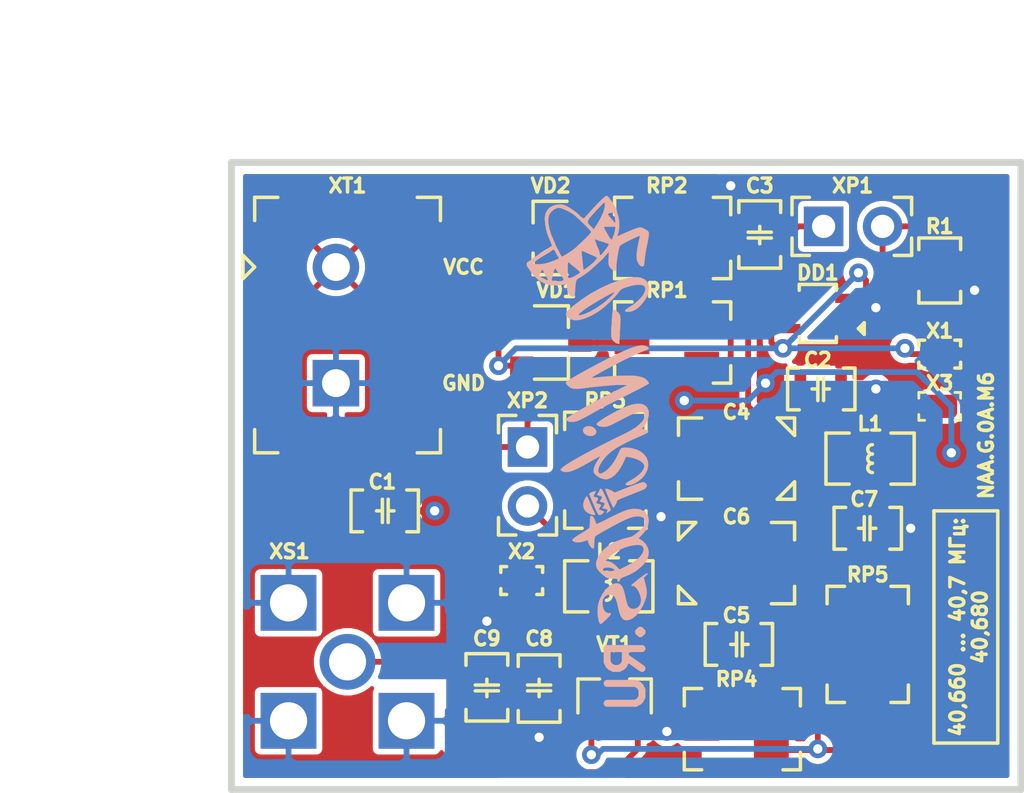
<source format=kicad_pcb>
(kicad_pcb (version 20171130) (host pcbnew "(5.1.4)-1")

  (general
    (thickness 1.6)
    (drawings 15)
    (tracks 232)
    (zones 0)
    (modules 29)
    (nets 23)
  )

  (page A4)
  (layers
    (0 F.Cu signal)
    (31 B.Cu signal)
    (32 B.Adhes user)
    (33 F.Adhes user)
    (34 B.Paste user)
    (35 F.Paste user)
    (36 B.SilkS user)
    (37 F.SilkS user)
    (38 B.Mask user)
    (39 F.Mask user)
    (40 Dwgs.User user)
    (41 Cmts.User user)
    (42 Eco1.User user)
    (43 Eco2.User user)
    (44 Edge.Cuts user)
    (45 Margin user)
    (46 B.CrtYd user)
    (47 F.CrtYd user)
    (48 B.Fab user hide)
    (49 F.Fab user hide)
  )

  (setup
    (last_trace_width 0.25)
    (trace_clearance 0.2)
    (zone_clearance 0.25)
    (zone_45_only no)
    (trace_min 0.2)
    (via_size 0.8)
    (via_drill 0.4)
    (via_min_size 0.4)
    (via_min_drill 0.3)
    (uvia_size 0.3)
    (uvia_drill 0.1)
    (uvias_allowed no)
    (uvia_min_size 0.2)
    (uvia_min_drill 0.1)
    (edge_width 0.3)
    (segment_width 0.2)
    (pcb_text_width 0.3)
    (pcb_text_size 1.5 1.5)
    (mod_edge_width 0.12)
    (mod_text_size 1 1)
    (mod_text_width 0.15)
    (pad_size 1.524 1.524)
    (pad_drill 0.762)
    (pad_to_mask_clearance 0.051)
    (solder_mask_min_width 0.25)
    (aux_axis_origin 0 0)
    (visible_elements FFFFFF7F)
    (pcbplotparams
      (layerselection 0x010f0_ffffffff)
      (usegerberextensions false)
      (usegerberattributes false)
      (usegerberadvancedattributes false)
      (creategerberjobfile false)
      (excludeedgelayer true)
      (linewidth 0.100000)
      (plotframeref false)
      (viasonmask false)
      (mode 1)
      (useauxorigin false)
      (hpglpennumber 1)
      (hpglpenspeed 20)
      (hpglpendiameter 15.000000)
      (psnegative false)
      (psa4output false)
      (plotreference true)
      (plotvalue true)
      (plotinvisibletext false)
      (padsonsilk false)
      (subtractmaskfromsilk false)
      (outputformat 1)
      (mirror false)
      (drillshape 0)
      (scaleselection 1)
      (outputdirectory "GERBER/"))
  )

  (net 0 "")
  (net 1 /VCC)
  (net 2 /GND)
  (net 3 "Net-(C3-Pad2)")
  (net 4 "Net-(C4-Pad2)")
  (net 5 "Net-(C4-Pad1)")
  (net 6 "Net-(C5-Pad1)")
  (net 7 "Net-(DD1-Pad4)")
  (net 8 /LOGICAL_OUT)
  (net 9 /LOGICAL_IN)
  (net 10 "Net-(RP1-Pad2)")
  (net 11 "Net-(RP1-Pad3)")
  (net 12 "Net-(RP2-Pad2)")
  (net 13 "Net-(RP2-Pad3)")
  (net 14 "Net-(RP3-Pad3)")
  (net 15 "Net-(RP4-Pad3)")
  (net 16 "Net-(RP5-Pad3)")
  (net 17 "Net-(X1-Pad2)")
  (net 18 "Net-(X2-Pad1)")
  (net 19 "Net-(C5-Pad2)")
  (net 20 "Net-(C6-Pad1)")
  (net 21 "Net-(C9-Pad2)")
  (net 22 "Net-(X3-Pad2)")

  (net_class Default "Это класс цепей по умолчанию."
    (clearance 0.2)
    (trace_width 0.25)
    (via_dia 0.8)
    (via_drill 0.4)
    (uvia_dia 0.3)
    (uvia_drill 0.1)
    (add_net /GND)
    (add_net /LOGICAL_IN)
    (add_net /LOGICAL_OUT)
    (add_net /VCC)
    (add_net "Net-(C3-Pad2)")
    (add_net "Net-(C4-Pad1)")
    (add_net "Net-(C4-Pad2)")
    (add_net "Net-(C5-Pad1)")
    (add_net "Net-(C5-Pad2)")
    (add_net "Net-(C6-Pad1)")
    (add_net "Net-(C9-Pad2)")
    (add_net "Net-(DD1-Pad4)")
    (add_net "Net-(RP1-Pad2)")
    (add_net "Net-(RP1-Pad3)")
    (add_net "Net-(RP2-Pad2)")
    (add_net "Net-(RP2-Pad3)")
    (add_net "Net-(RP3-Pad3)")
    (add_net "Net-(RP4-Pad3)")
    (add_net "Net-(RP5-Pad3)")
    (add_net "Net-(X1-Pad2)")
    (add_net "Net-(X2-Pad1)")
    (add_net "Net-(X3-Pad2)")
  )

  (module N_ICO:el-nikitos_19x7 (layer B.Cu) (tedit 0) (tstamp 5EEFFBA7)
    (at 110.75 81 270)
    (path /5F0322B7)
    (fp_text reference X4 (at 0 0 90) (layer B.SilkS) hide
      (effects (font (size 1.524 1.524) (thickness 0.3)) (justify mirror))
    )
    (fp_text value LOGO_NIKITOS_19х7 (at 0.75 0 90) (layer B.SilkS) hide
      (effects (font (size 1.524 1.524) (thickness 0.3)) (justify mirror))
    )
    (fp_poly (pts (xy 3.885038 0.579959) (xy 4.000004 0.512441) (xy 4.089015 0.396052) (xy 4.108207 0.357997)
      (xy 4.149711 0.254597) (xy 4.172803 0.167081) (xy 4.175441 0.107117) (xy 4.155723 0.086361)
      (xy 4.121235 0.098748) (xy 4.051547 0.129516) (xy 3.965223 0.170336) (xy 3.851987 0.222925)
      (xy 3.714886 0.283149) (xy 3.582732 0.338366) (xy 3.577137 0.340621) (xy 3.479504 0.383464)
      (xy 3.408419 0.421567) (xy 3.37503 0.44866) (xy 3.374441 0.454605) (xy 3.422339 0.496066)
      (xy 3.505826 0.539231) (xy 3.604893 0.576038) (xy 3.699536 0.598426) (xy 3.739445 0.601694)
      (xy 3.885038 0.579959)) (layer B.SilkS) (width 0.01))
    (fp_poly (pts (xy 0.637563 0.579472) (xy 0.71817 0.497171) (xy 0.76584 0.387877) (xy 0.778286 0.268682)
      (xy 0.753221 0.156678) (xy 0.703982 0.083093) (xy 0.626187 0.034966) (xy 0.543535 0.042418)
      (xy 0.454527 0.105602) (xy 0.45146 0.108643) (xy 0.386005 0.200052) (xy 0.354094 0.300906)
      (xy 0.351937 0.401614) (xy 0.375743 0.492586) (xy 0.421721 0.564231) (xy 0.486081 0.60696)
      (xy 0.565032 0.611183) (xy 0.637563 0.579472)) (layer B.SilkS) (width 0.01))
    (fp_poly (pts (xy 3.298935 0.328889) (xy 3.373367 0.299838) (xy 3.481842 0.255703) (xy 3.615454 0.200093)
      (xy 3.732389 0.150653) (xy 3.894489 0.081129) (xy 4.011651 0.028836) (xy 4.091113 -0.010529)
      (xy 4.140112 -0.041272) (xy 4.165886 -0.067694) (xy 4.175673 -0.0941) (xy 4.176889 -0.11366)
      (xy 4.149437 -0.201786) (xy 4.068964 -0.277871) (xy 4.046358 -0.291528) (xy 4.018919 -0.278708)
      (xy 3.989513 -0.216373) (xy 3.979182 -0.182902) (xy 3.943759 -0.056385) (xy 3.852382 -0.112859)
      (xy 3.790204 -0.149322) (xy 3.751327 -0.168482) (xy 3.747636 -0.169333) (xy 3.732169 -0.145071)
      (xy 3.709189 -0.084122) (xy 3.699906 -0.054643) (xy 3.665544 0.060046) (xy 3.564058 0.000168)
      (xy 3.485393 -0.03485) (xy 3.438343 -0.024491) (xy 3.417542 0.033978) (xy 3.415321 0.075946)
      (xy 3.403136 0.136448) (xy 3.364222 0.153403) (xy 3.293307 0.127996) (xy 3.261834 0.110428)
      (xy 3.160889 0.050869) (xy 3.160889 0.111503) (xy 3.172105 0.172267) (xy 3.199318 0.244067)
      (xy 3.23288 0.30628) (xy 3.26314 0.338283) (xy 3.267447 0.339243) (xy 3.298935 0.328889)) (layer B.SilkS) (width 0.01))
    (fp_poly (pts (xy 3.326613 -0.024603) (xy 3.343484 -0.085193) (xy 3.346254 -0.099089) (xy 3.369329 -0.182024)
      (xy 3.403409 -0.213035) (xy 3.457912 -0.196619) (xy 3.49705 -0.171118) (xy 3.554798 -0.132466)
      (xy 3.590183 -0.113333) (xy 3.592494 -0.112889) (xy 3.606136 -0.137449) (xy 3.621982 -0.197842)
      (xy 3.624508 -0.210676) (xy 3.646874 -0.291716) (xy 3.6814 -0.32284) (xy 3.739818 -0.309026)
      (xy 3.791038 -0.281345) (xy 3.889299 -0.22337) (xy 3.908575 -0.337462) (xy 3.928111 -0.416987)
      (xy 3.958459 -0.447233) (xy 4.011233 -0.435358) (xy 4.042256 -0.419866) (xy 4.101468 -0.388177)
      (xy 4.047198 -0.481101) (xy 4.00517 -0.543231) (xy 3.970189 -0.578827) (xy 3.964964 -0.581204)
      (xy 3.928984 -0.57364) (xy 3.853252 -0.547599) (xy 3.749648 -0.507415) (xy 3.654778 -0.468041)
      (xy 3.460292 -0.38474) (xy 3.311927 -0.31995) (xy 3.203692 -0.270492) (xy 3.129598 -0.233187)
      (xy 3.083655 -0.204854) (xy 3.059873 -0.182315) (xy 3.052263 -0.16239) (xy 3.05326 -0.148754)
      (xy 3.067313 -0.113392) (xy 3.076609 -0.112496) (xy 3.106585 -0.107575) (xy 3.165616 -0.078932)
      (xy 3.192443 -0.063107) (xy 3.259062 -0.024132) (xy 3.303881 -0.001947) (xy 3.311108 0)
      (xy 3.326613 -0.024603)) (layer B.SilkS) (width 0.01))
    (fp_poly (pts (xy -3.543912 -0.60555) (xy -3.481418 -0.613211) (xy -3.432333 -0.625862) (xy -3.431695 -0.626077)
      (xy -3.311499 -0.694526) (xy -3.229351 -0.802146) (xy -3.202474 -0.877807) (xy -3.185069 -0.95128)
      (xy -3.546923 -0.969631) (xy -3.709014 -0.978134) (xy -3.874037 -0.987271) (xy -4.021419 -0.995876)
      (xy -4.120444 -1.002101) (xy -4.275071 -1.004685) (xy -4.394964 -0.990759) (xy -4.429911 -0.980832)
      (xy -4.509231 -0.933277) (xy -4.583676 -0.858451) (xy -4.637881 -0.774927) (xy -4.656666 -0.706753)
      (xy -4.65069 -0.690182) (xy -4.628073 -0.676703) (xy -4.581784 -0.665279) (xy -4.504792 -0.654871)
      (xy -4.390066 -0.644439) (xy -4.230575 -0.632944) (xy -4.099277 -0.624392) (xy -3.897498 -0.612303)
      (xy -3.743388 -0.605118) (xy -3.62838 -0.60286) (xy -3.543912 -0.60555)) (layer B.SilkS) (width 0.01))
    (fp_poly (pts (xy 3.083876 -0.357122) (xy 3.157783 -0.381945) (xy 3.26615 -0.423789) (xy 3.400599 -0.479302)
      (xy 3.552753 -0.54513) (xy 3.706607 -0.614413) (xy 3.871325 -0.690044) (xy 3.791833 -0.753429)
      (xy 3.714697 -0.802391) (xy 3.638215 -0.833077) (xy 3.636121 -0.833554) (xy 3.570221 -0.857524)
      (xy 3.534378 -0.883758) (xy 3.516757 -0.919137) (xy 3.482158 -0.998794) (xy 3.434036 -1.114391)
      (xy 3.375849 -1.257592) (xy 3.311053 -1.420058) (xy 3.292319 -1.467555) (xy 3.216613 -1.65982)
      (xy 3.158312 -1.806377) (xy 3.114052 -1.914005) (xy 3.080469 -1.98948) (xy 3.0542 -2.039579)
      (xy 3.03188 -2.071081) (xy 3.010146 -2.090763) (xy 2.985634 -2.105401) (xy 2.972245 -2.112442)
      (xy 2.920406 -2.138093) (xy 2.887387 -2.138566) (xy 2.843487 -2.111488) (xy 2.828502 -2.100955)
      (xy 2.775255 -2.031326) (xy 2.765778 -1.974662) (xy 2.775905 -1.924559) (xy 2.804216 -1.831191)
      (xy 2.847608 -1.703567) (xy 2.902981 -1.550699) (xy 2.967229 -1.381597) (xy 2.990284 -1.322666)
      (xy 3.21479 -0.75303) (xy 3.162803 -0.679904) (xy 3.126728 -0.615856) (xy 3.091851 -0.533158)
      (xy 3.06417 -0.449647) (xy 3.04968 -0.383157) (xy 3.052806 -0.352676) (xy 3.083876 -0.357122)) (layer B.SilkS) (width 0.01))
    (fp_poly (pts (xy 8.554002 -0.029153) (xy 8.728217 -0.065697) (xy 8.805454 -0.090814) (xy 8.851866 -0.115709)
      (xy 8.865851 -0.14799) (xy 8.845811 -0.195262) (xy 8.790145 -0.265132) (xy 8.697254 -0.365206)
      (xy 8.656183 -0.40822) (xy 8.547369 -0.515005) (xy 8.469217 -0.575431) (xy 8.420776 -0.589901)
      (xy 8.401093 -0.558815) (xy 8.403228 -0.514639) (xy 8.392009 -0.416878) (xy 8.331966 -0.335065)
      (xy 8.22947 -0.273337) (xy 8.090891 -0.235829) (xy 7.958667 -0.226041) (xy 7.813638 -0.247746)
      (xy 7.702731 -0.311047) (xy 7.630421 -0.413023) (xy 7.617508 -0.448744) (xy 7.598953 -0.562349)
      (xy 7.619835 -0.657113) (xy 7.683542 -0.735891) (xy 7.79346 -0.80154) (xy 7.952979 -0.856913)
      (xy 8.156736 -0.903209) (xy 8.366121 -0.951572) (xy 8.522817 -1.008427) (xy 8.630319 -1.076841)
      (xy 8.692123 -1.159882) (xy 8.711724 -1.260616) (xy 8.694518 -1.375189) (xy 8.626272 -1.526339)
      (xy 8.506205 -1.67393) (xy 8.338937 -1.81369) (xy 8.129088 -1.941348) (xy 8.029223 -1.990394)
      (xy 7.850462 -2.066312) (xy 7.696725 -2.113656) (xy 7.5518 -2.133576) (xy 7.399475 -2.127224)
      (xy 7.223536 -2.09575) (xy 7.073365 -2.05824) (xy 6.872111 -2.004278) (xy 6.799501 -2.088695)
      (xy 6.736172 -2.154011) (xy 6.699659 -2.170975) (xy 6.688667 -2.143282) (xy 6.705186 -2.108056)
      (xy 6.74971 -2.040141) (xy 6.814691 -1.949278) (xy 6.89258 -1.845207) (xy 6.975829 -1.737669)
      (xy 7.056889 -1.636405) (xy 7.128212 -1.551154) (xy 7.18225 -1.491657) (xy 7.211454 -1.467655)
      (xy 7.212325 -1.467555) (xy 7.233779 -1.490859) (xy 7.232748 -1.533134) (xy 7.246726 -1.600022)
      (xy 7.305435 -1.671735) (xy 7.39823 -1.742171) (xy 7.514467 -1.805228) (xy 7.643499 -1.854801)
      (xy 7.774683 -1.88479) (xy 7.856774 -1.890889) (xy 7.986494 -1.86985) (xy 8.092236 -1.813352)
      (xy 8.169999 -1.73132) (xy 8.215787 -1.633682) (xy 8.225598 -1.530364) (xy 8.195436 -1.431292)
      (xy 8.121301 -1.346393) (xy 8.085667 -1.322693) (xy 8.022079 -1.296393) (xy 7.919363 -1.26516)
      (xy 7.794008 -1.233695) (xy 7.711364 -1.215976) (xy 7.504933 -1.16866) (xy 7.349206 -1.117913)
      (xy 7.238444 -1.060662) (xy 7.166908 -0.993835) (xy 7.12886 -0.914359) (xy 7.125987 -0.902546)
      (xy 7.124782 -0.77077) (xy 7.173061 -0.632809) (xy 7.265198 -0.494666) (xy 7.395565 -0.362345)
      (xy 7.558533 -0.241847) (xy 7.748476 -0.139175) (xy 7.896848 -0.080316) (xy 8.100737 -0.032716)
      (xy 8.327955 -0.015518) (xy 8.554002 -0.029153)) (layer B.SilkS) (width 0.01))
    (fp_poly (pts (xy 5.306829 1.038659) (xy 5.331239 0.983567) (xy 5.356677 0.880265) (xy 5.357135 0.773739)
      (xy 5.331641 0.645447) (xy 5.309498 0.569402) (xy 5.256773 0.399997) (xy 5.351 0.38232)
      (xy 5.431822 0.353646) (xy 5.513726 0.304055) (xy 5.580159 0.246117) (xy 5.614565 0.192402)
      (xy 5.616223 0.180936) (xy 5.604028 0.144049) (xy 5.595056 0.139653) (xy 5.558643 0.137654)
      (xy 5.480907 0.13365) (xy 5.376901 0.128413) (xy 5.348125 0.126981) (xy 5.228587 0.118592)
      (xy 5.151634 0.105507) (xy 5.103416 0.084168) (xy 5.07455 0.056722) (xy 5.04026 0.005939)
      (xy 4.984936 -0.085738) (xy 4.913624 -0.209143) (xy 4.831368 -0.35511) (xy 4.743213 -0.514474)
      (xy 4.654204 -0.67807) (xy 4.569387 -0.836732) (xy 4.493806 -0.981295) (xy 4.432505 -1.102594)
      (xy 4.405107 -1.159478) (xy 4.320467 -1.354752) (xy 4.266552 -1.517049) (xy 4.240277 -1.65859)
      (xy 4.238556 -1.791594) (xy 4.240296 -1.812308) (xy 4.257677 -1.9146) (xy 4.29214 -1.983771)
      (xy 4.333091 -2.025891) (xy 4.417189 -2.073039) (xy 4.511909 -2.074191) (xy 4.624516 -2.028463)
      (xy 4.699 -1.981425) (xy 4.768037 -1.92255) (xy 4.850962 -1.835852) (xy 4.937545 -1.734136)
      (xy 4.956226 -1.70987) (xy 5.465346 -1.70987) (xy 5.472178 -1.83821) (xy 5.503704 -1.929496)
      (xy 5.516193 -1.94595) (xy 5.596224 -1.994943) (xy 5.700925 -1.996524) (xy 5.824917 -1.951063)
      (xy 5.876507 -1.921192) (xy 6.013863 -1.810839) (xy 6.146656 -1.655491) (xy 6.27794 -1.451103)
      (xy 6.383525 -1.250408) (xy 6.526082 -0.958542) (xy 6.399245 -0.839104) (xy 6.281957 -0.711221)
      (xy 6.206884 -0.582821) (xy 6.166208 -0.451762) (xy 6.158591 -0.41644) (xy 6.437148 -0.41644)
      (xy 6.439366 -0.514316) (xy 6.45974 -0.613431) (xy 6.480216 -0.666012) (xy 6.521177 -0.738432)
      (xy 6.551607 -0.756374) (xy 6.574813 -0.72008) (xy 6.586361 -0.673805) (xy 6.601145 -0.561859)
      (xy 6.604078 -0.447088) (xy 6.596024 -0.346128) (xy 6.57785 -0.275616) (xy 6.564657 -0.256481)
      (xy 6.516841 -0.239825) (xy 6.478145 -0.268238) (xy 6.450827 -0.330762) (xy 6.437148 -0.41644)
      (xy 6.158591 -0.41644) (xy 6.144951 -0.353191) (xy 5.98642 -0.5263) (xy 5.895183 -0.633124)
      (xy 5.805352 -0.750132) (xy 5.73565 -0.852873) (xy 5.732914 -0.857388) (xy 5.645712 -1.023129)
      (xy 5.573392 -1.201105) (xy 5.517916 -1.381459) (xy 5.481247 -1.554334) (xy 5.465346 -1.70987)
      (xy 4.956226 -1.70987) (xy 5.017556 -1.630205) (xy 5.080766 -1.536867) (xy 5.116944 -1.466924)
      (xy 5.120804 -1.453444) (xy 5.21169 -1.091007) (xy 5.332148 -0.775038) (xy 5.481831 -0.506094)
      (xy 5.660396 -0.284728) (xy 5.867499 -0.111498) (xy 6.001688 -0.032725) (xy 6.169227 0.034493)
      (xy 6.316864 0.052548) (xy 6.452489 0.01979) (xy 6.583993 -0.065429) (xy 6.696266 -0.177869)
      (xy 6.790888 -0.28893) (xy 6.853366 -0.374052) (xy 6.890316 -0.448326) (xy 6.908357 -0.526843)
      (xy 6.914105 -0.624695) (xy 6.914445 -0.675478) (xy 6.915459 -0.779283) (xy 6.921391 -0.83889)
      (xy 6.936572 -0.866543) (xy 6.965334 -0.874484) (xy 6.985 -0.874889) (xy 7.038066 -0.882627)
      (xy 7.055556 -0.897467) (xy 7.032419 -0.942745) (xy 6.980629 -0.979059) (xy 6.943425 -0.987778)
      (xy 6.907457 -1.01475) (xy 6.86514 -1.096239) (xy 6.830785 -1.188225) (xy 6.733199 -1.420452)
      (xy 6.605408 -1.641649) (xy 6.455721 -1.841005) (xy 6.292447 -2.007711) (xy 6.123896 -2.130957)
      (xy 6.092953 -2.14805) (xy 5.922371 -2.207582) (xy 5.747441 -2.215449) (xy 5.578357 -2.174527)
      (xy 5.425311 -2.087691) (xy 5.298498 -1.957816) (xy 5.270234 -1.915994) (xy 5.18424 -1.777658)
      (xy 5.025028 -1.92952) (xy 4.928842 -2.013937) (xy 4.828378 -2.090524) (xy 4.745046 -2.142989)
      (xy 4.743529 -2.143769) (xy 4.598192 -2.19729) (xy 4.444617 -2.219486) (xy 4.302945 -2.208663)
      (xy 4.234173 -2.186592) (xy 4.092634 -2.099749) (xy 3.993853 -1.983763) (xy 3.935017 -1.833574)
      (xy 3.913317 -1.644121) (xy 3.913111 -1.608667) (xy 3.917733 -1.510282) (xy 3.93191 -1.411165)
      (xy 3.958263 -1.304235) (xy 3.999415 -1.182411) (xy 4.05799 -1.03861) (xy 4.136609 -0.865752)
      (xy 4.237896 -0.656754) (xy 4.34442 -0.444119) (xy 4.43047 -0.273047) (xy 4.492891 -0.145711)
      (xy 4.53412 -0.055782) (xy 4.556597 0.003068) (xy 4.562759 0.037169) (xy 4.555046 0.052848)
      (xy 4.537297 0.056445) (xy 4.467529 0.069926) (xy 4.381324 0.103754) (xy 4.298374 0.148006)
      (xy 4.238369 0.19276) (xy 4.221653 0.21551) (xy 4.213536 0.25891) (xy 4.234251 0.287093)
      (xy 4.291536 0.303026) (xy 4.393133 0.309673) (xy 4.469494 0.310445) (xy 4.603421 0.315054)
      (xy 4.699761 0.328048) (xy 4.746045 0.345722) (xy 4.778221 0.384057) (xy 4.830108 0.459291)
      (xy 4.893565 0.559227) (xy 4.93913 0.635) (xy 5.043686 0.809095) (xy 5.126111 0.936176)
      (xy 5.190021 1.019457) (xy 5.239033 1.062155) (xy 5.276763 1.067484) (xy 5.306829 1.038659)) (layer B.SilkS) (width 0.01))
    (fp_poly (pts (xy 2.262142 1.555543) (xy 2.272902 1.541499) (xy 2.318392 1.447898) (xy 2.331323 1.332511)
      (xy 2.310693 1.19141) (xy 2.255497 1.02067) (xy 2.164732 0.816363) (xy 2.037393 0.574563)
      (xy 2.01587 0.536222) (xy 1.93289 0.389405) (xy 1.851914 0.246137) (xy 1.780605 0.119972)
      (xy 1.726624 0.024466) (xy 1.712795 0) (xy 1.666526 -0.083083) (xy 1.647029 -0.124751)
      (xy 1.652999 -0.132553) (xy 1.683132 -0.11404) (xy 1.694474 -0.106052) (xy 1.885054 0.017512)
      (xy 2.053914 0.10373) (xy 2.196411 0.150657) (xy 2.307899 0.15635) (xy 2.317261 0.154555)
      (xy 2.405382 0.109602) (xy 2.489633 0.022826) (xy 2.56227 -0.091283) (xy 2.615548 -0.218235)
      (xy 2.641725 -0.343542) (xy 2.63599 -0.441795) (xy 2.569849 -0.60935) (xy 2.45391 -0.765476)
      (xy 2.286356 -0.911913) (xy 2.065371 -1.050402) (xy 1.928085 -1.120164) (xy 1.668948 -1.243551)
      (xy 1.683341 -1.348498) (xy 1.72159 -1.542424) (xy 1.777959 -1.713831) (xy 1.848308 -1.855438)
      (xy 1.928498 -1.959964) (xy 2.014387 -2.020128) (xy 2.072012 -2.032) (xy 2.184905 -2.005654)
      (xy 2.307204 -1.930052) (xy 2.433298 -1.810347) (xy 2.557576 -1.651695) (xy 2.652889 -1.498472)
      (xy 2.72925 -1.36661) (xy 2.785435 -1.280303) (xy 2.825987 -1.234365) (xy 2.855448 -1.223606)
      (xy 2.877661 -1.241778) (xy 2.901102 -1.32404) (xy 2.887568 -1.433759) (xy 2.842386 -1.56102)
      (xy 2.770884 -1.695912) (xy 2.678392 -1.828521) (xy 2.570235 -1.948936) (xy 2.451744 -2.047243)
      (xy 2.440718 -2.054692) (xy 2.251792 -2.152027) (xy 2.066099 -2.195617) (xy 1.888678 -2.188133)
      (xy 1.724569 -2.132247) (xy 1.578809 -2.030627) (xy 1.456437 -1.885946) (xy 1.362493 -1.700874)
      (xy 1.302016 -1.478083) (xy 1.297191 -1.448577) (xy 1.276312 -1.276393) (xy 1.274549 -1.150755)
      (xy 1.292779 -1.064791) (xy 1.331877 -1.011631) (xy 1.354667 -0.997465) (xy 1.410944 -0.970307)
      (xy 1.502551 -0.92641) (xy 1.613838 -0.873265) (xy 1.670345 -0.846341) (xy 1.838552 -0.753358)
      (xy 2.00232 -0.639656) (xy 2.149475 -0.51548) (xy 2.267844 -0.391073) (xy 2.343763 -0.279638)
      (xy 2.386701 -0.181201) (xy 2.394427 -0.115766) (xy 2.366905 -0.072192) (xy 2.343024 -0.056754)
      (xy 2.257474 -0.040978) (xy 2.144874 -0.06468) (xy 2.013039 -0.122949) (xy 1.869782 -0.210873)
      (xy 1.722917 -0.32354) (xy 1.58026 -0.456039) (xy 1.449625 -0.603459) (xy 1.426997 -0.632501)
      (xy 1.299989 -0.81769) (xy 1.164311 -1.04965) (xy 1.024306 -1.32023) (xy 0.884316 -1.621277)
      (xy 0.816808 -1.778) (xy 0.759113 -1.911657) (xy 0.705669 -2.028703) (xy 0.66176 -2.118019)
      (xy 0.632675 -2.168487) (xy 0.628943 -2.173111) (xy 0.59459 -2.199179) (xy 0.564481 -2.180934)
      (xy 0.548968 -2.161152) (xy 0.515131 -2.094601) (xy 0.491081 -2.012843) (xy 0.473443 -1.918826)
      (xy 0.372211 -2.007709) (xy 0.228732 -2.10689) (xy 0.063531 -2.178094) (xy -0.10728 -2.216982)
      (xy -0.26759 -2.219215) (xy -0.349411 -2.202006) (xy -0.472295 -2.136016) (xy -0.557449 -2.030749)
      (xy -0.604118 -1.889569) (xy -0.611549 -1.715844) (xy -0.578989 -1.51294) (xy -0.536141 -1.367344)
      (xy -0.485404 -1.235387) (xy -0.417042 -1.081552) (xy -0.335439 -0.91353) (xy -0.244979 -0.739016)
      (xy -0.150046 -0.565702) (xy -0.055024 -0.401282) (xy 0.035702 -0.253449) (xy 0.11775 -0.129895)
      (xy 0.186734 -0.038314) (xy 0.23827 0.0136) (xy 0.255728 0.02221) (xy 0.304441 0.005379)
      (xy 0.343671 -0.057599) (xy 0.369481 -0.156699) (xy 0.377929 -0.281895) (xy 0.377828 -0.28846)
      (xy 0.376602 -0.338032) (xy 0.373192 -0.382089) (xy 0.364887 -0.426934) (xy 0.348978 -0.478873)
      (xy 0.322756 -0.544211) (xy 0.283511 -0.629252) (xy 0.228535 -0.7403) (xy 0.155117 -0.883661)
      (xy 0.060547 -1.06564) (xy -0.034107 -1.246998) (xy -0.148936 -1.48214) (xy -0.226148 -1.676068)
      (xy -0.265818 -1.829584) (xy -0.268022 -1.94349) (xy -0.232835 -2.018588) (xy -0.160333 -2.055678)
      (xy -0.110552 -2.060222) (xy 0.006519 -2.033609) (xy 0.13305 -1.956813) (xy 0.264754 -1.834393)
      (xy 0.397349 -1.670913) (xy 0.52655 -1.470933) (xy 0.635 -1.266391) (xy 0.844206 -0.837634)
      (xy 1.044637 -0.435078) (xy 1.23482 -0.061395) (xy 1.413284 0.280743) (xy 1.578559 0.588666)
      (xy 1.729174 0.859701) (xy 1.863656 1.091178) (xy 1.980535 1.280424) (xy 2.078339 1.424769)
      (xy 2.155598 1.52154) (xy 2.187309 1.552294) (xy 2.229408 1.576896) (xy 2.262142 1.555543)) (layer B.SilkS) (width 0.01))
    (fp_poly (pts (xy 0.089815 1.333394) (xy 0.130146 1.283271) (xy 0.157141 1.223853) (xy 0.167046 1.144546)
      (xy 0.162399 1.030888) (xy 0.157172 0.976551) (xy 0.148967 0.925436) (xy 0.135058 0.871793)
      (xy 0.112724 0.809871) (xy 0.079239 0.73392) (xy 0.03188 0.638189) (xy -0.032076 0.516929)
      (xy -0.115353 0.364387) (xy -0.220675 0.174816) (xy -0.350766 -0.057538) (xy -0.365982 -0.084667)
      (xy -0.436442 -0.213468) (xy -0.526415 -0.3829) (xy -0.630685 -0.582858) (xy -0.744035 -0.803234)
      (xy -0.861246 -1.033922) (xy -0.977101 -1.264816) (xy -1.024486 -1.360201) (xy -1.12646 -1.564237)
      (xy -1.221746 -1.751249) (xy -1.307232 -1.915409) (xy -1.379807 -2.050888) (xy -1.436359 -2.151859)
      (xy -1.473777 -2.21249) (xy -1.48774 -2.228035) (xy -1.527956 -2.21157) (xy -1.590299 -2.168152)
      (xy -1.621878 -2.141893) (xy -1.692944 -2.060474) (xy -1.746377 -1.952428) (xy -1.784892 -1.809268)
      (xy -1.811205 -1.622508) (xy -1.819642 -1.524) (xy -1.823864 -1.404445) (xy -1.823245 -1.240904)
      (xy -1.818356 -1.045572) (xy -1.809773 -0.830647) (xy -1.798069 -0.608325) (xy -1.783817 -0.390804)
      (xy -1.767592 -0.190279) (xy -1.749968 -0.018949) (xy -1.748112 -0.003578) (xy -1.736126 0.105241)
      (xy -1.729323 0.190446) (xy -1.728697 0.238337) (xy -1.730173 0.243803) (xy -1.747424 0.224742)
      (xy -1.786952 0.162185) (xy -1.845137 0.062787) (xy -1.918359 -0.066794) (xy -2.003 -0.219902)
      (xy -2.09544 -0.38988) (xy -2.19206 -0.570072) (xy -2.28924 -0.75382) (xy -2.383361 -0.934469)
      (xy -2.470803 -1.10536) (xy -2.547948 -1.259838) (xy -2.550058 -1.264133) (xy -2.632471 -1.435344)
      (xy -2.712363 -1.607307) (xy -2.78375 -1.766707) (xy -2.840652 -1.900231) (xy -2.872857 -1.982594)
      (xy -2.913672 -2.087662) (xy -2.951105 -2.170146) (xy -2.979067 -2.217123) (xy -2.986139 -2.223046)
      (xy -3.021327 -2.209342) (xy -3.061219 -2.164322) (xy -3.101647 -2.083388) (xy -3.122762 -1.989363)
      (xy -3.12333 -1.877974) (xy -3.102119 -1.744947) (xy -3.057897 -1.586009) (xy -2.989432 -1.396886)
      (xy -2.895491 -1.173305) (xy -2.774842 -0.910993) (xy -2.626252 -0.605676) (xy -2.591783 -0.536496)
      (xy -2.474372 -0.304679) (xy -2.351815 -0.068189) (xy -2.22727 0.167333) (xy -2.103892 0.396248)
      (xy -1.984838 0.612915) (xy -1.873266 0.811694) (xy -1.772331 0.986945) (xy -1.68519 1.133027)
      (xy -1.615001 1.244301) (xy -1.564919 1.315126) (xy -1.542539 1.338253) (xy -1.506987 1.349036)
      (xy -1.466226 1.331017) (xy -1.407571 1.277331) (xy -1.383743 1.252345) (xy -1.325766 1.182752)
      (xy -1.285343 1.110769) (xy -1.261395 1.026969) (xy -1.252839 0.921924) (xy -1.258596 0.786207)
      (xy -1.277583 0.610392) (xy -1.295151 0.479778) (xy -1.312213 0.347568) (xy -1.330678 0.185917)
      (xy -1.349898 0.002532) (xy -1.369226 -0.194881) (xy -1.388015 -0.398616) (xy -1.405615 -0.600965)
      (xy -1.42138 -0.794223) (xy -1.434662 -0.970683) (xy -1.444812 -1.122638) (xy -1.451184 -1.242383)
      (xy -1.45313 -1.32221) (xy -1.450001 -1.354413) (xy -1.449345 -1.354718) (xy -1.436211 -1.33057)
      (xy -1.401534 -1.262792) (xy -1.348814 -1.15834) (xy -1.281553 -1.024167) (xy -1.203251 -0.867228)
      (xy -1.147418 -0.754944) (xy -1.036475 -0.53517) (xy -0.91732 -0.305577) (xy -0.793009 -0.071514)
      (xy -0.666595 0.161671) (xy -0.541134 0.388628) (xy -0.419682 0.604009) (xy -0.305293 0.802464)
      (xy -0.201021 0.978646) (xy -0.109923 1.127205) (xy -0.035054 1.242793) (xy 0.020533 1.32006)
      (xy 0.053781 1.353658) (xy 0.057503 1.354667) (xy 0.089815 1.333394)) (layer B.SilkS) (width 0.01))
    (fp_poly (pts (xy -4.408799 1.326913) (xy -4.387347 1.314137) (xy -4.316026 1.241524) (xy -4.255386 1.13409)
      (xy -4.215653 1.013458) (xy -4.205731 0.930207) (xy -4.224814 0.755211) (xy -4.28146 0.551739)
      (xy -4.371835 0.329686) (xy -4.492102 0.098946) (xy -4.588403 -0.056963) (xy -4.694385 -0.20208)
      (xy -4.830329 -0.365114) (xy -4.983336 -0.532398) (xy -5.140506 -0.690264) (xy -5.288937 -0.825043)
      (xy -5.386533 -0.902585) (xy -5.473664 -0.969032) (xy -5.530626 -1.025475) (xy -5.570608 -1.090479)
      (xy -5.606798 -1.18261) (xy -5.625909 -1.239529) (xy -5.695391 -1.480606) (xy -5.733098 -1.682906)
      (xy -5.739708 -1.844929) (xy -5.715902 -1.965174) (xy -5.662356 -2.042139) (xy -5.57975 -2.074324)
      (xy -5.468764 -2.060227) (xy -5.330074 -1.998348) (xy -5.292789 -1.976249) (xy -5.196346 -1.902008)
      (xy -5.083815 -1.792616) (xy -4.967447 -1.661738) (xy -4.859492 -1.52304) (xy -4.781435 -1.405796)
      (xy -4.703692 -1.284336) (xy -4.646203 -1.214018) (xy -4.606721 -1.194215) (xy -4.583002 -1.2243)
      (xy -4.5728 -1.303649) (xy -4.572 -1.347422) (xy -4.59044 -1.48798) (xy -4.648832 -1.625017)
      (xy -4.751779 -1.766956) (xy -4.86743 -1.887894) (xy -5.048207 -2.035468) (xy -5.237493 -2.142473)
      (xy -5.427127 -2.206018) (xy -5.608949 -2.223211) (xy -5.748436 -2.200098) (xy -5.881388 -2.131986)
      (xy -5.978828 -2.021879) (xy -6.039943 -1.872303) (xy -6.06392 -1.685783) (xy -6.049945 -1.464845)
      (xy -6.027018 -1.335345) (xy -5.921588 -0.942297) (xy -5.844002 -0.732441) (xy -5.418666 -0.732441)
      (xy -5.401747 -0.736852) (xy -5.355617 -0.704914) (xy -5.28722 -0.643625) (xy -5.203499 -0.559982)
      (xy -5.111395 -0.460985) (xy -5.017853 -0.353629) (xy -4.929814 -0.244914) (xy -4.912274 -0.222037)
      (xy -4.750863 0.009637) (xy -4.611569 0.246943) (xy -4.503234 0.474042) (xy -4.460656 0.587041)
      (xy -4.425826 0.707724) (xy -4.418106 0.779642) (xy -4.436789 0.803143) (xy -4.481164 0.778573)
      (xy -4.550523 0.706279) (xy -4.644157 0.58661) (xy -4.741024 0.449767) (xy -4.811087 0.343483)
      (xy -4.893282 0.212409) (xy -4.982863 0.064823) (xy -5.075083 -0.090992) (xy -5.165196 -0.246758)
      (xy -5.248457 -0.394195) (xy -5.320118 -0.525022) (xy -5.375435 -0.630959) (xy -5.409661 -0.703727)
      (xy -5.418666 -0.732441) (xy -5.844002 -0.732441) (xy -5.770843 -0.53456) (xy -5.580083 -0.122432)
      (xy -5.354608 0.283793) (xy -5.099715 0.673818) (xy -4.820706 1.037347) (xy -4.782421 1.082731)
      (xy -4.672908 1.206276) (xy -4.588322 1.288054) (xy -4.52113 1.332479) (xy -4.4638 1.343961)
      (xy -4.408799 1.326913)) (layer B.SilkS) (width 0.01))
    (fp_poly (pts (xy -6.536587 3.020355) (xy -6.49571 2.994186) (xy -6.41374 2.933794) (xy -6.337007 2.884676)
      (xy -6.242623 2.818372) (xy -6.134401 2.724752) (xy -6.026966 2.61839) (xy -5.934944 2.513861)
      (xy -5.872961 2.425738) (xy -5.86888 2.4182) (xy -5.786906 2.247461) (xy -5.73594 2.103098)
      (xy -5.711626 1.967494) (xy -5.709607 1.823032) (xy -5.712047 1.78386) (xy -5.72255 1.655916)
      (xy -5.734599 1.529603) (xy -5.745586 1.432278) (xy -5.763017 1.298222) (xy -5.617662 1.298222)
      (xy -5.459027 1.278817) (xy -5.339895 1.221158) (xy -5.263922 1.129813) (xy -5.231385 1.060781)
      (xy -5.223384 1.014312) (xy -5.24694 0.984997) (xy -5.309075 0.967428) (xy -5.416813 0.956197)
      (xy -5.496277 0.950874) (xy -5.669196 0.938598) (xy -5.794905 0.925071) (xy -5.882628 0.907793)
      (xy -5.941586 0.884266) (xy -5.981002 0.851991) (xy -6.008048 0.812217) (xy -6.080162 0.690789)
      (xy -6.166181 0.558776) (xy -6.252914 0.435589) (xy -6.327169 0.340641) (xy -6.333354 0.333499)
      (xy -6.470686 0.178127) (xy -6.598948 0.035188) (xy -6.712625 -0.089342) (xy -6.806203 -0.189493)
      (xy -6.87417 -0.259289) (xy -6.911011 -0.292759) (xy -6.912102 -0.293475) (xy -6.956172 -0.327253)
      (xy -7.021156 -0.383628) (xy -7.053495 -0.413343) (xy -7.154333 -0.507846) (xy -6.886222 -0.491827)
      (xy -6.751866 -0.485717) (xy -6.658427 -0.487468) (xy -6.590741 -0.498543) (xy -6.533644 -0.520408)
      (xy -6.520293 -0.527182) (xy -6.449934 -0.578226) (xy -6.387635 -0.646751) (xy -6.344257 -0.717352)
      (xy -6.330659 -0.774623) (xy -6.335409 -0.789446) (xy -6.371972 -0.806466) (xy -6.444571 -0.816896)
      (xy -6.489239 -0.818444) (xy -6.571745 -0.823451) (xy -6.691749 -0.83695) (xy -6.834966 -0.856656)
      (xy -6.987113 -0.880288) (xy -7.133905 -0.905562) (xy -7.261059 -0.930195) (xy -7.35429 -0.951903)
      (xy -7.385962 -0.96178) (xy -7.421233 -0.987681) (xy -7.465137 -1.044782) (xy -7.521215 -1.138834)
      (xy -7.593013 -1.275586) (xy -7.649425 -1.389353) (xy -7.71647 -1.528622) (xy -7.773672 -1.65123)
      (xy -7.816772 -1.747747) (xy -7.841515 -1.808742) (xy -7.845777 -1.824277) (xy -7.829155 -1.840156)
      (xy -7.774077 -1.833711) (xy -7.711722 -1.81667) (xy -7.591448 -1.786029) (xy -7.440136 -1.755548)
      (xy -7.276884 -1.72827) (xy -7.120792 -1.70724) (xy -6.990957 -1.695503) (xy -6.942666 -1.694066)
      (xy -6.811648 -1.710692) (xy -6.689638 -1.754344) (xy -6.593938 -1.817235) (xy -6.550861 -1.870391)
      (xy -6.523966 -1.934351) (xy -6.527785 -1.978882) (xy -6.568701 -2.008519) (xy -6.653101 -2.027797)
      (xy -6.787368 -2.04125) (xy -6.791922 -2.041588) (xy -6.925663 -2.055761) (xy -7.090527 -2.079561)
      (xy -7.262781 -2.109307) (xy -7.380111 -2.132782) (xy -7.527426 -2.163124) (xy -7.66966 -2.190112)
      (xy -7.789452 -2.210582) (xy -7.862441 -2.220684) (xy -7.951204 -2.226658) (xy -8.004982 -2.217003)
      (xy -8.044346 -2.186049) (xy -8.061029 -2.165971) (xy -8.107853 -2.095021) (xy -8.1569 -2.004215)
      (xy -8.169108 -1.978273) (xy -8.198074 -1.908453) (xy -8.20804 -1.85456) (xy -8.19931 -1.793346)
      (xy -8.172734 -1.703285) (xy -8.14159 -1.615798) (xy -8.093254 -1.493266) (xy -8.034293 -1.351843)
      (xy -7.971278 -1.207684) (xy -7.970381 -1.205686) (xy -7.913866 -1.079218) (xy -7.866791 -0.972811)
      (xy -7.833439 -0.896227) (xy -7.818091 -0.859224) (xy -7.817555 -0.857375) (xy -7.840563 -0.862098)
      (xy -7.898078 -0.883398) (xy -7.921885 -0.893138) (xy -8.044494 -0.926988) (xy -8.201476 -0.945879)
      (xy -8.372707 -0.949559) (xy -8.538067 -0.93778) (xy -8.677434 -0.91029) (xy -8.700576 -0.902829)
      (xy -8.794536 -0.872432) (xy -8.871892 -0.852037) (xy -8.907026 -0.846667) (xy -8.963842 -0.831513)
      (xy -9.050033 -0.790882) (xy -9.154571 -0.73202) (xy -9.264423 -0.663424) (xy -8.843156 -0.663424)
      (xy -8.833467 -0.707908) (xy -8.794301 -0.734449) (xy -8.715562 -0.751889) (xy -8.639035 -0.76245)
      (xy -8.526508 -0.776765) (xy -8.458668 -0.784147) (xy -8.42421 -0.784794) (xy -8.41183 -0.778901)
      (xy -8.410222 -0.766664) (xy -8.410222 -0.766418) (xy -8.430407 -0.737256) (xy -8.482899 -0.685365)
      (xy -8.52588 -0.648074) (xy -8.238904 -0.648074) (xy -8.237489 -0.734796) (xy -8.234413 -0.783796)
      (xy -8.232406 -0.790222) (xy -8.201921 -0.785523) (xy -8.132216 -0.773315) (xy -8.055572 -0.759392)
      (xy -7.961393 -0.739462) (xy -7.88915 -0.719447) (xy -7.859889 -0.706839) (xy -7.812912 -0.68446)
      (xy -7.754055 -0.666576) (xy -7.697948 -0.645165) (xy -7.676444 -0.622273) (xy -7.697321 -0.589935)
      (xy -7.748171 -0.545723) (xy -7.754055 -0.541476) (xy -7.804753 -0.50929) (xy -7.883795 -0.463076)
      (xy -7.97753 -0.410332) (xy -8.072304 -0.358554) (xy -8.154465 -0.31524) (xy -8.210359 -0.287889)
      (xy -8.226151 -0.282222) (xy -8.230376 -0.308345) (xy -8.234321 -0.378317) (xy -8.237379 -0.479543)
      (xy -8.238363 -0.536222) (xy -8.238904 -0.648074) (xy -8.52588 -0.648074) (xy -8.544277 -0.632113)
      (xy -8.654147 -0.541734) (xy -8.728038 -0.485185) (xy -8.774272 -0.461316) (xy -8.801169 -0.468978)
      (xy -8.817049 -0.507022) (xy -8.830234 -0.574297) (xy -8.833462 -0.592156) (xy -8.843156 -0.663424)
      (xy -9.264423 -0.663424) (xy -9.266429 -0.662172) (xy -9.374579 -0.588583) (xy -9.467993 -0.5185)
      (xy -9.535643 -0.459167) (xy -9.566502 -0.41783) (xy -9.567299 -0.412846) (xy -9.545205 -0.361343)
      (xy -9.510524 -0.316359) (xy -9.285111 -0.316359) (xy -9.26032 -0.33129) (xy -9.195919 -0.333618)
      (xy -9.106864 -0.325175) (xy -9.008111 -0.307797) (xy -8.914616 -0.283318) (xy -8.864433 -0.264765)
      (xy -8.707788 -0.195259) (xy -8.58736 -0.137908) (xy -8.486853 -0.084172) (xy -8.389971 -0.02551)
      (xy -8.31696 0.02214) (xy -8.199846 0.100083) (xy -7.698657 0.100083) (xy -7.694313 0.070873)
      (xy -7.669929 0.013858) (xy -7.667813 0.009678) (xy -7.632089 -0.077338) (xy -7.605699 -0.168407)
      (xy -7.584885 -0.247573) (xy -7.562996 -0.306927) (xy -7.561671 -0.309518) (xy -7.538522 -0.369605)
      (xy -7.522389 -0.430389) (xy -7.501059 -0.48662) (xy -7.475696 -0.508) (xy -7.439609 -0.491935)
      (xy -7.373189 -0.449665) (xy -7.290314 -0.390072) (xy -7.284068 -0.385338) (xy -7.157375 -0.287628)
      (xy -7.071422 -0.217789) (xy -7.020836 -0.171145) (xy -7.000244 -0.143019) (xy -6.999111 -0.137319)
      (xy -7.024084 -0.121344) (xy -7.086937 -0.104078) (xy -7.119055 -0.098067) (xy -7.200115 -0.080662)
      (xy -7.257877 -0.061038) (xy -7.267875 -0.055111) (xy -7.30767 -0.033989) (xy -7.380414 -0.003472)
      (xy -7.470564 0.03084) (xy -7.562576 0.063348) (xy -7.640908 0.088453) (xy -7.690015 0.100553)
      (xy -7.698657 0.100083) (xy -8.199846 0.100083) (xy -8.12492 0.149948) (xy -8.245172 0.272476)
      (xy -8.334935 0.357481) (xy -8.403718 0.401289) (xy -8.465076 0.407351) (xy -8.532563 0.379116)
      (xy -8.569994 0.355156) (xy -8.632502 0.307523) (xy -8.718556 0.235008) (xy -8.819881 0.14538)
      (xy -8.928201 0.046412) (xy -9.035241 -0.054127) (xy -9.132727 -0.148466) (xy -9.212383 -0.228835)
      (xy -9.265933 -0.287463) (xy -9.285111 -0.316359) (xy -9.510524 -0.316359) (xy -9.479918 -0.276663)
      (xy -9.372819 -0.16026) (xy -9.225288 -0.013586) (xy -9.038705 0.161905) (xy -8.9088 0.280234)
      (xy -8.582351 0.574579) (xy -8.630342 0.657522) (xy -8.684259 0.7299) (xy -8.742838 0.783359)
      (xy -8.789948 0.828812) (xy -8.85618 0.910544) (xy -8.932822 1.015727) (xy -9.011163 1.131536)
      (xy -9.082492 1.245143) (xy -9.138098 1.343722) (xy -9.16725 1.408267) (xy -9.194984 1.557605)
      (xy -9.193224 1.593409) (xy -9.044335 1.593409) (xy -9.029384 1.540344) (xy -8.958326 1.369823)
      (xy -8.878629 1.207594) (xy -8.79922 1.07089) (xy -8.750409 1.001889) (xy -8.677984 0.91572)
      (xy -8.585363 0.812583) (xy -8.480137 0.700134) (xy -8.369892 0.586033) (xy -8.262218 0.477938)
      (xy -8.164704 0.383507) (xy -8.084938 0.310398) (xy -8.030509 0.266271) (xy -8.01204 0.256735)
      (xy -7.977831 0.275332) (xy -7.913065 0.328445) (xy -7.825454 0.4091) (xy -7.72271 0.510325)
      (xy -7.659262 0.575674) (xy -7.577687 0.661953) (xy -7.196666 0.661953) (xy -7.185748 0.624672)
      (xy -7.157915 0.555475) (xy -7.13768 0.509855) (xy -7.098115 0.422146) (xy -7.065573 0.347818)
      (xy -7.055826 0.324556) (xy -7.005932 0.206194) (xy -6.95988 0.105464) (xy -6.92299 0.033343)
      (xy -6.900582 0.000806) (xy -6.898534 0) (xy -6.869269 0.016185) (xy -6.812428 0.057342)
      (xy -6.776669 0.085379) (xy -6.714674 0.142944) (xy -6.641168 0.222615) (xy -6.564353 0.313849)
      (xy -6.492432 0.406106) (xy -6.433608 0.488844) (xy -6.396082 0.551521) (xy -6.388057 0.583595)
      (xy -6.388553 0.584183) (xy -6.423283 0.594685) (xy -6.500291 0.60698) (xy -6.605541 0.618995)
      (xy -6.653655 0.623363) (xy -6.788842 0.635715) (xy -6.923357 0.649619) (xy -7.031947 0.662434)
      (xy -7.0485 0.664658) (xy -7.130785 0.672123) (xy -7.184584 0.669446) (xy -7.196666 0.661953)
      (xy -7.577687 0.661953) (xy -7.545808 0.69567) (xy -7.43945 0.810454) (xy -7.349512 0.9098)
      (xy -7.285319 0.983481) (xy -7.267222 1.005659) (xy -7.216016 1.07563) (xy -7.15371 1.167167)
      (xy -7.114055 1.228068) (xy -6.711837 1.228068) (xy -6.689684 1.198399) (xy -6.666227 1.179878)
      (xy -6.619569 1.135235) (xy -6.560136 1.064971) (xy -6.533833 1.030111) (xy -6.467475 0.943521)
      (xy -6.39702 0.859507) (xy -6.33278 0.789476) (xy -6.285067 0.744835) (xy -6.266852 0.734808)
      (xy -6.244193 0.757179) (xy -6.203213 0.813327) (xy -6.17355 0.858508) (xy -6.10116 0.983815)
      (xy -6.049258 1.096011) (xy -6.022418 1.18379) (xy -6.022803 1.230961) (xy -6.04253 1.248357)
      (xy -6.091278 1.260033) (xy -6.177058 1.266873) (xy -6.307881 1.269756) (xy -6.377336 1.27)
      (xy -6.533786 1.268109) (xy -6.638567 1.261463) (xy -6.696358 1.248603) (xy -6.711837 1.228068)
      (xy -7.114055 1.228068) (xy -7.088016 1.268056) (xy -7.026648 1.366082) (xy -6.977318 1.449032)
      (xy -6.94774 1.504691) (xy -6.942673 1.519619) (xy -6.966263 1.539669) (xy -7.028787 1.576187)
      (xy -7.117881 1.622083) (xy -7.140583 1.633101) (xy -7.236213 1.680857) (xy -7.310345 1.72135)
      (xy -7.349495 1.747128) (xy -7.351976 1.749919) (xy -7.386739 1.772137) (xy -7.443238 1.791267)
      (xy -7.506531 1.812973) (xy -7.600981 1.852022) (xy -7.693243 1.893995) (xy -7.253268 1.893995)
      (xy -7.225795 1.847481) (xy -7.145137 1.794385) (xy -7.111103 1.77758) (xy -7.026185 1.733884)
      (xy -6.960986 1.693279) (xy -6.938314 1.673978) (xy -6.906292 1.644633) (xy -6.878154 1.647983)
      (xy -6.847281 1.690354) (xy -6.807052 1.77807) (xy -6.792534 1.813278) (xy -6.43455 1.813278)
      (xy -6.413999 1.780542) (xy -6.401786 1.778) (xy -6.367781 1.759552) (xy -6.30514 1.710292)
      (xy -6.225113 1.639341) (xy -6.190359 1.606551) (xy -6.083799 1.511333) (xy -6.005672 1.460119)
      (xy -5.950738 1.451612) (xy -5.913758 1.484518) (xy -5.895193 1.533545) (xy -5.888282 1.588865)
      (xy -5.885559 1.674502) (xy -5.88657 1.772693) (xy -5.890858 1.865673) (xy -5.897969 1.935678)
      (xy -5.906223 1.964189) (xy -5.934542 1.960809) (xy -6.005449 1.946808) (xy -6.106636 1.924708)
      (xy -6.173494 1.909374) (xy -6.298992 1.876541) (xy -6.387627 1.84586) (xy -6.431347 1.820293)
      (xy -6.43455 1.813278) (xy -6.792534 1.813278) (xy -6.710063 2.032183) (xy -6.655907 2.217948)
      (xy -6.631417 2.357725) (xy -6.372923 2.357725) (xy -6.371594 2.326343) (xy -6.324859 2.314222)
      (xy -6.273763 2.298566) (xy -6.197214 2.258107) (xy -6.134359 2.217171) (xy -6.039593 2.155773)
      (xy -5.969223 2.121525) (xy -5.931154 2.117848) (xy -5.926666 2.127331) (xy -5.939402 2.171327)
      (xy -5.971298 2.244534) (xy -6.012891 2.327517) (xy -6.054716 2.40084) (xy -6.073452 2.42875)
      (xy -6.131633 2.507444) (xy -6.254927 2.447543) (xy -6.332691 2.400685) (xy -6.372923 2.357725)
      (xy -6.631417 2.357725) (xy -6.626777 2.384203) (xy -6.619257 2.531739) (xy -6.623451 2.659111)
      (xy -6.635287 2.733634) (xy -6.656266 2.758566) (xy -6.687886 2.737168) (xy -6.704055 2.716074)
      (xy -6.753221 2.652587) (xy -6.786547 2.615484) (xy -6.815771 2.576745) (xy -6.866556 2.499978)
      (xy -6.932023 2.395913) (xy -7.005293 2.275277) (xy -7.013164 2.262078) (xy -7.085259 2.143051)
      (xy -7.148733 2.042142) (xy -7.197279 1.96911) (xy -7.224585 1.933713) (xy -7.226356 1.932316)
      (xy -7.253268 1.893995) (xy -7.693243 1.893995) (xy -7.707316 1.900397) (xy -7.718671 1.905828)
      (xy -7.934158 1.995364) (xy -8.152372 2.06045) (xy -8.361074 2.098789) (xy -8.548025 2.108088)
      (xy -8.692389 2.088459) (xy -8.787069 2.048838) (xy -8.875971 1.978146) (xy -8.970414 1.866774)
      (xy -8.997796 1.829236) (xy -9.044307 1.718354) (xy -9.044335 1.593409) (xy -9.193224 1.593409)
      (xy -9.18691 1.721782) (xy -9.146786 1.881595) (xy -9.078367 2.017842) (xy -9.038284 2.067464)
      (xy -8.921071 2.166863) (xy -8.791485 2.226793) (xy -8.635532 2.25212) (xy -8.50732 2.25206)
      (xy -8.331742 2.235075) (xy -8.144306 2.20225) (xy -7.966725 2.158269) (xy -7.820714 2.107816)
      (xy -7.803444 2.100237) (xy -7.682346 2.046658) (xy -7.571172 2.000176) (xy -7.482406 1.96578)
      (xy -7.428531 1.948457) (xy -7.420834 1.947333) (xy -7.396882 1.970446) (xy -7.35433 2.032204)
      (xy -7.300737 2.121234) (xy -7.276696 2.16413) (xy -7.212288 2.275602) (xy -7.147262 2.378468)
      (xy -7.093363 2.454372) (xy -7.082541 2.467519) (xy -7.020829 2.545794) (xy -6.95354 2.64141)
      (xy -6.929277 2.678895) (xy -6.872964 2.763511) (xy -6.818981 2.836163) (xy -6.798469 2.860259)
      (xy -6.752069 2.922323) (xy -6.729441 2.968243) (xy -6.687225 3.021894) (xy -6.617138 3.039908)
      (xy -6.536587 3.020355)) (layer B.SilkS) (width 0.01))
  )

  (module N_X:Пробник (layer F.Cu) (tedit 5E81F7E4) (tstamp 5EEFE44B)
    (at 125.5 80.5)
    (path /5F0088AB)
    (fp_text reference X3 (at 0 -1) (layer F.SilkS)
      (effects (font (size 0.6 0.6) (thickness 0.15)))
    )
    (fp_text value Check_point (at 0.25 3) (layer F.Fab)
      (effects (font (size 1 1) (thickness 0.15)))
    )
    (fp_poly (pts (xy -0.75 -0.5) (xy 0.75 -0.5) (xy 0.75 0.5) (xy -0.75 0.5)) (layer F.Mask) (width 0.1))
    (fp_poly (pts (xy -0.5 -0.5) (xy 0.5 -0.5) (xy 0.5 0.5) (xy -0.5 0.5)) (layer F.Cu) (width 0))
    (fp_line (start 0.9 0.6) (end 0.9 0.35) (layer F.SilkS) (width 0.12))
    (fp_line (start 0.65 0.6) (end 0.9 0.6) (layer F.SilkS) (width 0.12))
    (fp_line (start 0.9 -0.6) (end 0.9 -0.35) (layer F.SilkS) (width 0.12))
    (fp_line (start 0.65 -0.6) (end 0.9 -0.6) (layer F.SilkS) (width 0.12))
    (fp_line (start -0.9 0.6) (end -0.65 0.6) (layer F.SilkS) (width 0.12))
    (fp_line (start -0.9 0.35) (end -0.9 0.6) (layer F.SilkS) (width 0.12))
    (fp_line (start -0.9 -0.6) (end -0.65 -0.6) (layer F.SilkS) (width 0.12))
    (fp_line (start -0.9 -0.35) (end -0.9 -0.6) (layer F.SilkS) (width 0.12))
    (pad 2 smd oval (at 0.5 0) (size 0.5 1) (layers F.Cu F.Paste F.Mask)
      (net 22 "Net-(X3-Pad2)"))
    (pad 1 smd oval (at -0.5 0) (size 0.5 1) (layers F.Cu F.Paste F.Mask)
      (net 7 "Net-(DD1-Pad4)"))
  )

  (module "MOTOR_RLC:Конденсатор_SMD_К10-83(0603)" (layer F.Cu) (tedit 5E9EDD88) (tstamp 5EEF8005)
    (at 121.25 79.75 180)
    (path /5EFB5AE8)
    (fp_text reference C2 (at 1 1.25 180) (layer F.SilkS)
      (effects (font (size 0.6 0.6) (thickness 0.15)))
    )
    (fp_text value Конденсатор_16В_0.1_мкФ+-10проц. (at 0.1524 2.5146) (layer F.Fab)
      (effects (font (size 1.1 1.1) (thickness 0.2)))
    )
    (fp_line (start 1 0) (end 1.25 0) (layer F.SilkS) (width 0.15))
    (fp_line (start 0.75 0) (end 0.5 0) (layer F.SilkS) (width 0.15))
    (fp_line (start 1 0.5) (end 1 -0.5) (layer F.SilkS) (width 0.15))
    (fp_line (start 0.75 -0.5) (end 0.75 0.5) (layer F.SilkS) (width 0.15))
    (fp_line (start 2.3 0.9) (end 1.8 0.9) (layer F.SilkS) (width 0.15))
    (fp_line (start 2.3 -0.9) (end 1.8 -0.9) (layer F.SilkS) (width 0.15))
    (fp_line (start -0.6 0.9) (end -0.1 0.9) (layer F.SilkS) (width 0.15))
    (fp_line (start -0.6 -0.9) (end -0.1 -0.9) (layer F.SilkS) (width 0.15))
    (fp_line (start -0.6 -0.9) (end -0.6 0.9) (layer F.SilkS) (width 0.15))
    (fp_line (start 2.3 -0.9) (end 2.3 0.9) (layer F.SilkS) (width 0.15))
    (pad 2 smd rect (at 1.75 0 180) (size 0.5 1.25) (layers F.Cu F.Paste F.Mask)
      (net 1 /VCC) (clearance 0.2))
    (pad 1 smd rect (at 0 0 180) (size 0.5 1.25) (layers F.Cu F.Paste F.Mask)
      (net 2 /GND) (clearance 0.2))
    (model ${MOTOR_3D}/CAP_0603.stp
      (offset (xyz 0.05 -0.55 0))
      (scale (xyz 1 1 1))
      (rotate (xyz 0 90 90))
    )
  )

  (module N_X:Клеммник_х2_шаг5 (layer F.Cu) (tedit 5D8A78D0) (tstamp 5EEF6A61)
    (at 99.5 74.5 270)
    (path /5EF6A933)
    (fp_text reference XT1 (at -3.5 -0.5 180) (layer F.SilkS)
      (effects (font (size 0.6 0.6) (thickness 0.15)))
    )
    (fp_text value Клеммник_х2 (at 3 5.5 90) (layer F.Fab)
      (effects (font (size 1 1) (thickness 0.15)))
    )
    (fp_line (start 0.5 4) (end 0 3.5) (layer F.SilkS) (width 0.15))
    (fp_line (start -0.5 4) (end 0.5 4) (layer F.SilkS) (width 0.15))
    (fp_line (start 0 3.5) (end -0.5 4) (layer F.SilkS) (width 0.15))
    (fp_line (start -3 3.5) (end -3 2.5) (layer F.SilkS) (width 0.15))
    (fp_line (start -3 3.5) (end -2 3.5) (layer F.SilkS) (width 0.15))
    (fp_line (start 8 3.5) (end 7 3.5) (layer F.SilkS) (width 0.15))
    (fp_line (start -3 -4.5) (end -3 -3.5) (layer F.SilkS) (width 0.15))
    (fp_line (start -3 -4.5) (end -2 -4.5) (layer F.SilkS) (width 0.15))
    (fp_line (start 8 -4.5) (end 7 -4.5) (layer F.SilkS) (width 0.15))
    (fp_line (start 8 -4.5) (end 8 -3.5) (layer F.SilkS) (width 0.15))
    (fp_line (start 8 3.5) (end 8 2.5) (layer F.SilkS) (width 0.15))
    (pad 2 thru_hole rect (at 5 0 270) (size 2 2) (drill 1.2) (layers *.Cu *.Mask)
      (net 2 /GND))
    (pad 1 thru_hole circle (at 0 0 270) (size 2 2) (drill 1.2) (layers *.Cu *.Mask)
      (net 1 /VCC))
    (model ${N_3D}/XT_DG301-5_0-2P12.STEP
      (at (xyz 0 0 0))
      (scale (xyz 1 1 1))
      (rotate (xyz 0 0 0))
    )
  )

  (module N_X:Розетка_KLS1-SMA001 (layer F.Cu) (tedit 5ECAB69D) (tstamp 5EEF6A50)
    (at 97.46 88.96)
    (path /5EF0189E)
    (fp_text reference XS1 (at 0.04 -2.21) (layer F.SilkS)
      (effects (font (size 0.6 0.6) (thickness 0.15)))
    )
    (fp_text value Розетка_KLS1-SMA001 (at 2.25 4) (layer F.Fab)
      (effects (font (size 1 1) (thickness 0.15)))
    )
    (pad 2 thru_hole rect (at 5.08 5.08) (size 2.4 2.4) (drill 1.6) (layers *.Cu *.Mask)
      (net 2 /GND))
    (pad 2 thru_hole rect (at 0 5.08) (size 2.4 2.4) (drill 1.6) (layers *.Cu *.Mask)
      (net 2 /GND))
    (pad 1 thru_hole circle (at 2.54 2.54) (size 2.4 2.4) (drill 1.6) (layers *.Cu *.Mask)
      (net 21 "Net-(C9-Pad2)"))
    (pad 2 thru_hole rect (at 5.08 0) (size 2.4 2.4) (drill 1.6) (layers *.Cu *.Mask)
      (net 2 /GND))
    (pad 2 thru_hole rect (at 0 0) (size 2.4 2.4) (drill 1.6) (layers *.Cu *.Mask)
      (net 2 /GND))
    (model ${N_3D}/X/RF_SMA.stp
      (offset (xyz 2.5 -2.5 9.75))
      (scale (xyz 1 1 1))
      (rotate (xyz 0 0 0))
    )
  )

  (module N_X:Вилка_PLS2_вертикальная (layer F.Cu) (tedit 5D4C4A87) (tstamp 5EEF6A47)
    (at 107.75 84.79 90)
    (path /5EEFCF4F)
    (fp_text reference XP2 (at 4.54 0 180) (layer F.SilkS)
      (effects (font (size 0.6 0.6) (thickness 0.15)))
    )
    (fp_text value Вилка_PLS-2 (at 2 2.5 90) (layer F.Fab)
      (effects (font (size 1 1) (thickness 0.15)))
    )
    (fp_line (start 3.15 -1.25) (end 3.9 -1.25) (layer F.SilkS) (width 0.15))
    (fp_line (start 3.9 1.25) (end 3.15 1.25) (layer F.SilkS) (width 0.15))
    (fp_line (start -1.25 1.25) (end -0.5 1.25) (layer F.SilkS) (width 0.15))
    (fp_line (start 3.9 -1.25) (end 3.9 -0.5) (layer F.SilkS) (width 0.15))
    (fp_line (start 3.9 0.5) (end 3.9 1.25) (layer F.SilkS) (width 0.15))
    (fp_line (start -1.25 0.5) (end -1.25 1.25) (layer F.SilkS) (width 0.15))
    (fp_line (start -1.25 -1.25) (end -1.25 -0.5) (layer F.SilkS) (width 0.15))
    (fp_line (start -1.25 -1.25) (end -0.5 -1.25) (layer F.SilkS) (width 0.15))
    (pad 2 thru_hole rect (at 2.54 0 90) (size 1.7 1.7) (drill 1) (layers *.Cu *.Mask)
      (net 4 "Net-(C4-Pad2)"))
    (pad 1 thru_hole circle (at 0 0 90) (size 1.7 1.7) (drill 1) (layers *.Cu *.Mask)
      (net 6 "Net-(C5-Pad1)"))
    (model ${N_3D}/single_pls1.stp
      (offset (xyz -1.25 -1.25 0))
      (scale (xyz 1 1 1))
      (rotate (xyz -90 0 0))
    )
    (model ${N_3D}/single_pls1.stp
      (offset (xyz 1.29 -1.25 0))
      (scale (xyz 1 1 1))
      (rotate (xyz -90 0 0))
    )
  )

  (module N_X:Вилка_PLS2_вертикальная (layer F.Cu) (tedit 5D4C4A87) (tstamp 5EEF6A39)
    (at 123.04 72.75 180)
    (path /5EF6DBAF)
    (fp_text reference XP1 (at 1.29 1.75) (layer F.SilkS)
      (effects (font (size 0.6 0.6) (thickness 0.15)))
    )
    (fp_text value Вилка_PLS-2 (at 2 2.5) (layer F.Fab)
      (effects (font (size 1 1) (thickness 0.15)))
    )
    (fp_line (start 3.15 -1.25) (end 3.9 -1.25) (layer F.SilkS) (width 0.15))
    (fp_line (start 3.9 1.25) (end 3.15 1.25) (layer F.SilkS) (width 0.15))
    (fp_line (start -1.25 1.25) (end -0.5 1.25) (layer F.SilkS) (width 0.15))
    (fp_line (start 3.9 -1.25) (end 3.9 -0.5) (layer F.SilkS) (width 0.15))
    (fp_line (start 3.9 0.5) (end 3.9 1.25) (layer F.SilkS) (width 0.15))
    (fp_line (start -1.25 0.5) (end -1.25 1.25) (layer F.SilkS) (width 0.15))
    (fp_line (start -1.25 -1.25) (end -1.25 -0.5) (layer F.SilkS) (width 0.15))
    (fp_line (start -1.25 -1.25) (end -0.5 -1.25) (layer F.SilkS) (width 0.15))
    (pad 2 thru_hole rect (at 2.54 0 180) (size 1.7 1.7) (drill 1) (layers *.Cu *.Mask)
      (net 3 "Net-(C3-Pad2)"))
    (pad 1 thru_hole circle (at 0 0 180) (size 1.7 1.7) (drill 1) (layers *.Cu *.Mask)
      (net 9 /LOGICAL_IN))
    (model ${N_3D}/single_pls1.stp
      (offset (xyz -1.25 -1.25 0))
      (scale (xyz 1 1 1))
      (rotate (xyz -90 0 0))
    )
    (model ${N_3D}/single_pls1.stp
      (offset (xyz 1.29 -1.25 0))
      (scale (xyz 1 1 1))
      (rotate (xyz -90 0 0))
    )
  )

  (module N_X:Пробник (layer F.Cu) (tedit 5E81F7E4) (tstamp 5EEF6A2B)
    (at 107.5 88 180)
    (path /5EEFFD9D)
    (fp_text reference X2 (at 0 1.25) (layer F.SilkS)
      (effects (font (size 0.6 0.6) (thickness 0.15)))
    )
    (fp_text value Check_point (at 0.25 3) (layer F.Fab)
      (effects (font (size 1 1) (thickness 0.15)))
    )
    (fp_poly (pts (xy -0.75 -0.5) (xy 0.75 -0.5) (xy 0.75 0.5) (xy -0.75 0.5)) (layer F.Mask) (width 0.1))
    (fp_poly (pts (xy -0.5 -0.5) (xy 0.5 -0.5) (xy 0.5 0.5) (xy -0.5 0.5)) (layer F.Cu) (width 0))
    (fp_line (start 0.9 0.6) (end 0.9 0.35) (layer F.SilkS) (width 0.15))
    (fp_line (start 0.65 0.6) (end 0.9 0.6) (layer F.SilkS) (width 0.15))
    (fp_line (start 0.9 -0.6) (end 0.9 -0.35) (layer F.SilkS) (width 0.15))
    (fp_line (start 0.65 -0.6) (end 0.9 -0.6) (layer F.SilkS) (width 0.15))
    (fp_line (start -0.9 0.6) (end -0.65 0.6) (layer F.SilkS) (width 0.15))
    (fp_line (start -0.9 0.35) (end -0.9 0.6) (layer F.SilkS) (width 0.15))
    (fp_line (start -0.9 -0.6) (end -0.65 -0.6) (layer F.SilkS) (width 0.15))
    (fp_line (start -0.9 -0.35) (end -0.9 -0.6) (layer F.SilkS) (width 0.15))
    (pad 2 smd oval (at 0.5 0 180) (size 0.5 1) (layers F.Cu F.Paste F.Mask)
      (net 4 "Net-(C4-Pad2)"))
    (pad 1 smd oval (at -0.5 0 180) (size 0.5 1) (layers F.Cu F.Paste F.Mask)
      (net 18 "Net-(X2-Pad1)"))
  )

  (module N_X:Пробник (layer F.Cu) (tedit 5E81F7E4) (tstamp 5EEF6A1B)
    (at 125.5 78.25)
    (path /5EFA917F)
    (fp_text reference X1 (at 0 -1) (layer F.SilkS)
      (effects (font (size 0.6 0.6) (thickness 0.15)))
    )
    (fp_text value Check_point (at 0.25 3) (layer F.Fab)
      (effects (font (size 1 1) (thickness 0.15)))
    )
    (fp_poly (pts (xy -0.75 -0.5) (xy 0.75 -0.5) (xy 0.75 0.5) (xy -0.75 0.5)) (layer F.Mask) (width 0.1))
    (fp_poly (pts (xy -0.5 -0.5) (xy 0.5 -0.5) (xy 0.5 0.5) (xy -0.5 0.5)) (layer F.Cu) (width 0))
    (fp_line (start 0.9 0.6) (end 0.9 0.35) (layer F.SilkS) (width 0.15))
    (fp_line (start 0.65 0.6) (end 0.9 0.6) (layer F.SilkS) (width 0.15))
    (fp_line (start 0.9 -0.6) (end 0.9 -0.35) (layer F.SilkS) (width 0.15))
    (fp_line (start 0.65 -0.6) (end 0.9 -0.6) (layer F.SilkS) (width 0.15))
    (fp_line (start -0.9 0.6) (end -0.65 0.6) (layer F.SilkS) (width 0.15))
    (fp_line (start -0.9 0.35) (end -0.9 0.6) (layer F.SilkS) (width 0.15))
    (fp_line (start -0.9 -0.6) (end -0.65 -0.6) (layer F.SilkS) (width 0.15))
    (fp_line (start -0.9 -0.35) (end -0.9 -0.6) (layer F.SilkS) (width 0.15))
    (pad 2 smd oval (at 0.5 0) (size 0.5 1) (layers F.Cu F.Paste F.Mask)
      (net 17 "Net-(X1-Pad2)"))
    (pad 1 smd oval (at -0.5 0) (size 0.5 1) (layers F.Cu F.Paste F.Mask)
      (net 8 /LOGICAL_OUT))
  )

  (module MOTOR_VD_VT_HL:Корпус_КТ-46 (layer F.Cu) (tedit 5E96196C) (tstamp 5EEF6A0B)
    (at 111.5 93 90)
    (descr SOT-23)
    (tags SOT-23)
    (path /5EEF60BD)
    (attr smd)
    (fp_text reference VT1 (at 2.25 0 180) (layer F.SilkS)
      (effects (font (size 0.6 0.6) (thickness 0.15)))
    )
    (fp_text value Транзистор_КТ368Б9 (at 0 2.5 90) (layer F.Fab)
      (effects (font (size 1 1) (thickness 0.15)))
    )
    (fp_line (start 0.76 -1.58) (end -0.7 -1.58) (layer F.SilkS) (width 0.15))
    (fp_line (start 0.76 1.58) (end -0.7 1.58) (layer F.SilkS) (width 0.15))
    (fp_line (start -1.7 1.75) (end -1.7 -1.75) (layer F.CrtYd) (width 0.05))
    (fp_line (start 1.7 1.75) (end -1.7 1.75) (layer F.CrtYd) (width 0.05))
    (fp_line (start 1.7 -1.75) (end 1.7 1.75) (layer F.CrtYd) (width 0.05))
    (fp_line (start -1.7 -1.75) (end 1.7 -1.75) (layer F.CrtYd) (width 0.05))
    (fp_line (start 0.76 -1.58) (end 0.76 -0.65) (layer F.SilkS) (width 0.15))
    (fp_line (start 0.76 1.58) (end 0.76 0.65) (layer F.SilkS) (width 0.15))
    (pad 3 smd rect (at 1.25 0 90) (size 1 0.8) (layers F.Cu F.Paste F.Mask)
      (net 1 /VCC))
    (pad 2 smd rect (at -1.25 1 90) (size 1 0.8) (layers F.Cu F.Paste F.Mask)
      (net 21 "Net-(C9-Pad2)"))
    (pad 1 smd rect (at -1.25 -1 90) (size 1 0.8) (layers F.Cu F.Paste F.Mask)
      (net 19 "Net-(C5-Pad2)"))
    (model ${MOTOR_3D}/SOT-23.step
      (offset (xyz 0 0 0.57))
      (scale (xyz 1 1 1))
      (rotate (xyz -90 0 -90))
    )
  )

  (module MOTOR_VD_VT_HL:Корпус_КТ-46 (layer F.Cu) (tedit 5E96196C) (tstamp 5EEF69FC)
    (at 108.75 73.25 180)
    (descr SOT-23)
    (tags SOT-23)
    (path /5EF26446)
    (attr smd)
    (fp_text reference VD2 (at 0 2.25) (layer F.SilkS)
      (effects (font (size 0.6 0.6) (thickness 0.15)))
    )
    (fp_text value Набор_диодов_2Д803АС9 (at 0 2.5) (layer F.Fab)
      (effects (font (size 1 1) (thickness 0.15)))
    )
    (fp_line (start 0.76 -1.58) (end -0.7 -1.58) (layer F.SilkS) (width 0.15))
    (fp_line (start 0.76 1.58) (end -0.7 1.58) (layer F.SilkS) (width 0.15))
    (fp_line (start -1.7 1.75) (end -1.7 -1.75) (layer F.CrtYd) (width 0.05))
    (fp_line (start 1.7 1.75) (end -1.7 1.75) (layer F.CrtYd) (width 0.05))
    (fp_line (start 1.7 -1.75) (end 1.7 1.75) (layer F.CrtYd) (width 0.05))
    (fp_line (start -1.7 -1.75) (end 1.7 -1.75) (layer F.CrtYd) (width 0.05))
    (fp_line (start 0.76 -1.58) (end 0.76 -0.65) (layer F.SilkS) (width 0.15))
    (fp_line (start 0.76 1.58) (end 0.76 0.65) (layer F.SilkS) (width 0.15))
    (pad 3 smd rect (at 1.25 0 180) (size 1 0.8) (layers F.Cu F.Paste F.Mask)
      (net 8 /LOGICAL_OUT))
    (pad 2 smd rect (at -1.25 1 180) (size 1 0.8) (layers F.Cu F.Paste F.Mask)
      (net 12 "Net-(RP2-Pad2)"))
    (pad 1 smd rect (at -1.25 -1 180) (size 1 0.8) (layers F.Cu F.Paste F.Mask)
      (net 12 "Net-(RP2-Pad2)"))
    (model ${MOTOR_3D}/SOT-23.step
      (offset (xyz 0 0 0.57))
      (scale (xyz 1 1 1))
      (rotate (xyz -90 0 -90))
    )
  )

  (module MOTOR_VD_VT_HL:Корпус_КТ-46 (layer F.Cu) (tedit 5E96196C) (tstamp 5EEF69ED)
    (at 108.75 77.75)
    (descr SOT-23)
    (tags SOT-23)
    (path /5EF222B3)
    (attr smd)
    (fp_text reference VD1 (at 0.25 -2.25) (layer F.SilkS)
      (effects (font (size 0.6 0.6) (thickness 0.15)))
    )
    (fp_text value Набор_диодов_2Д803АС9 (at 0 2.5) (layer F.Fab)
      (effects (font (size 1 1) (thickness 0.15)))
    )
    (fp_line (start 0.76 -1.58) (end -0.7 -1.58) (layer F.SilkS) (width 0.15))
    (fp_line (start 0.76 1.58) (end -0.7 1.58) (layer F.SilkS) (width 0.15))
    (fp_line (start -1.7 1.75) (end -1.7 -1.75) (layer F.CrtYd) (width 0.05))
    (fp_line (start 1.7 1.75) (end -1.7 1.75) (layer F.CrtYd) (width 0.05))
    (fp_line (start 1.7 -1.75) (end 1.7 1.75) (layer F.CrtYd) (width 0.05))
    (fp_line (start -1.7 -1.75) (end 1.7 -1.75) (layer F.CrtYd) (width 0.05))
    (fp_line (start 0.76 -1.58) (end 0.76 -0.65) (layer F.SilkS) (width 0.15))
    (fp_line (start 0.76 1.58) (end 0.76 0.65) (layer F.SilkS) (width 0.15))
    (pad 3 smd rect (at 1.25 0) (size 1 0.8) (layers F.Cu F.Paste F.Mask)
      (net 10 "Net-(RP1-Pad2)"))
    (pad 2 smd rect (at -1.25 1) (size 1 0.8) (layers F.Cu F.Paste F.Mask)
      (net 8 /LOGICAL_OUT))
    (pad 1 smd rect (at -1.25 -1) (size 1 0.8) (layers F.Cu F.Paste F.Mask)
      (net 8 /LOGICAL_OUT))
    (model ${MOTOR_3D}/SOT-23.step
      (offset (xyz 0 0 0.57))
      (scale (xyz 1 1 1))
      (rotate (xyz -90 0 -90))
    )
  )

  (module MOTOR_IMPORT_OTK:резистор_подстроечный_PVZ3A334 (layer F.Cu) (tedit 5EAC57E8) (tstamp 5EEF69DE)
    (at 122.4 91 180)
    (path /5EEF4626)
    (fp_text reference RP5 (at 0 3.25) (layer F.SilkS)
      (effects (font (size 0.6 0.6) (thickness 0.15)))
    )
    (fp_text value Резистор_подстроечный_PVA3A102 (at 1.25 3.75) (layer F.Fab)
      (effects (font (size 1 1) (thickness 0.15)))
    )
    (fp_line (start -1.75 2.75) (end -1 2.75) (layer F.SilkS) (width 0.15))
    (fp_line (start -1.75 2.75) (end -1.75 2) (layer F.SilkS) (width 0.15))
    (fp_line (start 1.75 2.75) (end 1 2.75) (layer F.SilkS) (width 0.15))
    (fp_line (start 1.75 2.75) (end 1.75 2) (layer F.SilkS) (width 0.15))
    (fp_line (start -1.75 -2.25) (end -1 -2.25) (layer F.SilkS) (width 0.15))
    (fp_line (start -1.75 -2.25) (end -1.75 -1.5) (layer F.SilkS) (width 0.15))
    (fp_line (start 1.75 -1.5) (end 1.75 -2.25) (layer F.SilkS) (width 0.15))
    (fp_line (start 1.75 -2.25) (end 1 -2.25) (layer F.SilkS) (width 0.15))
    (pad 2 smd rect (at 0 -1.5 180) (size 1 1.5) (layers F.Cu F.Paste F.Mask)
      (net 19 "Net-(C5-Pad2)"))
    (pad 1 smd rect (at -0.9 1.5 180) (size 1 1.5) (layers F.Cu F.Paste F.Mask)
      (net 1 /VCC))
    (pad 3 smd rect (at 0.9 1.5 180) (size 1 1.5) (layers F.Cu F.Paste F.Mask)
      (net 16 "Net-(RP5-Pad3)"))
    (model ${MOTOR_3D}/R/potenriometr_PVZ3A.STEP
      (at (xyz 0 0 0))
      (scale (xyz 1 1 1))
      (rotate (xyz 0 0 0))
    )
  )

  (module MOTOR_IMPORT_OTK:резистор_подстроечный_PVZ3A334 (layer F.Cu) (tedit 5EAC57E8) (tstamp 5EEF69CF)
    (at 116.75 94.4 90)
    (path /5EEF5833)
    (fp_text reference RP4 (at 2.15 0 180) (layer F.SilkS)
      (effects (font (size 0.6 0.6) (thickness 0.15)))
    )
    (fp_text value Резистор_подстроечный_PVA3A102 (at 1.25 3.75 90) (layer F.Fab)
      (effects (font (size 1 1) (thickness 0.15)))
    )
    (fp_line (start -1.75 2.75) (end -1 2.75) (layer F.SilkS) (width 0.15))
    (fp_line (start -1.75 2.75) (end -1.75 2) (layer F.SilkS) (width 0.15))
    (fp_line (start 1.75 2.75) (end 1 2.75) (layer F.SilkS) (width 0.15))
    (fp_line (start 1.75 2.75) (end 1.75 2) (layer F.SilkS) (width 0.15))
    (fp_line (start -1.75 -2.25) (end -1 -2.25) (layer F.SilkS) (width 0.15))
    (fp_line (start -1.75 -2.25) (end -1.75 -1.5) (layer F.SilkS) (width 0.15))
    (fp_line (start 1.75 -1.5) (end 1.75 -2.25) (layer F.SilkS) (width 0.15))
    (fp_line (start 1.75 -2.25) (end 1 -2.25) (layer F.SilkS) (width 0.15))
    (pad 2 smd rect (at 0 -1.5 90) (size 1 1.5) (layers F.Cu F.Paste F.Mask)
      (net 2 /GND))
    (pad 1 smd rect (at -0.9 1.5 90) (size 1 1.5) (layers F.Cu F.Paste F.Mask)
      (net 19 "Net-(C5-Pad2)"))
    (pad 3 smd rect (at 0.9 1.5 90) (size 1 1.5) (layers F.Cu F.Paste F.Mask)
      (net 15 "Net-(RP4-Pad3)"))
    (model ${MOTOR_3D}/R/potenriometr_PVZ3A.STEP
      (at (xyz 0 0 0))
      (scale (xyz 1 1 1))
      (rotate (xyz 0 0 0))
    )
  )

  (module MOTOR_IMPORT_OTK:резистор_подстроечный_PVZ3A334 (layer F.Cu) (tedit 5EAC57E8) (tstamp 5EEFCCF7)
    (at 111.1 83.5 180)
    (path /5EF0CCD6)
    (fp_text reference RP3 (at 0 3.25) (layer F.SilkS)
      (effects (font (size 0.6 0.6) (thickness 0.15)))
    )
    (fp_text value Резистор_подстроечный_PVA3A102 (at 1.25 3.75) (layer F.Fab)
      (effects (font (size 1 1) (thickness 0.15)))
    )
    (fp_line (start -1.75 2.75) (end -1 2.75) (layer F.SilkS) (width 0.15))
    (fp_line (start -1.75 2.75) (end -1.75 2) (layer F.SilkS) (width 0.15))
    (fp_line (start 1.75 2.75) (end 1 2.75) (layer F.SilkS) (width 0.15))
    (fp_line (start 1.75 2.75) (end 1.75 2) (layer F.SilkS) (width 0.15))
    (fp_line (start -1.75 -2.25) (end -1 -2.25) (layer F.SilkS) (width 0.15))
    (fp_line (start -1.75 -2.25) (end -1.75 -1.5) (layer F.SilkS) (width 0.15))
    (fp_line (start 1.75 -1.5) (end 1.75 -2.25) (layer F.SilkS) (width 0.15))
    (fp_line (start 1.75 -2.25) (end 1 -2.25) (layer F.SilkS) (width 0.15))
    (pad 2 smd rect (at 0 -1.5 180) (size 1 1.5) (layers F.Cu F.Paste F.Mask)
      (net 2 /GND))
    (pad 1 smd rect (at -0.9 1.5 180) (size 1 1.5) (layers F.Cu F.Paste F.Mask)
      (net 4 "Net-(C4-Pad2)"))
    (pad 3 smd rect (at 0.9 1.5 180) (size 1 1.5) (layers F.Cu F.Paste F.Mask)
      (net 14 "Net-(RP3-Pad3)"))
    (model ${MOTOR_3D}/R/potenriometr_PVZ3A.STEP
      (at (xyz 0 0 0))
      (scale (xyz 1 1 1))
      (rotate (xyz 0 0 0))
    )
  )

  (module MOTOR_IMPORT_OTK:резистор_подстроечный_PVZ3A334 (layer F.Cu) (tedit 5EAC57E8) (tstamp 5EEF69B1)
    (at 113.75 73.25 90)
    (path /5EF2A3F4)
    (fp_text reference RP2 (at 2.25 0 180) (layer F.SilkS)
      (effects (font (size 0.6 0.6) (thickness 0.15)))
    )
    (fp_text value Резистор_подстроечный_PVA3A102 (at 1.25 3.75 90) (layer F.Fab)
      (effects (font (size 1 1) (thickness 0.15)))
    )
    (fp_line (start -1.75 2.75) (end -1 2.75) (layer F.SilkS) (width 0.15))
    (fp_line (start -1.75 2.75) (end -1.75 2) (layer F.SilkS) (width 0.15))
    (fp_line (start 1.75 2.75) (end 1 2.75) (layer F.SilkS) (width 0.15))
    (fp_line (start 1.75 2.75) (end 1.75 2) (layer F.SilkS) (width 0.15))
    (fp_line (start -1.75 -2.25) (end -1 -2.25) (layer F.SilkS) (width 0.15))
    (fp_line (start -1.75 -2.25) (end -1.75 -1.5) (layer F.SilkS) (width 0.15))
    (fp_line (start 1.75 -1.5) (end 1.75 -2.25) (layer F.SilkS) (width 0.15))
    (fp_line (start 1.75 -2.25) (end 1 -2.25) (layer F.SilkS) (width 0.15))
    (pad 2 smd rect (at 0 -1.5 90) (size 1 1.5) (layers F.Cu F.Paste F.Mask)
      (net 12 "Net-(RP2-Pad2)"))
    (pad 1 smd rect (at -0.9 1.5 90) (size 1 1.5) (layers F.Cu F.Paste F.Mask)
      (net 3 "Net-(C3-Pad2)"))
    (pad 3 smd rect (at 0.9 1.5 90) (size 1 1.5) (layers F.Cu F.Paste F.Mask)
      (net 13 "Net-(RP2-Pad3)"))
    (model ${MOTOR_3D}/R/potenriometr_PVZ3A.STEP
      (at (xyz 0 0 0))
      (scale (xyz 1 1 1))
      (rotate (xyz 0 0 0))
    )
  )

  (module MOTOR_IMPORT_OTK:резистор_подстроечный_PVZ3A334 (layer F.Cu) (tedit 5EAC57E8) (tstamp 5EEF69A2)
    (at 113.75 77.75 90)
    (path /5EF233AB)
    (fp_text reference RP1 (at 2.25 0 180) (layer F.SilkS)
      (effects (font (size 0.6 0.6) (thickness 0.15)))
    )
    (fp_text value Резистор_подстроечный_PVA3A102 (at 1.25 3.75 90) (layer F.Fab)
      (effects (font (size 1 1) (thickness 0.15)))
    )
    (fp_line (start -1.75 2.75) (end -1 2.75) (layer F.SilkS) (width 0.15))
    (fp_line (start -1.75 2.75) (end -1.75 2) (layer F.SilkS) (width 0.15))
    (fp_line (start 1.75 2.75) (end 1 2.75) (layer F.SilkS) (width 0.15))
    (fp_line (start 1.75 2.75) (end 1.75 2) (layer F.SilkS) (width 0.15))
    (fp_line (start -1.75 -2.25) (end -1 -2.25) (layer F.SilkS) (width 0.15))
    (fp_line (start -1.75 -2.25) (end -1.75 -1.5) (layer F.SilkS) (width 0.15))
    (fp_line (start 1.75 -1.5) (end 1.75 -2.25) (layer F.SilkS) (width 0.15))
    (fp_line (start 1.75 -2.25) (end 1 -2.25) (layer F.SilkS) (width 0.15))
    (pad 2 smd rect (at 0 -1.5 90) (size 1 1.5) (layers F.Cu F.Paste F.Mask)
      (net 10 "Net-(RP1-Pad2)"))
    (pad 1 smd rect (at -0.9 1.5 90) (size 1 1.5) (layers F.Cu F.Paste F.Mask)
      (net 3 "Net-(C3-Pad2)"))
    (pad 3 smd rect (at 0.9 1.5 90) (size 1 1.5) (layers F.Cu F.Paste F.Mask)
      (net 11 "Net-(RP1-Pad3)"))
    (model ${MOTOR_3D}/R/potenriometr_PVZ3A.STEP
      (at (xyz 0 0 0))
      (scale (xyz 1 1 1))
      (rotate (xyz 0 0 0))
    )
  )

  (module MOTOR_RLC:Резистор_SMD_0603-0,075_Вт (layer F.Cu) (tedit 5D8A71D3) (tstamp 5EEF6993)
    (at 125.5 73.75 270)
    (path /5EF764FD)
    (fp_text reference R1 (at -1 0 180) (layer F.SilkS)
      (effects (font (size 0.6 0.6) (thickness 0.15)))
    )
    (fp_text value Резистор_100_кОм±5%_0,1Вт (at 0.1524 2.5146 90) (layer F.Fab)
      (effects (font (size 1 1) (thickness 0.15)))
    )
    (fp_line (start 2.3 0.9) (end 1.8 0.9) (layer F.SilkS) (width 0.15))
    (fp_line (start 2.3 -0.9) (end 1.8 -0.9) (layer F.SilkS) (width 0.15))
    (fp_line (start 2.3 -0.9) (end 2.3 0.9) (layer F.SilkS) (width 0.15))
    (fp_line (start -0.5 0.9) (end 0 0.9) (layer F.SilkS) (width 0.15))
    (fp_line (start -0.5 -0.9) (end -0.5 0.9) (layer F.SilkS) (width 0.15))
    (fp_line (start -0.5 -0.9) (end 0 -0.9) (layer F.SilkS) (width 0.15))
    (pad 2 smd rect (at 1.75 0 270) (size 0.5 1.25) (layers F.Cu F.Paste F.Mask)
      (net 2 /GND) (clearance 0.2))
    (pad 1 smd rect (at 0 0 270) (size 0.5 1.25) (layers F.Cu F.Paste F.Mask)
      (net 9 /LOGICAL_IN) (clearance 0.2))
    (model ${N_3D}/CAP_0603.stp
      (offset (xyz 0.08 -0.55 0))
      (scale (xyz 1 1 1))
      (rotate (xyz 0 90 90))
    )
  )

  (module N_RLC:Чип-индуктивность_SMD_0805 (layer F.Cu) (tedit 5C5F0EA3) (tstamp 5EEF6987)
    (at 110.25 88.25)
    (path /5EEF8779)
    (fp_text reference L2 (at 1 -1.5) (layer F.SilkS)
      (effects (font (size 0.6 0.6) (thickness 0.15)))
    )
    (fp_text value Чип-индуктивность_2,2_мкГн±10% (at 1.29 2.09) (layer F.Fab)
      (effects (font (size 2 1.6) (thickness 0.3)))
    )
    (fp_line (start -0.9 -1.1) (end 0.1 -1.1) (layer F.SilkS) (width 0.15))
    (fp_line (start 2.9 -1.1) (end 1.9 -1.1) (layer F.SilkS) (width 0.15))
    (fp_line (start 2.9 1.1) (end 1.9 1.1) (layer F.SilkS) (width 0.15))
    (fp_line (start -0.9 1.1) (end 0.1 1.1) (layer F.SilkS) (width 0.15))
    (fp_line (start 2.9 -1.1) (end 2.9 1.1) (layer F.SilkS) (width 0.15))
    (fp_line (start -0.9 1.1) (end -0.9 -1.1) (layer F.SilkS) (width 0.15))
    (fp_arc (start 0.9 0.4) (end 1.1 0.4) (angle 90) (layer F.SilkS) (width 0.15))
    (fp_arc (start 0.9 0.4) (end 0.9 0.2) (angle 90) (layer F.SilkS) (width 0.15))
    (fp_arc (start 0.9 0) (end 1.1 0) (angle 90) (layer F.SilkS) (width 0.15))
    (fp_arc (start 0.9 0) (end 0.9 -0.2) (angle 90) (layer F.SilkS) (width 0.15))
    (fp_arc (start 0.9 -0.4) (end 0.9 -0.6) (angle 90) (layer F.SilkS) (width 0.15))
    (fp_arc (start 0.9 -0.4) (end 1.1 -0.4) (angle 90) (layer F.SilkS) (width 0.15))
    (pad 2 smd rect (at 2 0) (size 1 1.5) (layers F.Cu F.Paste F.Mask)
      (net 20 "Net-(C6-Pad1)") (clearance 0.2))
    (pad 1 smd rect (at 0 0) (size 1 1.5) (layers F.Cu F.Paste F.Mask)
      (net 6 "Net-(C5-Pad1)") (clearance 0.2))
    (model ${N_3D}/Res_0805.stp
      (offset (xyz 0 0.63 0))
      (scale (xyz 1 1 1))
      (rotate (xyz 0 0 90))
    )
  )

  (module N_RLC:Чип-индуктивность_SMD_0805 (layer F.Cu) (tedit 5C5F0EA3) (tstamp 5EEFCD24)
    (at 123.5 82.75 180)
    (path /5EF0F242)
    (fp_text reference L1 (at 1 1.5) (layer F.SilkS)
      (effects (font (size 0.6 0.6) (thickness 0.15)))
    )
    (fp_text value Чип-индуктивность_2,2_мкГн±10% (at 1.29 2.09) (layer F.Fab)
      (effects (font (size 2 1.6) (thickness 0.3)))
    )
    (fp_line (start -0.9 -1.1) (end 0.1 -1.1) (layer F.SilkS) (width 0.15))
    (fp_line (start 2.9 -1.1) (end 1.9 -1.1) (layer F.SilkS) (width 0.15))
    (fp_line (start 2.9 1.1) (end 1.9 1.1) (layer F.SilkS) (width 0.15))
    (fp_line (start -0.9 1.1) (end 0.1 1.1) (layer F.SilkS) (width 0.15))
    (fp_line (start 2.9 -1.1) (end 2.9 1.1) (layer F.SilkS) (width 0.15))
    (fp_line (start -0.9 1.1) (end -0.9 -1.1) (layer F.SilkS) (width 0.15))
    (fp_arc (start 0.9 0.4) (end 1.1 0.4) (angle 90) (layer F.SilkS) (width 0.15))
    (fp_arc (start 0.9 0.4) (end 0.9 0.2) (angle 90) (layer F.SilkS) (width 0.15))
    (fp_arc (start 0.9 0) (end 1.1 0) (angle 90) (layer F.SilkS) (width 0.15))
    (fp_arc (start 0.9 0) (end 0.9 -0.2) (angle 90) (layer F.SilkS) (width 0.15))
    (fp_arc (start 0.9 -0.4) (end 0.9 -0.6) (angle 90) (layer F.SilkS) (width 0.15))
    (fp_arc (start 0.9 -0.4) (end 1.1 -0.4) (angle 90) (layer F.SilkS) (width 0.15))
    (pad 2 smd rect (at 2 0 180) (size 1 1.5) (layers F.Cu F.Paste F.Mask)
      (net 5 "Net-(C4-Pad1)") (clearance 0.2))
    (pad 1 smd rect (at 0 0 180) (size 1 1.5) (layers F.Cu F.Paste F.Mask)
      (net 7 "Net-(DD1-Pad4)") (clearance 0.2))
    (model ${N_3D}/Res_0805.stp
      (offset (xyz 0 0.63 0))
      (scale (xyz 1 1 1))
      (rotate (xyz 0 0 90))
    )
  )

  (module N_DD:SC-70-6 (layer F.Cu) (tedit 5EEF517C) (tstamp 5EEF6963)
    (at 120.25 76.5 180)
    (descr "6-pin SOT-23 package, Handsoldering")
    (tags "SOT-23-6 Handsoldering")
    (path /5EF19E0C)
    (attr smd)
    (fp_text reference DD1 (at 0 1.75) (layer F.SilkS)
      (effects (font (size 0.6 0.6) (thickness 0.15)))
    )
    (fp_text value Логический_инвертер_NC7WZ04P6X (at 2.75 5.25) (layer F.Fab)
      (effects (font (size 2 1.6) (thickness 0.3)))
    )
    (fp_line (start -1.75 -0.65) (end -2 -0.9) (layer F.SilkS) (width 0.15))
    (fp_line (start 0.8 1.25) (end -0.8 1.25) (layer F.SilkS) (width 0.15))
    (fp_line (start -0.8 1.25) (end -0.8 1) (layer F.SilkS) (width 0.15))
    (fp_line (start 0.8 1) (end 0.8 1.25) (layer F.SilkS) (width 0.15))
    (fp_line (start 0.8 -1.25) (end 0.8 -1) (layer F.SilkS) (width 0.15))
    (fp_line (start -0.8 -1.25) (end 0.8 -1.25) (layer F.SilkS) (width 0.15))
    (fp_line (start -0.8 -1) (end -0.8 -1.25) (layer F.SilkS) (width 0.15))
    (fp_line (start -2 -0.4) (end -2 -0.9) (layer F.SilkS) (width 0.15))
    (fp_line (start -1.75 -0.65) (end -2 -0.4) (layer F.SilkS) (width 0.15))
    (fp_line (start -1.75 -0.65) (end -2 -0.65) (layer F.SilkS) (width 0.15))
    (fp_line (start 1.05 0.65) (end 0.75 0.65) (layer Dwgs.User) (width 0.12))
    (fp_line (start -0.75 0.65) (end -1.05 0.65) (layer Dwgs.User) (width 0.12))
    (fp_line (start -0.75 0) (end -1.05 0) (layer Dwgs.User) (width 0.12))
    (fp_line (start 1.05 0) (end 0.75 0) (layer Dwgs.User) (width 0.12))
    (fp_line (start 1.05 -0.65) (end 0.75 -0.65) (layer Dwgs.User) (width 0.12))
    (fp_line (start -0.75 -0.65) (end -1.05 -0.65) (layer Dwgs.User) (width 0.12))
    (fp_line (start -0.75 1) (end -0.75 -1) (layer F.CrtYd) (width 0.12))
    (fp_line (start 0.75 1) (end -0.75 1) (layer F.CrtYd) (width 0.12))
    (fp_line (start 0.75 -1) (end 0.75 1) (layer F.CrtYd) (width 0.12))
    (fp_line (start -0.75 -1) (end 0.75 -1) (layer F.CrtYd) (width 0.12))
    (fp_text user %R (at 8.25 2.25 180) (layer F.Fab)
      (effects (font (size 2 1.6) (thickness 0.3)))
    )
    (pad 4 smd rect (at 1.15 0.65 180) (size 0.8 0.4) (layers F.Cu F.Paste F.Mask)
      (net 7 "Net-(DD1-Pad4)"))
    (pad 3 smd rect (at -1.15 0.65 180) (size 0.8 0.4) (layers F.Cu F.Paste F.Mask)
      (net 8 /LOGICAL_OUT))
    (pad 5 smd rect (at 1.15 0 180) (size 0.8 0.4) (layers F.Cu F.Paste F.Mask)
      (net 1 /VCC))
    (pad 2 smd rect (at -1.15 0 180) (size 0.8 0.4) (layers F.Cu F.Paste F.Mask)
      (net 2 /GND))
    (pad 6 smd rect (at 1.15 -0.65 180) (size 0.8 0.4) (layers F.Cu F.Paste F.Mask)
      (net 8 /LOGICAL_OUT))
    (pad 1 smd rect (at -1.15 -0.65 180) (size 0.8 0.4) (layers F.Cu F.Paste F.Mask)
      (net 9 /LOGICAL_IN))
    (model ${N_3D}/DD/sot363.step
      (at (xyz 0 0 0))
      (scale (xyz 1 1 1))
      (rotate (xyz 0 0 90))
    )
  )

  (module "MOTOR_RLC:Конденсатор_SMD_К10-83(0603)" (layer F.Cu) (tedit 5E9EDD88) (tstamp 5EEF6944)
    (at 106 91.75 270)
    (path /5EF05ADE)
    (fp_text reference C9 (at -1.25 0 180) (layer F.SilkS)
      (effects (font (size 0.6 0.6) (thickness 0.15)))
    )
    (fp_text value Конденсатор_К10-83-50В-12_пФ+-10проц.-МП0 (at 0.1524 2.5146 90) (layer F.Fab)
      (effects (font (size 1.1 1.1) (thickness 0.2)))
    )
    (fp_line (start 1 0) (end 1.25 0) (layer F.SilkS) (width 0.15))
    (fp_line (start 0.75 0) (end 0.5 0) (layer F.SilkS) (width 0.15))
    (fp_line (start 1 0.5) (end 1 -0.5) (layer F.SilkS) (width 0.15))
    (fp_line (start 0.75 -0.5) (end 0.75 0.5) (layer F.SilkS) (width 0.15))
    (fp_line (start 2.3 0.9) (end 1.8 0.9) (layer F.SilkS) (width 0.15))
    (fp_line (start 2.3 -0.9) (end 1.8 -0.9) (layer F.SilkS) (width 0.15))
    (fp_line (start -0.6 0.9) (end -0.1 0.9) (layer F.SilkS) (width 0.15))
    (fp_line (start -0.6 -0.9) (end -0.1 -0.9) (layer F.SilkS) (width 0.15))
    (fp_line (start -0.6 -0.9) (end -0.6 0.9) (layer F.SilkS) (width 0.15))
    (fp_line (start 2.3 -0.9) (end 2.3 0.9) (layer F.SilkS) (width 0.15))
    (pad 2 smd rect (at 1.75 0 270) (size 0.5 1.25) (layers F.Cu F.Paste F.Mask)
      (net 21 "Net-(C9-Pad2)") (clearance 0.2))
    (pad 1 smd rect (at 0 0 270) (size 0.5 1.25) (layers F.Cu F.Paste F.Mask)
      (net 2 /GND) (clearance 0.2))
    (model ${MOTOR_3D}/CAP_0603.stp
      (offset (xyz 0.05 -0.55 0))
      (scale (xyz 1 1 1))
      (rotate (xyz 0 90 90))
    )
  )

  (module "MOTOR_RLC:Конденсатор_SMD_К10-83(0603)" (layer F.Cu) (tedit 5E9EDD88) (tstamp 5EEF6934)
    (at 108.25 93.5 90)
    (path /5EF05E88)
    (fp_text reference C8 (at 3 0 180) (layer F.SilkS)
      (effects (font (size 0.6 0.6) (thickness 0.15)))
    )
    (fp_text value Конденсатор_16В_0.1_мкФ+-10проц. (at 0.1524 2.5146 90) (layer F.Fab)
      (effects (font (size 1.1 1.1) (thickness 0.2)))
    )
    (fp_line (start 1 0) (end 1.25 0) (layer F.SilkS) (width 0.15))
    (fp_line (start 0.75 0) (end 0.5 0) (layer F.SilkS) (width 0.15))
    (fp_line (start 1 0.5) (end 1 -0.5) (layer F.SilkS) (width 0.15))
    (fp_line (start 0.75 -0.5) (end 0.75 0.5) (layer F.SilkS) (width 0.15))
    (fp_line (start 2.3 0.9) (end 1.8 0.9) (layer F.SilkS) (width 0.15))
    (fp_line (start 2.3 -0.9) (end 1.8 -0.9) (layer F.SilkS) (width 0.15))
    (fp_line (start -0.6 0.9) (end -0.1 0.9) (layer F.SilkS) (width 0.15))
    (fp_line (start -0.6 -0.9) (end -0.1 -0.9) (layer F.SilkS) (width 0.15))
    (fp_line (start -0.6 -0.9) (end -0.6 0.9) (layer F.SilkS) (width 0.15))
    (fp_line (start 2.3 -0.9) (end 2.3 0.9) (layer F.SilkS) (width 0.15))
    (pad 2 smd rect (at 1.75 0 90) (size 0.5 1.25) (layers F.Cu F.Paste F.Mask)
      (net 1 /VCC) (clearance 0.2))
    (pad 1 smd rect (at 0 0 90) (size 0.5 1.25) (layers F.Cu F.Paste F.Mask)
      (net 2 /GND) (clearance 0.2))
    (model ${MOTOR_3D}/CAP_0603.stp
      (offset (xyz 0.05 -0.55 0))
      (scale (xyz 1 1 1))
      (rotate (xyz 0 90 90))
    )
  )

  (module "MOTOR_RLC:Конденсатор_SMD_К10-83(0603)" (layer F.Cu) (tedit 5E9EDD88) (tstamp 5EEF6924)
    (at 123.25 85.75 180)
    (path /5EF10E0A)
    (fp_text reference C7 (at 1 1.25) (layer F.SilkS)
      (effects (font (size 0.6 0.6) (thickness 0.15)))
    )
    (fp_text value Конденсатор_К10-83-50В-12_пФ+-10проц.-МП0 (at 0.1524 2.5146) (layer F.Fab)
      (effects (font (size 1.1 1.1) (thickness 0.2)))
    )
    (fp_line (start 1 0) (end 1.25 0) (layer F.SilkS) (width 0.15))
    (fp_line (start 0.75 0) (end 0.5 0) (layer F.SilkS) (width 0.15))
    (fp_line (start 1 0.5) (end 1 -0.5) (layer F.SilkS) (width 0.15))
    (fp_line (start 0.75 -0.5) (end 0.75 0.5) (layer F.SilkS) (width 0.15))
    (fp_line (start 2.3 0.9) (end 1.8 0.9) (layer F.SilkS) (width 0.15))
    (fp_line (start 2.3 -0.9) (end 1.8 -0.9) (layer F.SilkS) (width 0.15))
    (fp_line (start -0.6 0.9) (end -0.1 0.9) (layer F.SilkS) (width 0.15))
    (fp_line (start -0.6 -0.9) (end -0.1 -0.9) (layer F.SilkS) (width 0.15))
    (fp_line (start -0.6 -0.9) (end -0.6 0.9) (layer F.SilkS) (width 0.15))
    (fp_line (start 2.3 -0.9) (end 2.3 0.9) (layer F.SilkS) (width 0.15))
    (pad 2 smd rect (at 1.75 0 180) (size 0.5 1.25) (layers F.Cu F.Paste F.Mask)
      (net 19 "Net-(C5-Pad2)") (clearance 0.2))
    (pad 1 smd rect (at 0 0 180) (size 0.5 1.25) (layers F.Cu F.Paste F.Mask)
      (net 2 /GND) (clearance 0.2))
    (model ${MOTOR_3D}/CAP_0603.stp
      (offset (xyz 0.05 -0.55 0))
      (scale (xyz 1 1 1))
      (rotate (xyz 0 90 90))
    )
  )

  (module N_RLC:Конденсатор_подстроечный_TZC3 (layer F.Cu) (tedit 5ECA588C) (tstamp 5EEF6914)
    (at 114.5 87.25)
    (path /5EEF95DB)
    (fp_text reference C6 (at 2.25 -2) (layer F.SilkS)
      (effects (font (size 0.6 0.6) (thickness 0.15)))
    )
    (fp_text value Конденсатор_подстроечный_TZC3R100A110 (at 3 6.5) (layer F.Fab)
      (effects (font (size 1 1) (thickness 0.15)))
    )
    (fp_line (start -0.25 1) (end 0.5 1.75) (layer F.SilkS) (width 0.15))
    (fp_line (start -0.25 -1) (end 0.5 -1.75) (layer F.SilkS) (width 0.15))
    (fp_line (start 4.75 -1.75) (end 3.75 -1.75) (layer F.SilkS) (width 0.15))
    (fp_line (start 4.75 -1.75) (end 4.75 -1) (layer F.SilkS) (width 0.15))
    (fp_line (start 4.75 1.75) (end 4.75 1) (layer F.SilkS) (width 0.15))
    (fp_line (start 4.75 1.75) (end 3.75 1.75) (layer F.SilkS) (width 0.15))
    (fp_line (start -0.25 1.75) (end 0.5 1.75) (layer F.SilkS) (width 0.15))
    (fp_line (start -0.25 1.75) (end -0.25 1) (layer F.SilkS) (width 0.15))
    (fp_line (start -0.25 -1.75) (end 0.5 -1.75) (layer F.SilkS) (width 0.15))
    (fp_line (start -0.25 -1.75) (end -0.25 -1) (layer F.SilkS) (width 0.15))
    (fp_line (start 0 -1.75) (end 0 1.75) (layer F.CrtYd) (width 0.12))
    (fp_line (start 4.5 -1.75) (end 0 -1.75) (layer F.CrtYd) (width 0.12))
    (fp_line (start 4.5 1.75) (end 4.5 -1.75) (layer F.CrtYd) (width 0.12))
    (fp_line (start 0 1.75) (end 4.5 1.75) (layer F.CrtYd) (width 0.12))
    (pad 2 smd rect (at 4.5 0) (size 1.5 1.5) (layers F.Cu F.Paste F.Mask)
      (net 19 "Net-(C5-Pad2)"))
    (pad 1 smd rect (at 0 0) (size 1.5 1.5) (layers F.Cu F.Paste F.Mask)
      (net 20 "Net-(C6-Pad1)"))
    (model ${N_3D}/C/TRIM_CAP_TZC3.STEP
      (offset (xyz 2.25 0 0))
      (scale (xyz 1 1 1))
      (rotate (xyz 0 0 0))
    )
  )

  (module "MOTOR_RLC:Конденсатор_SMD_К10-83(0603)" (layer F.Cu) (tedit 5E9EDD88) (tstamp 5EEF6900)
    (at 116 90.75)
    (path /5EEF7272)
    (fp_text reference C5 (at 0.75 -1.25) (layer F.SilkS)
      (effects (font (size 0.6 0.6) (thickness 0.15)))
    )
    (fp_text value Конденсатор_16В_0.1_мкФ+-10проц. (at 0.1524 2.5146) (layer F.Fab)
      (effects (font (size 1.1 1.1) (thickness 0.2)))
    )
    (fp_line (start 1 0) (end 1.25 0) (layer F.SilkS) (width 0.15))
    (fp_line (start 0.75 0) (end 0.5 0) (layer F.SilkS) (width 0.15))
    (fp_line (start 1 0.5) (end 1 -0.5) (layer F.SilkS) (width 0.15))
    (fp_line (start 0.75 -0.5) (end 0.75 0.5) (layer F.SilkS) (width 0.15))
    (fp_line (start 2.3 0.9) (end 1.8 0.9) (layer F.SilkS) (width 0.15))
    (fp_line (start 2.3 -0.9) (end 1.8 -0.9) (layer F.SilkS) (width 0.15))
    (fp_line (start -0.6 0.9) (end -0.1 0.9) (layer F.SilkS) (width 0.15))
    (fp_line (start -0.6 -0.9) (end -0.1 -0.9) (layer F.SilkS) (width 0.15))
    (fp_line (start -0.6 -0.9) (end -0.6 0.9) (layer F.SilkS) (width 0.15))
    (fp_line (start 2.3 -0.9) (end 2.3 0.9) (layer F.SilkS) (width 0.15))
    (pad 2 smd rect (at 1.75 0) (size 0.5 1.25) (layers F.Cu F.Paste F.Mask)
      (net 19 "Net-(C5-Pad2)") (clearance 0.2))
    (pad 1 smd rect (at 0 0) (size 0.5 1.25) (layers F.Cu F.Paste F.Mask)
      (net 6 "Net-(C5-Pad1)") (clearance 0.2))
    (model ${MOTOR_3D}/CAP_0603.stp
      (offset (xyz 0.05 -0.55 0))
      (scale (xyz 1 1 1))
      (rotate (xyz 0 90 90))
    )
  )

  (module "MOTOR_RLC:Конденсатор_SMD_К10-83(0603)" (layer F.Cu) (tedit 5E9EDD88) (tstamp 5EEF68F0)
    (at 117.75 72.25 270)
    (path /5EF1AF8D)
    (fp_text reference C3 (at -1.25 0 180) (layer F.SilkS)
      (effects (font (size 0.6 0.6) (thickness 0.15)))
    )
    (fp_text value Конденсатор_16В_0.1_мкФ+-10проц. (at 0.1524 2.5146 90) (layer F.Fab)
      (effects (font (size 1.1 1.1) (thickness 0.2)))
    )
    (fp_line (start 1 0) (end 1.25 0) (layer F.SilkS) (width 0.15))
    (fp_line (start 0.75 0) (end 0.5 0) (layer F.SilkS) (width 0.15))
    (fp_line (start 1 0.5) (end 1 -0.5) (layer F.SilkS) (width 0.15))
    (fp_line (start 0.75 -0.5) (end 0.75 0.5) (layer F.SilkS) (width 0.15))
    (fp_line (start 2.3 0.9) (end 1.8 0.9) (layer F.SilkS) (width 0.15))
    (fp_line (start 2.3 -0.9) (end 1.8 -0.9) (layer F.SilkS) (width 0.15))
    (fp_line (start -0.6 0.9) (end -0.1 0.9) (layer F.SilkS) (width 0.15))
    (fp_line (start -0.6 -0.9) (end -0.1 -0.9) (layer F.SilkS) (width 0.15))
    (fp_line (start -0.6 -0.9) (end -0.6 0.9) (layer F.SilkS) (width 0.15))
    (fp_line (start 2.3 -0.9) (end 2.3 0.9) (layer F.SilkS) (width 0.15))
    (pad 2 smd rect (at 1.75 0 270) (size 0.5 1.25) (layers F.Cu F.Paste F.Mask)
      (net 3 "Net-(C3-Pad2)") (clearance 0.2))
    (pad 1 smd rect (at 0 0 270) (size 0.5 1.25) (layers F.Cu F.Paste F.Mask)
      (net 2 /GND) (clearance 0.2))
    (model ${MOTOR_3D}/CAP_0603.stp
      (offset (xyz 0.05 -0.55 0))
      (scale (xyz 1 1 1))
      (rotate (xyz 0 90 90))
    )
  )

  (module N_RLC:Конденсатор_подстроечный_TZC3 (layer F.Cu) (tedit 5ECA588C) (tstamp 5EEFCD59)
    (at 119 82.75 180)
    (path /5EF0F24F)
    (fp_text reference C4 (at 2.25 2) (layer F.SilkS)
      (effects (font (size 0.6 0.6) (thickness 0.15)))
    )
    (fp_text value Конденсатор_подстроечный_TZC3R100A110 (at 3 6.5) (layer F.Fab)
      (effects (font (size 1 1) (thickness 0.15)))
    )
    (fp_line (start -0.25 1) (end 0.5 1.75) (layer F.SilkS) (width 0.15))
    (fp_line (start -0.25 -1) (end 0.5 -1.75) (layer F.SilkS) (width 0.15))
    (fp_line (start 4.75 -1.75) (end 3.75 -1.75) (layer F.SilkS) (width 0.15))
    (fp_line (start 4.75 -1.75) (end 4.75 -1) (layer F.SilkS) (width 0.15))
    (fp_line (start 4.75 1.75) (end 4.75 1) (layer F.SilkS) (width 0.15))
    (fp_line (start 4.75 1.75) (end 3.75 1.75) (layer F.SilkS) (width 0.15))
    (fp_line (start -0.25 1.75) (end 0.5 1.75) (layer F.SilkS) (width 0.15))
    (fp_line (start -0.25 1.75) (end -0.25 1) (layer F.SilkS) (width 0.15))
    (fp_line (start -0.25 -1.75) (end 0.5 -1.75) (layer F.SilkS) (width 0.15))
    (fp_line (start -0.25 -1.75) (end -0.25 -1) (layer F.SilkS) (width 0.15))
    (fp_line (start 0 -1.75) (end 0 1.75) (layer F.CrtYd) (width 0.12))
    (fp_line (start 4.5 -1.75) (end 0 -1.75) (layer F.CrtYd) (width 0.12))
    (fp_line (start 4.5 1.75) (end 4.5 -1.75) (layer F.CrtYd) (width 0.12))
    (fp_line (start 0 1.75) (end 4.5 1.75) (layer F.CrtYd) (width 0.12))
    (pad 2 smd rect (at 4.5 0 180) (size 1.5 1.5) (layers F.Cu F.Paste F.Mask)
      (net 4 "Net-(C4-Pad2)"))
    (pad 1 smd rect (at 0 0 180) (size 1.5 1.5) (layers F.Cu F.Paste F.Mask)
      (net 5 "Net-(C4-Pad1)"))
    (model ${N_3D}/C/TRIM_CAP_TZC3.STEP
      (offset (xyz 2.25 0 0))
      (scale (xyz 1 1 1))
      (rotate (xyz 0 0 0))
    )
  )

  (module "MOTOR_RLC:Конденсатор_SMD_К10-83(0603)" (layer F.Cu) (tedit 5E9EDD88) (tstamp 5EEF68CC)
    (at 100.75 85)
    (path /5EF37DC1)
    (fp_text reference C1 (at 0.75 -1.25) (layer F.SilkS)
      (effects (font (size 0.6 0.6) (thickness 0.15)))
    )
    (fp_text value Конденсатор_16В_0.1_мкФ+-10проц. (at 0.1524 2.5146) (layer F.Fab)
      (effects (font (size 1.1 1.1) (thickness 0.2)))
    )
    (fp_line (start 1 0) (end 1.25 0) (layer F.SilkS) (width 0.15))
    (fp_line (start 0.75 0) (end 0.5 0) (layer F.SilkS) (width 0.15))
    (fp_line (start 1 0.5) (end 1 -0.5) (layer F.SilkS) (width 0.15))
    (fp_line (start 0.75 -0.5) (end 0.75 0.5) (layer F.SilkS) (width 0.15))
    (fp_line (start 2.3 0.9) (end 1.8 0.9) (layer F.SilkS) (width 0.15))
    (fp_line (start 2.3 -0.9) (end 1.8 -0.9) (layer F.SilkS) (width 0.15))
    (fp_line (start -0.6 0.9) (end -0.1 0.9) (layer F.SilkS) (width 0.15))
    (fp_line (start -0.6 -0.9) (end -0.1 -0.9) (layer F.SilkS) (width 0.15))
    (fp_line (start -0.6 -0.9) (end -0.6 0.9) (layer F.SilkS) (width 0.15))
    (fp_line (start 2.3 -0.9) (end 2.3 0.9) (layer F.SilkS) (width 0.15))
    (pad 2 smd rect (at 1.75 0) (size 0.5 1.25) (layers F.Cu F.Paste F.Mask)
      (net 1 /VCC) (clearance 0.2))
    (pad 1 smd rect (at 0 0) (size 0.5 1.25) (layers F.Cu F.Paste F.Mask)
      (net 2 /GND) (clearance 0.2))
    (model ${MOTOR_3D}/CAP_0603.stp
      (offset (xyz 0.05 -0.55 0))
      (scale (xyz 1 1 1))
      (rotate (xyz 0 90 90))
    )
  )

  (gr_text GND (at 105 79.5) (layer F.SilkS) (tstamp 5EEFFF62)
    (effects (font (size 0.6 0.6) (thickness 0.15)))
  )
  (gr_text VCC (at 105 74.5) (layer F.SilkS) (tstamp 5EEFFF57)
    (effects (font (size 0.6 0.6) (thickness 0.15)))
  )
  (gr_text .RU (at 112 91.75 90) (layer B.SilkS)
    (effects (font (size 1.5 1.5) (thickness 0.3)) (justify mirror))
  )
  (gr_text NAA.G.0A.M6 (at 127.5 81.75 90) (layer F.SilkS) (tstamp 5EEFF526)
    (effects (font (size 0.6 0.6) (thickness 0.15)))
  )
  (dimension 27 (width 0.15) (layer Dwgs.User)
    (gr_text "27,000 мм" (at 88.7 83.5 90) (layer Dwgs.User)
      (effects (font (size 1 1) (thickness 0.15)))
    )
    (feature1 (pts (xy 95 70) (xy 89.413579 70)))
    (feature2 (pts (xy 95 97) (xy 89.413579 97)))
    (crossbar (pts (xy 90 97) (xy 90 70)))
    (arrow1a (pts (xy 90 70) (xy 90.586421 71.126504)))
    (arrow1b (pts (xy 90 70) (xy 89.413579 71.126504)))
    (arrow2a (pts (xy 90 97) (xy 90.586421 95.873496)))
    (arrow2b (pts (xy 90 97) (xy 89.413579 95.873496)))
  )
  (dimension 34 (width 0.15) (layer Dwgs.User)
    (gr_text "34,000 мм" (at 112 63.7) (layer Dwgs.User)
      (effects (font (size 1 1) (thickness 0.15)))
    )
    (feature1 (pts (xy 95 70) (xy 95 64.413579)))
    (feature2 (pts (xy 129 70) (xy 129 64.413579)))
    (crossbar (pts (xy 129 65) (xy 95 65)))
    (arrow1a (pts (xy 95 65) (xy 96.126504 64.413579)))
    (arrow1b (pts (xy 95 65) (xy 96.126504 65.586421)))
    (arrow2a (pts (xy 129 65) (xy 127.873496 64.413579)))
    (arrow2b (pts (xy 129 65) (xy 127.873496 65.586421)))
  )
  (gr_line (start 95 97) (end 95 70) (layer Edge.Cuts) (width 0.3) (tstamp 5EEFEA72))
  (gr_line (start 129 97) (end 95 97) (layer Edge.Cuts) (width 0.3))
  (gr_line (start 129 70) (end 129 97) (layer Edge.Cuts) (width 0.3))
  (gr_line (start 95 70) (end 129 70) (layer Edge.Cuts) (width 0.3))
  (gr_line (start 125.25 85) (end 125.25 95) (layer F.SilkS) (width 0.15) (tstamp 5EEFEA14))
  (gr_line (start 128 85) (end 125.25 85) (layer F.SilkS) (width 0.15))
  (gr_line (start 128 95) (end 128 85) (layer F.SilkS) (width 0.15))
  (gr_line (start 125.25 95) (end 128 95) (layer F.SilkS) (width 0.15))
  (gr_text "40,660 ... 40,7 МГц:\n40,680" (at 126.75 90 90) (layer F.SilkS)
    (effects (font (size 0.6 0.6) (thickness 0.15)))
  )

  (segment (start 119.1 76.5) (end 118.25 76.5) (width 0.25) (layer F.Cu) (net 1))
  (segment (start 118.25 76.5) (end 117.75 77) (width 0.25) (layer F.Cu) (net 1))
  (segment (start 118.5 79.75) (end 119.5 79.75) (width 0.25) (layer F.Cu) (net 1))
  (segment (start 118.25 79.75) (end 118 79.5) (width 0.25) (layer F.Cu) (net 1))
  (segment (start 119.5 79.75) (end 118.25 79.75) (width 0.25) (layer F.Cu) (net 1))
  (segment (start 111.5 91.75) (end 111.5 91) (width 0.25) (layer F.Cu) (net 1))
  (segment (start 108.25 91) (end 108.25 91.75) (width 0.25) (layer F.Cu) (net 1))
  (via (at 103.75 85) (size 0.8) (drill 0.4) (layers F.Cu B.Cu) (net 1))
  (segment (start 102.5 85) (end 103.75 85) (width 0.25) (layer F.Cu) (net 1))
  (segment (start 117.75 78.684315) (end 117.75 78.25) (width 0.25) (layer F.Cu) (net 1))
  (segment (start 118 78.934315) (end 117.75 78.684315) (width 0.25) (layer F.Cu) (net 1))
  (segment (start 118 79.5) (end 118 78.934315) (width 0.25) (layer F.Cu) (net 1))
  (segment (start 117.75 77) (end 117.75 78.25) (width 0.25) (layer F.Cu) (net 1))
  (segment (start 117.75 78.25) (end 117.75 78.5) (width 0.25) (layer F.Cu) (net 1))
  (via (at 118 79.5) (size 0.8) (drill 0.4) (layers F.Cu B.Cu) (net 1))
  (segment (start 118 79.5) (end 117.5 80) (width 0.25) (layer B.Cu) (net 1))
  (segment (start 117.5 80) (end 117.25 80.25) (width 0.25) (layer B.Cu) (net 1))
  (via (at 114.5 80.25) (size 0.8) (drill 0.4) (layers F.Cu B.Cu) (net 1))
  (segment (start 117.25 80.25) (end 114.5 80.25) (width 0.25) (layer B.Cu) (net 1))
  (segment (start 104.75 86) (end 103.75 85) (width 0.25) (layer F.Cu) (net 1))
  (segment (start 104.75 88.5) (end 104.75 86) (width 0.25) (layer F.Cu) (net 1))
  (segment (start 105.25 89) (end 104.75 88.5) (width 0.25) (layer F.Cu) (net 1))
  (segment (start 111.5 91.75) (end 111.5 90.75) (width 0.25) (layer F.Cu) (net 1))
  (segment (start 111.5 90.75) (end 111.25 90.5) (width 0.25) (layer F.Cu) (net 1))
  (segment (start 111.25 90.5) (end 108.5 90.5) (width 0.25) (layer F.Cu) (net 1))
  (segment (start 107 89) (end 108.5 90.5) (width 0.25) (layer F.Cu) (net 1))
  (segment (start 106.25 89) (end 107 89) (width 0.25) (layer F.Cu) (net 1))
  (segment (start 106.25 89) (end 105.25 89) (width 0.25) (layer F.Cu) (net 1))
  (segment (start 106.75 89) (end 106.25 89) (width 0.25) (layer F.Cu) (net 1))
  (segment (start 108.25 90.75) (end 108.5 90.5) (width 0.25) (layer F.Cu) (net 1))
  (segment (start 108.25 91.75) (end 108.25 90.75) (width 0.25) (layer F.Cu) (net 1))
  (segment (start 123.3 89.5) (end 123.3 88.05) (width 0.25) (layer F.Cu) (net 1))
  (via (at 126 82.5) (size 0.8) (drill 0.4) (layers F.Cu B.Cu) (net 1))
  (segment (start 118.475001 79.024999) (end 118 79.5) (width 0.25) (layer B.Cu) (net 1))
  (segment (start 124.524999 79.024999) (end 118.475001 79.024999) (width 0.25) (layer B.Cu) (net 1))
  (segment (start 126 80.5) (end 124.524999 79.024999) (width 0.25) (layer B.Cu) (net 1))
  (segment (start 126 82.5) (end 126 80.5) (width 0.25) (layer B.Cu) (net 1))
  (segment (start 99.75 85) (end 100.75 85) (width 0.25) (layer F.Cu) (net 2))
  (segment (start 99.5 84.75) (end 99.75 85) (width 0.25) (layer F.Cu) (net 2))
  (via (at 122.75 79.75) (size 0.8) (drill 0.4) (layers F.Cu B.Cu) (net 2))
  (segment (start 121.25 79.75) (end 122.75 79.75) (width 0.25) (layer F.Cu) (net 2))
  (via (at 122.75 76.25) (size 0.8) (drill 0.4) (layers F.Cu B.Cu) (net 2))
  (segment (start 121.4 76.5) (end 122.5 76.5) (width 0.25) (layer F.Cu) (net 2))
  (segment (start 122.5 76.5) (end 122.75 76.25) (width 0.25) (layer F.Cu) (net 2))
  (segment (start 117.75 72.25) (end 117.75 71.25) (width 0.25) (layer F.Cu) (net 2))
  (segment (start 117.75 71.25) (end 117.5 71) (width 0.25) (layer F.Cu) (net 2))
  (via (at 116.5 71) (size 0.8) (drill 0.4) (layers F.Cu B.Cu) (net 2))
  (segment (start 117.5 71) (end 116.5 71) (width 0.25) (layer F.Cu) (net 2))
  (segment (start 111.1 85) (end 111.1 86.1) (width 0.25) (layer F.Cu) (net 2))
  (segment (start 111.1 86.1) (end 111.25 86.25) (width 0.25) (layer F.Cu) (net 2))
  (segment (start 111.25 86.25) (end 113.25 86.25) (width 0.25) (layer F.Cu) (net 2))
  (segment (start 113.25 86.25) (end 113.5 86) (width 0.25) (layer F.Cu) (net 2))
  (via (at 113.5 85.25) (size 0.8) (drill 0.4) (layers F.Cu B.Cu) (net 2))
  (segment (start 113.5 86) (end 113.5 85.25) (width 0.25) (layer F.Cu) (net 2))
  (segment (start 123.25 85.75) (end 124.25 85.75) (width 0.25) (layer F.Cu) (net 2))
  (via (at 124.25 85.75) (size 0.8) (drill 0.4) (layers F.Cu B.Cu) (net 2))
  (via (at 108.25 94.75) (size 0.8) (drill 0.4) (layers F.Cu B.Cu) (net 2))
  (segment (start 108.25 93.5) (end 108.25 94.75) (width 0.25) (layer F.Cu) (net 2))
  (via (at 113.75 94.5) (size 0.8) (drill 0.4) (layers F.Cu B.Cu) (net 2))
  (segment (start 115.25 94.4) (end 114.1 94.4) (width 0.25) (layer F.Cu) (net 2))
  (segment (start 114.1 94.4) (end 114 94.5) (width 0.25) (layer F.Cu) (net 2))
  (segment (start 113.85 94.4) (end 113.75 94.5) (width 0.25) (layer F.Cu) (net 2))
  (segment (start 115.25 94.4) (end 113.85 94.4) (width 0.25) (layer F.Cu) (net 2))
  (segment (start 99.5 79.5) (end 99.5 81.75) (width 0.25) (layer F.Cu) (net 2))
  (segment (start 99.5 81.5) (end 99.5 81.75) (width 0.25) (layer F.Cu) (net 2))
  (segment (start 99.5 83.25) (end 99.5 84.75) (width 0.25) (layer F.Cu) (net 2))
  (segment (start 99.5 81.75) (end 99.5 83.25) (width 0.25) (layer F.Cu) (net 2))
  (via (at 106 89.75) (size 0.8) (drill 0.4) (layers F.Cu B.Cu) (net 2))
  (segment (start 106 91.75) (end 106 89.75) (width 0.25) (layer F.Cu) (net 2))
  (segment (start 125.5 76) (end 125.75 76.25) (width 0.25) (layer F.Cu) (net 2))
  (segment (start 125.5 75.5) (end 125.5 76) (width 0.25) (layer F.Cu) (net 2))
  (segment (start 125.75 76.25) (end 126.25 76.25) (width 0.25) (layer F.Cu) (net 2))
  (segment (start 126.25 76.25) (end 126.75 76.25) (width 0.25) (layer F.Cu) (net 2))
  (segment (start 126.75 76.25) (end 127 76) (width 0.25) (layer F.Cu) (net 2))
  (via (at 127 75.5) (size 0.8) (drill 0.4) (layers F.Cu B.Cu) (net 2))
  (segment (start 127 76) (end 127 75.5) (width 0.25) (layer F.Cu) (net 2))
  (segment (start 116.25 74.15) (end 115.25 74.15) (width 0.25) (layer F.Cu) (net 3))
  (segment (start 116.5 74.4) (end 116.25 74.15) (width 0.25) (layer F.Cu) (net 3))
  (segment (start 116.25 78.65) (end 116.5 78.4) (width 0.25) (layer F.Cu) (net 3))
  (segment (start 115.25 78.65) (end 116.25 78.65) (width 0.25) (layer F.Cu) (net 3))
  (segment (start 116.5 75.25) (end 116.5 74.4) (width 0.25) (layer F.Cu) (net 3))
  (segment (start 116.5 78.4) (end 116.5 75.25) (width 0.25) (layer F.Cu) (net 3))
  (segment (start 117.75 74.75) (end 117.75 74) (width 0.25) (layer F.Cu) (net 3))
  (segment (start 117.5 75) (end 117.75 74.75) (width 0.25) (layer F.Cu) (net 3))
  (segment (start 116.5 75.25) (end 116.75 75) (width 0.25) (layer F.Cu) (net 3))
  (segment (start 116.5 74.75) (end 116.75 75) (width 0.25) (layer F.Cu) (net 3))
  (segment (start 116.5 74.4) (end 116.5 74.75) (width 0.25) (layer F.Cu) (net 3))
  (segment (start 116.75 75) (end 117.5 75) (width 0.25) (layer F.Cu) (net 3))
  (segment (start 119.4 72.75) (end 120.5 72.75) (width 0.25) (layer F.Cu) (net 3))
  (segment (start 119 73.15) (end 119.4 72.75) (width 0.25) (layer F.Cu) (net 3))
  (segment (start 119 74.5) (end 119 73.15) (width 0.25) (layer F.Cu) (net 3))
  (segment (start 118.5 75) (end 119 74.5) (width 0.25) (layer F.Cu) (net 3))
  (segment (start 118 75) (end 118.5 75) (width 0.25) (layer F.Cu) (net 3))
  (segment (start 117.75 74.75) (end 118 75) (width 0.25) (layer F.Cu) (net 3))
  (segment (start 112 81) (end 112 82) (width 0.25) (layer F.Cu) (net 4))
  (segment (start 113.25 81) (end 113 80.75) (width 0.25) (layer F.Cu) (net 4))
  (segment (start 113 80.75) (end 112.25 80.75) (width 0.25) (layer F.Cu) (net 4))
  (segment (start 112.25 80.75) (end 112 81) (width 0.25) (layer F.Cu) (net 4))
  (segment (start 111.75 80.75) (end 112 81) (width 0.25) (layer F.Cu) (net 4))
  (segment (start 108.15 80.75) (end 111.75 80.75) (width 0.25) (layer F.Cu) (net 4))
  (segment (start 107.75 82.25) (end 107.75 81.15) (width 0.25) (layer F.Cu) (net 4))
  (segment (start 107.75 81.15) (end 108.15 80.75) (width 0.25) (layer F.Cu) (net 4))
  (segment (start 114.5 82.75) (end 113.5 82.75) (width 0.25) (layer F.Cu) (net 4))
  (segment (start 113.25 82.5) (end 113.25 81.75) (width 0.25) (layer F.Cu) (net 4))
  (segment (start 113.5 82.75) (end 113.25 82.5) (width 0.25) (layer F.Cu) (net 4))
  (segment (start 113.25 81.75) (end 113.25 81) (width 0.25) (layer F.Cu) (net 4))
  (segment (start 106.5 88) (end 107 88) (width 0.25) (layer F.Cu) (net 4))
  (segment (start 106.25 87.75) (end 106.5 88) (width 0.25) (layer F.Cu) (net 4))
  (segment (start 106.25 82.5) (end 106.25 87.75) (width 0.25) (layer F.Cu) (net 4))
  (segment (start 107.75 82.25) (end 106.5 82.25) (width 0.25) (layer F.Cu) (net 4))
  (segment (start 106.5 82.25) (end 106.25 82.5) (width 0.25) (layer F.Cu) (net 4))
  (segment (start 119 82.75) (end 121.5 82.75) (width 0.25) (layer F.Cu) (net 5))
  (segment (start 109 86.04) (end 107.75 84.79) (width 0.25) (layer F.Cu) (net 6))
  (segment (start 116 90.75) (end 115.25 90.75) (width 0.25) (layer F.Cu) (net 6))
  (segment (start 115.25 90.75) (end 114.25 89.75) (width 0.25) (layer F.Cu) (net 6))
  (segment (start 109.25 89.75) (end 109 89.5) (width 0.25) (layer F.Cu) (net 6))
  (segment (start 114.25 89.75) (end 109.25 89.75) (width 0.25) (layer F.Cu) (net 6))
  (segment (start 109 89.25) (end 109 88.5) (width 0.25) (layer F.Cu) (net 6))
  (segment (start 109 89.5) (end 109 89.25) (width 0.25) (layer F.Cu) (net 6))
  (segment (start 109.25 88.25) (end 110.25 88.25) (width 0.25) (layer F.Cu) (net 6))
  (segment (start 109 88.5) (end 109.25 88.25) (width 0.25) (layer F.Cu) (net 6))
  (segment (start 109 88) (end 109.25 88.25) (width 0.25) (layer F.Cu) (net 6))
  (segment (start 109 87.25) (end 109 88) (width 0.25) (layer F.Cu) (net 6))
  (segment (start 109 87.25) (end 109 86.04) (width 0.25) (layer F.Cu) (net 6))
  (segment (start 124.5 82.75) (end 123.5 82.75) (width 0.25) (layer F.Cu) (net 7) (tstamp 5EEFCD9B))
  (segment (start 124.75 81.75) (end 124.75 82.5) (width 0.25) (layer F.Cu) (net 7) (tstamp 5EEFCD8C))
  (segment (start 124.75 82.5) (end 124.5 82.75) (width 0.25) (layer F.Cu) (net 7) (tstamp 5EEFCD89))
  (segment (start 124.25 81.25) (end 124.75 81.75) (width 0.25) (layer F.Cu) (net 7) (tstamp 5EEFCD95))
  (segment (start 125 80.5) (end 123.75 80.5) (width 0.25) (layer F.Cu) (net 7))
  (segment (start 123.75 80.5) (end 123.5 80.75) (width 0.25) (layer F.Cu) (net 7))
  (segment (start 123.5 80.75) (end 123.5 81) (width 0.25) (layer F.Cu) (net 7))
  (segment (start 123.25 81.25) (end 123.5 81) (width 0.25) (layer F.Cu) (net 7))
  (segment (start 123.75 81.25) (end 123.5 81) (width 0.25) (layer F.Cu) (net 7))
  (segment (start 123.75 81.25) (end 124.25 81.25) (width 0.25) (layer F.Cu) (net 7))
  (segment (start 123.25 81.25) (end 123.75 81.25) (width 0.25) (layer F.Cu) (net 7))
  (segment (start 117.9 75.85) (end 119.1 75.85) (width 0.25) (layer F.Cu) (net 7))
  (segment (start 117.25 76.5) (end 117.9 75.85) (width 0.25) (layer F.Cu) (net 7))
  (segment (start 117.25 80.5) (end 117.25 76.5) (width 0.25) (layer F.Cu) (net 7))
  (segment (start 118 81.25) (end 117.25 80.5) (width 0.25) (layer F.Cu) (net 7))
  (segment (start 123.25 81.25) (end 118 81.25) (width 0.25) (layer F.Cu) (net 7))
  (via (at 122 74.75) (size 0.8) (drill 0.4) (layers F.Cu B.Cu) (net 8))
  (segment (start 119.1 77.15) (end 118.35 77.15) (width 0.25) (layer F.Cu) (net 8))
  (segment (start 118.35 77.15) (end 118.25 77.25) (width 0.25) (layer F.Cu) (net 8))
  (segment (start 118.25 77.25) (end 118.25 77.75) (width 0.25) (layer F.Cu) (net 8))
  (segment (start 118.25 77.75) (end 118.5 78) (width 0.25) (layer F.Cu) (net 8))
  (via (at 118.75 78) (size 0.8) (drill 0.4) (layers F.Cu B.Cu) (net 8))
  (segment (start 118.5 78) (end 118.75 78) (width 0.25) (layer F.Cu) (net 8))
  (segment (start 121.4 75.85) (end 122.05 75.85) (width 0.25) (layer F.Cu) (net 8))
  (segment (start 107.5 78.75) (end 106.75 78.75) (width 0.25) (layer F.Cu) (net 8))
  (segment (start 106.75 78.75) (end 106.5 78.5) (width 0.25) (layer F.Cu) (net 8))
  (segment (start 106.5 78.5) (end 106.5 77) (width 0.25) (layer F.Cu) (net 8))
  (segment (start 106.75 76.75) (end 107.5 76.75) (width 0.25) (layer F.Cu) (net 8))
  (segment (start 106.5 77) (end 106.75 76.75) (width 0.25) (layer F.Cu) (net 8))
  (segment (start 107.5 73.25) (end 106.75 73.25) (width 0.25) (layer F.Cu) (net 8))
  (segment (start 106.75 73.25) (end 106.5 73.5) (width 0.25) (layer F.Cu) (net 8))
  (segment (start 106.5 76.5) (end 106.75 76.75) (width 0.25) (layer F.Cu) (net 8))
  (segment (start 106.5 73.5) (end 106.5 76.5) (width 0.25) (layer F.Cu) (net 8))
  (via (at 106.5 78.75) (size 0.8) (drill 0.4) (layers F.Cu B.Cu) (net 8))
  (segment (start 107.25 78) (end 106.5 78.75) (width 0.25) (layer B.Cu) (net 8))
  (segment (start 118.75 78) (end 122 74.75) (width 0.25) (layer B.Cu) (net 8))
  (segment (start 122.325 75.075) (end 122.25 75) (width 0.25) (layer F.Cu) (net 8))
  (segment (start 122.325 75.575) (end 122.325 75.075) (width 0.25) (layer F.Cu) (net 8))
  (segment (start 122.25 75) (end 122 74.75) (width 0.25) (layer F.Cu) (net 8))
  (segment (start 122.05 75.85) (end 122.325 75.575) (width 0.25) (layer F.Cu) (net 8))
  (via (at 124 78) (size 0.8) (drill 0.4) (layers F.Cu B.Cu) (net 8))
  (segment (start 125 78.25) (end 124.25 78.25) (width 0.25) (layer F.Cu) (net 8))
  (segment (start 124.25 78.25) (end 124 78) (width 0.25) (layer F.Cu) (net 8))
  (segment (start 118.75 78) (end 124 78) (width 0.25) (layer B.Cu) (net 8))
  (segment (start 110.25 78) (end 107.25 78) (width 0.25) (layer B.Cu) (net 8))
  (segment (start 118.75 78) (end 110.25 78) (width 0.25) (layer B.Cu) (net 8))
  (segment (start 123.04 72.75) (end 125 72.75) (width 0.25) (layer F.Cu) (net 9))
  (segment (start 125.5 73.25) (end 125.5 73.75) (width 0.25) (layer F.Cu) (net 9))
  (segment (start 125 72.75) (end 125.5 73.25) (width 0.25) (layer F.Cu) (net 9))
  (segment (start 123.04 74.21) (end 123.04 72.75) (width 0.25) (layer F.Cu) (net 9))
  (segment (start 123.04 74.79) (end 123.04 74.21) (width 0.25) (layer F.Cu) (net 9))
  (segment (start 123.75 75.5) (end 123.04 74.79) (width 0.25) (layer F.Cu) (net 9))
  (segment (start 123.75 76.75) (end 123.75 75.5) (width 0.25) (layer F.Cu) (net 9))
  (segment (start 123.35 77.15) (end 123.75 76.75) (width 0.25) (layer F.Cu) (net 9))
  (segment (start 121.4 77.15) (end 123.35 77.15) (width 0.25) (layer F.Cu) (net 9))
  (segment (start 110 77.75) (end 110.75 77.75) (width 0.25) (layer F.Cu) (net 10))
  (segment (start 110.75 77.75) (end 112.25 77.75) (width 0.25) (layer F.Cu) (net 10))
  (segment (start 110 74.25) (end 110.75 74.25) (width 0.25) (layer F.Cu) (net 12))
  (segment (start 110.75 74.25) (end 111 74) (width 0.25) (layer F.Cu) (net 12))
  (segment (start 111 74) (end 111 73.5) (width 0.25) (layer F.Cu) (net 12))
  (segment (start 111.25 73.25) (end 112.25 73.25) (width 0.25) (layer F.Cu) (net 12))
  (segment (start 111 73.5) (end 111.25 73.25) (width 0.25) (layer F.Cu) (net 12))
  (segment (start 110 72.25) (end 110.75 72.25) (width 0.25) (layer F.Cu) (net 12))
  (segment (start 110.75 72.25) (end 111 72.5) (width 0.25) (layer F.Cu) (net 12))
  (segment (start 111 73) (end 111.25 73.25) (width 0.25) (layer F.Cu) (net 12))
  (segment (start 111 72.5) (end 111 73) (width 0.25) (layer F.Cu) (net 12))
  (segment (start 111 73.5) (end 111 73) (width 0.25) (layer F.Cu) (net 12))
  (segment (start 120 87.25) (end 119 87.25) (width 0.25) (layer F.Cu) (net 19))
  (segment (start 117.75 90.75) (end 120 90.75) (width 0.25) (layer F.Cu) (net 19))
  (segment (start 120.25 87.5) (end 120.25 90.5) (width 0.25) (layer F.Cu) (net 19))
  (segment (start 120 90.75) (end 120.25 90.5) (width 0.25) (layer F.Cu) (net 19))
  (segment (start 120.25 87.5) (end 120 87.25) (width 0.25) (layer F.Cu) (net 19))
  (segment (start 120.25 86.25) (end 120.75 85.75) (width 0.25) (layer F.Cu) (net 19))
  (segment (start 120 87.25) (end 120.25 87) (width 0.25) (layer F.Cu) (net 19))
  (segment (start 120.25 87) (end 120.25 86.25) (width 0.25) (layer F.Cu) (net 19))
  (segment (start 120.75 85.75) (end 121.5 85.75) (width 0.25) (layer F.Cu) (net 19))
  (segment (start 122.4 94.35) (end 122.4 92.5) (width 0.25) (layer F.Cu) (net 19))
  (segment (start 121.45 95.3) (end 122.4 94.35) (width 0.25) (layer F.Cu) (net 19))
  (segment (start 120.25 95.1) (end 120.05 95.3) (width 0.25) (layer F.Cu) (net 19))
  (segment (start 120.25 91) (end 120.25 95.1) (width 0.25) (layer F.Cu) (net 19))
  (segment (start 120 90.75) (end 120.25 91) (width 0.25) (layer F.Cu) (net 19))
  (segment (start 118.25 95.3) (end 120.05 95.3) (width 0.25) (layer F.Cu) (net 19))
  (segment (start 120.45 95.3) (end 120.25 95.1) (width 0.25) (layer F.Cu) (net 19))
  (segment (start 121.2 95.3) (end 120.45 95.3) (width 0.25) (layer F.Cu) (net 19))
  (segment (start 121.2 95.3) (end 121.45 95.3) (width 0.25) (layer F.Cu) (net 19))
  (segment (start 120.05 95.3) (end 121.2 95.3) (width 0.25) (layer F.Cu) (net 19))
  (via (at 110.5 95.5) (size 0.8) (drill 0.4) (layers F.Cu B.Cu) (net 19))
  (segment (start 110.5 94.25) (end 110.5 95.5) (width 0.25) (layer F.Cu) (net 19))
  (via (at 120.25 95.25) (size 0.8) (drill 0.4) (layers F.Cu B.Cu) (net 19))
  (segment (start 110.75 95.5) (end 111 95.25) (width 0.25) (layer B.Cu) (net 19))
  (segment (start 110.5 95.5) (end 110.75 95.5) (width 0.25) (layer B.Cu) (net 19))
  (segment (start 120.25 95.25) (end 111 95.25) (width 0.25) (layer B.Cu) (net 19))
  (segment (start 112.25 88.25) (end 113 88.25) (width 0.25) (layer F.Cu) (net 20))
  (segment (start 113 88.25) (end 113.25 88) (width 0.25) (layer F.Cu) (net 20))
  (segment (start 113.25 88) (end 113.25 87.5) (width 0.25) (layer F.Cu) (net 20))
  (segment (start 113.5 87.25) (end 114.5 87.25) (width 0.25) (layer F.Cu) (net 20))
  (segment (start 113.25 87.5) (end 113.5 87.25) (width 0.25) (layer F.Cu) (net 20))
  (segment (start 112.5 95.25) (end 112.5 94.25) (width 0.25) (layer F.Cu) (net 21))
  (segment (start 111.5 96.25) (end 112.5 95.25) (width 0.25) (layer F.Cu) (net 21))
  (segment (start 107 96.25) (end 111.5 96.25) (width 0.25) (layer F.Cu) (net 21))
  (segment (start 106 95.25) (end 107 96.25) (width 0.25) (layer F.Cu) (net 21))
  (segment (start 106 93.5) (end 106 95.25) (width 0.25) (layer F.Cu) (net 21))
  (segment (start 100 91.5) (end 104 91.5) (width 0.25) (layer F.Cu) (net 21))
  (segment (start 104 91.5) (end 104.5 92) (width 0.25) (layer F.Cu) (net 21))
  (segment (start 104.5 92) (end 104.5 95.25) (width 0.25) (layer F.Cu) (net 21))
  (segment (start 104.5 95.25) (end 104.75 95.5) (width 0.25) (layer F.Cu) (net 21))
  (segment (start 105.75 95.5) (end 106 95.25) (width 0.25) (layer F.Cu) (net 21))
  (segment (start 104.75 95.5) (end 105.75 95.5) (width 0.25) (layer F.Cu) (net 21))

  (zone (net 2) (net_name /GND) (layer B.Cu) (tstamp 5EEFFFB5) (hatch edge 0.508)
    (connect_pads (clearance 0.25))
    (min_thickness 0.2)
    (fill yes (arc_segments 32) (thermal_gap 0.45) (thermal_bridge_width 0.25))
    (polygon
      (pts
        (xy 95.5 70.5) (xy 128.5 70.5) (xy 128.5 96.5) (xy 95.5 96.5)
      )
    )
    (filled_polygon
      (pts
        (xy 128.4 96.4) (xy 95.6 96.4) (xy 95.6 95.24) (xy 95.707339 95.24) (xy 95.717958 95.347819)
        (xy 95.749408 95.451494) (xy 95.800479 95.547042) (xy 95.86921 95.63079) (xy 95.952958 95.699521) (xy 96.048506 95.750592)
        (xy 96.152181 95.782042) (xy 96.26 95.792661) (xy 97.2975 95.79) (xy 97.435 95.6525) (xy 97.435 94.065)
        (xy 95.8475 94.065) (xy 95.71 94.2025) (xy 95.707339 95.24) (xy 95.6 95.24) (xy 95.6 93.85)
        (xy 95.709929 93.85) (xy 95.71 93.8775) (xy 95.8475 94.015) (xy 97.435 94.015) (xy 97.435 93.995)
        (xy 97.485 93.995) (xy 97.485 94.015) (xy 97.505 94.015) (xy 97.505 94.065) (xy 97.485 94.065)
        (xy 97.485 95.6525) (xy 97.6225 95.79) (xy 97.668404 95.790118) (xy 97.676656 95.805557) (xy 97.689092 95.820711)
        (xy 97.704246 95.833147) (xy 97.721535 95.842388) (xy 97.740294 95.848079) (xy 97.759803 95.85) (xy 102.259803 95.85)
        (xy 102.279312 95.848079) (xy 102.298071 95.842388) (xy 102.31536 95.833147) (xy 102.330514 95.820711) (xy 102.34295 95.805557)
        (xy 102.351229 95.790067) (xy 102.3775 95.79) (xy 102.515 95.6525) (xy 102.515 94.065) (xy 102.565 94.065)
        (xy 102.565 95.6525) (xy 102.7025 95.79) (xy 103.74 95.792661) (xy 103.847819 95.782042) (xy 103.951494 95.750592)
        (xy 104.047042 95.699521) (xy 104.13079 95.63079) (xy 104.199521 95.547042) (xy 104.250592 95.451494) (xy 104.258285 95.426131)
        (xy 109.75 95.426131) (xy 109.75 95.573869) (xy 109.778822 95.718767) (xy 109.835359 95.855258) (xy 109.917437 95.978097)
        (xy 110.021903 96.082563) (xy 110.144742 96.164641) (xy 110.281233 96.221178) (xy 110.426131 96.25) (xy 110.573869 96.25)
        (xy 110.718767 96.221178) (xy 110.855258 96.164641) (xy 110.978097 96.082563) (xy 111.082563 95.978097) (xy 111.164641 95.855258)
        (xy 111.218596 95.725) (xy 119.665368 95.725) (xy 119.667437 95.728097) (xy 119.771903 95.832563) (xy 119.894742 95.914641)
        (xy 120.031233 95.971178) (xy 120.176131 96) (xy 120.323869 96) (xy 120.468767 95.971178) (xy 120.605258 95.914641)
        (xy 120.728097 95.832563) (xy 120.832563 95.728097) (xy 120.914641 95.605258) (xy 120.971178 95.468767) (xy 121 95.323869)
        (xy 121 95.176131) (xy 120.971178 95.031233) (xy 120.914641 94.894742) (xy 120.832563 94.771903) (xy 120.728097 94.667437)
        (xy 120.605258 94.585359) (xy 120.468767 94.528822) (xy 120.323869 94.5) (xy 120.176131 94.5) (xy 120.031233 94.528822)
        (xy 119.894742 94.585359) (xy 119.771903 94.667437) (xy 119.667437 94.771903) (xy 119.665368 94.775) (xy 111.023331 94.775)
        (xy 110.999999 94.772702) (xy 110.906883 94.781873) (xy 110.879722 94.790112) (xy 110.817346 94.809034) (xy 110.806151 94.815018)
        (xy 110.718767 94.778822) (xy 110.573869 94.75) (xy 110.426131 94.75) (xy 110.281233 94.778822) (xy 110.144742 94.835359)
        (xy 110.021903 94.917437) (xy 109.917437 95.021903) (xy 109.835359 95.144742) (xy 109.778822 95.281233) (xy 109.75 95.426131)
        (xy 104.258285 95.426131) (xy 104.282042 95.347819) (xy 104.292661 95.24) (xy 104.29 94.2025) (xy 104.1525 94.065)
        (xy 102.565 94.065) (xy 102.515 94.065) (xy 102.495 94.065) (xy 102.495 94.015) (xy 102.515 94.015)
        (xy 102.515 93.995) (xy 102.565 93.995) (xy 102.565 94.015) (xy 104.1525 94.015) (xy 104.29 93.8775)
        (xy 104.290735 93.59107) (xy 104.305557 93.583147) (xy 104.320711 93.570711) (xy 104.333147 93.555557) (xy 104.342388 93.538268)
        (xy 104.348079 93.519509) (xy 104.35 93.5) (xy 104.35 92.25) (xy 104.348079 92.230491) (xy 104.342388 92.211732)
        (xy 104.333147 92.194443) (xy 104.320711 92.179289) (xy 104.305557 92.166853) (xy 104.288268 92.157612) (xy 104.269509 92.151921)
        (xy 104.25 92.15) (xy 101.408469 92.15) (xy 101.490435 91.952118) (xy 101.55 91.652662) (xy 101.55 91.347338)
        (xy 101.490435 91.047882) (xy 101.382578 90.787494) (xy 104.25 90.787494) (xy 104.269509 90.785573) (xy 104.288268 90.779882)
        (xy 104.305557 90.770641) (xy 104.320711 90.758205) (xy 104.333147 90.743051) (xy 104.342388 90.725762) (xy 104.348079 90.707003)
        (xy 104.35 90.687494) (xy 104.35 89.437494) (xy 104.348079 89.417985) (xy 104.342388 89.399226) (xy 104.333147 89.381937)
        (xy 104.320711 89.366783) (xy 104.305557 89.354347) (xy 104.290574 89.346339) (xy 104.29 89.1225) (xy 104.1525 88.985)
        (xy 102.565 88.985) (xy 102.565 89.005) (xy 102.515 89.005) (xy 102.515 88.985) (xy 102.495 88.985)
        (xy 102.495 88.935) (xy 102.515 88.935) (xy 102.515 87.3475) (xy 102.565 87.3475) (xy 102.565 88.935)
        (xy 104.1525 88.935) (xy 104.29 88.7975) (xy 104.292661 87.76) (xy 104.282042 87.652181) (xy 104.250592 87.548506)
        (xy 104.199521 87.452958) (xy 104.13079 87.36921) (xy 104.047042 87.300479) (xy 103.951494 87.249408) (xy 103.847819 87.217958)
        (xy 103.74 87.207339) (xy 102.7025 87.21) (xy 102.565 87.3475) (xy 102.515 87.3475) (xy 102.3775 87.21)
        (xy 102.341413 87.209907) (xy 102.333147 87.194443) (xy 102.320711 87.179289) (xy 102.305557 87.166853) (xy 102.288268 87.157612)
        (xy 102.269509 87.151921) (xy 102.25 87.15) (xy 97.75 87.15) (xy 97.730491 87.151921) (xy 97.711732 87.157612)
        (xy 97.694443 87.166853) (xy 97.679289 87.179289) (xy 97.666853 87.194443) (xy 97.658587 87.209907) (xy 97.6225 87.21)
        (xy 97.485 87.3475) (xy 97.485 88.935) (xy 97.505 88.935) (xy 97.505 88.985) (xy 97.485 88.985)
        (xy 97.485 89.005) (xy 97.435 89.005) (xy 97.435 88.985) (xy 95.8475 88.985) (xy 95.71 89.1225)
        (xy 95.709929 89.15) (xy 95.6 89.15) (xy 95.6 87.76) (xy 95.707339 87.76) (xy 95.71 88.7975)
        (xy 95.8475 88.935) (xy 97.435 88.935) (xy 97.435 87.3475) (xy 97.2975 87.21) (xy 96.26 87.207339)
        (xy 96.152181 87.217958) (xy 96.048506 87.249408) (xy 95.952958 87.300479) (xy 95.86921 87.36921) (xy 95.800479 87.452958)
        (xy 95.749408 87.548506) (xy 95.717958 87.652181) (xy 95.707339 87.76) (xy 95.6 87.76) (xy 95.6 84.926131)
        (xy 103 84.926131) (xy 103 85.073869) (xy 103.028822 85.218767) (xy 103.085359 85.355258) (xy 103.167437 85.478097)
        (xy 103.271903 85.582563) (xy 103.394742 85.664641) (xy 103.531233 85.721178) (xy 103.676131 85.75) (xy 103.823869 85.75)
        (xy 103.968767 85.721178) (xy 104.105258 85.664641) (xy 104.228097 85.582563) (xy 104.332563 85.478097) (xy 104.414641 85.355258)
        (xy 104.471178 85.218767) (xy 104.5 85.073869) (xy 104.5 84.926131) (xy 104.471178 84.781233) (xy 104.425854 84.67181)
        (xy 106.55 84.67181) (xy 106.55 84.90819) (xy 106.596116 85.140027) (xy 106.686574 85.358413) (xy 106.817899 85.554955)
        (xy 106.985045 85.722101) (xy 107.181587 85.853426) (xy 107.399973 85.943884) (xy 107.63181 85.99) (xy 107.86819 85.99)
        (xy 108.100027 85.943884) (xy 108.318413 85.853426) (xy 108.514955 85.722101) (xy 108.682101 85.554955) (xy 108.813426 85.358413)
        (xy 108.903884 85.140027) (xy 108.95 84.90819) (xy 108.95 84.67181) (xy 108.903884 84.439973) (xy 108.813426 84.221587)
        (xy 108.682101 84.025045) (xy 108.514955 83.857899) (xy 108.318413 83.726574) (xy 108.100027 83.636116) (xy 107.86819 83.59)
        (xy 107.63181 83.59) (xy 107.399973 83.636116) (xy 107.181587 83.726574) (xy 106.985045 83.857899) (xy 106.817899 84.025045)
        (xy 106.686574 84.221587) (xy 106.596116 84.439973) (xy 106.55 84.67181) (xy 104.425854 84.67181) (xy 104.414641 84.644742)
        (xy 104.332563 84.521903) (xy 104.228097 84.417437) (xy 104.105258 84.335359) (xy 103.968767 84.278822) (xy 103.823869 84.25)
        (xy 103.676131 84.25) (xy 103.531233 84.278822) (xy 103.394742 84.335359) (xy 103.271903 84.417437) (xy 103.167437 84.521903)
        (xy 103.085359 84.644742) (xy 103.028822 84.781233) (xy 103 84.926131) (xy 95.6 84.926131) (xy 95.6 81.4)
        (xy 106.548307 81.4) (xy 106.548307 83.1) (xy 106.555065 83.168612) (xy 106.575078 83.234587) (xy 106.607578 83.29539)
        (xy 106.651315 83.348685) (xy 106.70461 83.392422) (xy 106.765413 83.424922) (xy 106.831388 83.444935) (xy 106.9 83.451693)
        (xy 108.6 83.451693) (xy 108.668612 83.444935) (xy 108.734587 83.424922) (xy 108.79539 83.392422) (xy 108.848685 83.348685)
        (xy 108.892422 83.29539) (xy 108.924922 83.234587) (xy 108.944935 83.168612) (xy 108.951693 83.1) (xy 108.951693 81.4)
        (xy 108.944935 81.331388) (xy 108.924922 81.265413) (xy 108.892422 81.20461) (xy 108.848685 81.151315) (xy 108.79539 81.107578)
        (xy 108.734587 81.075078) (xy 108.668612 81.055065) (xy 108.6 81.048307) (xy 106.9 81.048307) (xy 106.831388 81.055065)
        (xy 106.765413 81.075078) (xy 106.70461 81.107578) (xy 106.651315 81.151315) (xy 106.607578 81.20461) (xy 106.575078 81.265413)
        (xy 106.555065 81.331388) (xy 106.548307 81.4) (xy 95.6 81.4) (xy 95.6 80.5) (xy 97.947339 80.5)
        (xy 97.957958 80.607819) (xy 97.989408 80.711494) (xy 98.040479 80.807042) (xy 98.10921 80.89079) (xy 98.192958 80.959521)
        (xy 98.288506 81.010592) (xy 98.392181 81.042042) (xy 98.5 81.052661) (xy 99.3375 81.05) (xy 99.475 80.9125)
        (xy 99.475 79.525) (xy 99.525 79.525) (xy 99.525 80.9125) (xy 99.6625 81.05) (xy 100.5 81.052661)
        (xy 100.607819 81.042042) (xy 100.711494 81.010592) (xy 100.807042 80.959521) (xy 100.89079 80.89079) (xy 100.959521 80.807042)
        (xy 101.010592 80.711494) (xy 101.042042 80.607819) (xy 101.052661 80.5) (xy 101.05 79.6625) (xy 100.9125 79.525)
        (xy 99.525 79.525) (xy 99.475 79.525) (xy 98.0875 79.525) (xy 97.95 79.6625) (xy 97.947339 80.5)
        (xy 95.6 80.5) (xy 95.6 78.5) (xy 97.947339 78.5) (xy 97.95 79.3375) (xy 98.0875 79.475)
        (xy 99.475 79.475) (xy 99.475 78.0875) (xy 99.525 78.0875) (xy 99.525 79.475) (xy 100.9125 79.475)
        (xy 101.05 79.3375) (xy 101.052101 78.676131) (xy 105.75 78.676131) (xy 105.75 78.823869) (xy 105.778822 78.968767)
        (xy 105.835359 79.105258) (xy 105.917437 79.228097) (xy 106.021903 79.332563) (xy 106.144742 79.414641) (xy 106.281233 79.471178)
        (xy 106.426131 79.5) (xy 106.573869 79.5) (xy 106.718767 79.471178) (xy 106.855258 79.414641) (xy 106.978097 79.332563)
        (xy 107.082563 79.228097) (xy 107.164641 79.105258) (xy 107.221178 78.968767) (xy 107.25 78.823869) (xy 107.25 78.676131)
        (xy 107.249273 78.672477) (xy 107.446751 78.475) (xy 118.165368 78.475) (xy 118.167437 78.478097) (xy 118.271903 78.582563)
        (xy 118.282211 78.58945) (xy 118.263603 78.599397) (xy 118.209828 78.62814) (xy 118.1375 78.687498) (xy 118.122626 78.705623)
        (xy 118.077522 78.750727) (xy 118.073869 78.75) (xy 117.926131 78.75) (xy 117.781233 78.778822) (xy 117.644742 78.835359)
        (xy 117.521903 78.917437) (xy 117.417437 79.021903) (xy 117.335359 79.144742) (xy 117.278822 79.281233) (xy 117.25 79.426131)
        (xy 117.25 79.573869) (xy 117.250727 79.577523) (xy 117.05325 79.775) (xy 115.084632 79.775) (xy 115.082563 79.771903)
        (xy 114.978097 79.667437) (xy 114.855258 79.585359) (xy 114.718767 79.528822) (xy 114.573869 79.5) (xy 114.426131 79.5)
        (xy 114.281233 79.528822) (xy 114.144742 79.585359) (xy 114.021903 79.667437) (xy 113.917437 79.771903) (xy 113.835359 79.894742)
        (xy 113.778822 80.031233) (xy 113.75 80.176131) (xy 113.75 80.323869) (xy 113.778822 80.468767) (xy 113.835359 80.605258)
        (xy 113.917437 80.728097) (xy 114.021903 80.832563) (xy 114.144742 80.914641) (xy 114.281233 80.971178) (xy 114.426131 81)
        (xy 114.573869 81) (xy 114.718767 80.971178) (xy 114.855258 80.914641) (xy 114.978097 80.832563) (xy 115.082563 80.728097)
        (xy 115.084632 80.725) (xy 117.226668 80.725) (xy 117.25 80.727298) (xy 117.273332 80.725) (xy 117.343116 80.718127)
        (xy 117.432654 80.690966) (xy 117.515173 80.646859) (xy 117.587501 80.587501) (xy 117.602384 80.569366) (xy 117.922477 80.249273)
        (xy 117.926131 80.25) (xy 118.073869 80.25) (xy 118.218767 80.221178) (xy 118.355258 80.164641) (xy 118.478097 80.082563)
        (xy 118.582563 79.978097) (xy 118.664641 79.855258) (xy 118.721178 79.718767) (xy 118.75 79.573869) (xy 118.75 79.499999)
        (xy 124.328249 79.499999) (xy 125.525001 80.696752) (xy 125.525 81.915367) (xy 125.521903 81.917437) (xy 125.417437 82.021903)
        (xy 125.335359 82.144742) (xy 125.278822 82.281233) (xy 125.25 82.426131) (xy 125.25 82.573869) (xy 125.278822 82.718767)
        (xy 125.335359 82.855258) (xy 125.417437 82.978097) (xy 125.521903 83.082563) (xy 125.644742 83.164641) (xy 125.781233 83.221178)
        (xy 125.926131 83.25) (xy 126.073869 83.25) (xy 126.218767 83.221178) (xy 126.355258 83.164641) (xy 126.478097 83.082563)
        (xy 126.582563 82.978097) (xy 126.664641 82.855258) (xy 126.721178 82.718767) (xy 126.75 82.573869) (xy 126.75 82.426131)
        (xy 126.721178 82.281233) (xy 126.664641 82.144742) (xy 126.582563 82.021903) (xy 126.478097 81.917437) (xy 126.475 81.915368)
        (xy 126.475 80.523331) (xy 126.477298 80.499999) (xy 126.468127 80.406883) (xy 126.448783 80.343116) (xy 126.440966 80.317346)
        (xy 126.396859 80.234827) (xy 126.337501 80.162499) (xy 126.319371 80.14762) (xy 124.877383 78.705633) (xy 124.8625 78.687498)
        (xy 124.790172 78.62814) (xy 124.707653 78.584033) (xy 124.618115 78.556872) (xy 124.548331 78.549999) (xy 124.524999 78.547701)
        (xy 124.511644 78.549016) (xy 124.582563 78.478097) (xy 124.664641 78.355258) (xy 124.721178 78.218767) (xy 124.75 78.073869)
        (xy 124.75 77.926131) (xy 124.721178 77.781233) (xy 124.664641 77.644742) (xy 124.582563 77.521903) (xy 124.478097 77.417437)
        (xy 124.355258 77.335359) (xy 124.218767 77.278822) (xy 124.073869 77.25) (xy 123.926131 77.25) (xy 123.781233 77.278822)
        (xy 123.644742 77.335359) (xy 123.521903 77.417437) (xy 123.417437 77.521903) (xy 123.415368 77.525) (xy 119.89675 77.525)
        (xy 121.922478 75.499273) (xy 121.926131 75.5) (xy 122.073869 75.5) (xy 122.218767 75.471178) (xy 122.355258 75.414641)
        (xy 122.478097 75.332563) (xy 122.582563 75.228097) (xy 122.664641 75.105258) (xy 122.721178 74.968767) (xy 122.75 74.823869)
        (xy 122.75 74.676131) (xy 122.721178 74.531233) (xy 122.664641 74.394742) (xy 122.582563 74.271903) (xy 122.478097 74.167437)
        (xy 122.355258 74.085359) (xy 122.218767 74.028822) (xy 122.073869 74) (xy 121.926131 74) (xy 121.781233 74.028822)
        (xy 121.644742 74.085359) (xy 121.521903 74.167437) (xy 121.417437 74.271903) (xy 121.335359 74.394742) (xy 121.278822 74.531233)
        (xy 121.25 74.676131) (xy 121.25 74.823869) (xy 121.250727 74.827522) (xy 118.827523 77.250727) (xy 118.823869 77.25)
        (xy 118.676131 77.25) (xy 118.531233 77.278822) (xy 118.394742 77.335359) (xy 118.271903 77.417437) (xy 118.167437 77.521903)
        (xy 118.165368 77.525) (xy 107.273331 77.525) (xy 107.249999 77.522702) (xy 107.156883 77.531873) (xy 107.129722 77.540112)
        (xy 107.067346 77.559034) (xy 106.984827 77.603141) (xy 106.912499 77.662499) (xy 106.89762 77.680629) (xy 106.577523 78.000727)
        (xy 106.573869 78) (xy 106.426131 78) (xy 106.281233 78.028822) (xy 106.144742 78.085359) (xy 106.021903 78.167437)
        (xy 105.917437 78.271903) (xy 105.835359 78.394742) (xy 105.778822 78.531233) (xy 105.75 78.676131) (xy 101.052101 78.676131)
        (xy 101.052661 78.5) (xy 101.042042 78.392181) (xy 101.010592 78.288506) (xy 100.959521 78.192958) (xy 100.89079 78.10921)
        (xy 100.807042 78.040479) (xy 100.711494 77.989408) (xy 100.607819 77.957958) (xy 100.5 77.947339) (xy 99.6625 77.95)
        (xy 99.525 78.0875) (xy 99.475 78.0875) (xy 99.3375 77.95) (xy 98.5 77.947339) (xy 98.392181 77.957958)
        (xy 98.288506 77.989408) (xy 98.192958 78.040479) (xy 98.10921 78.10921) (xy 98.040479 78.192958) (xy 97.989408 78.288506)
        (xy 97.957958 78.392181) (xy 97.947339 78.5) (xy 95.6 78.5) (xy 95.6 74.367037) (xy 98.15 74.367037)
        (xy 98.15 74.632963) (xy 98.20188 74.89378) (xy 98.303646 75.139465) (xy 98.451387 75.360575) (xy 98.639425 75.548613)
        (xy 98.860535 75.696354) (xy 99.10622 75.79812) (xy 99.367037 75.85) (xy 99.632963 75.85) (xy 99.89378 75.79812)
        (xy 100.139465 75.696354) (xy 100.360575 75.548613) (xy 100.548613 75.360575) (xy 100.696354 75.139465) (xy 100.79812 74.89378)
        (xy 100.85 74.632963) (xy 100.85 74.367037) (xy 100.79812 74.10622) (xy 100.696354 73.860535) (xy 100.548613 73.639425)
        (xy 100.360575 73.451387) (xy 100.139465 73.303646) (xy 99.89378 73.20188) (xy 99.632963 73.15) (xy 99.367037 73.15)
        (xy 99.10622 73.20188) (xy 98.860535 73.303646) (xy 98.639425 73.451387) (xy 98.451387 73.639425) (xy 98.303646 73.860535)
        (xy 98.20188 74.10622) (xy 98.15 74.367037) (xy 95.6 74.367037) (xy 95.6 71.9) (xy 119.298307 71.9)
        (xy 119.298307 73.6) (xy 119.305065 73.668612) (xy 119.325078 73.734587) (xy 119.357578 73.79539) (xy 119.401315 73.848685)
        (xy 119.45461 73.892422) (xy 119.515413 73.924922) (xy 119.581388 73.944935) (xy 119.65 73.951693) (xy 121.35 73.951693)
        (xy 121.418612 73.944935) (xy 121.484587 73.924922) (xy 121.54539 73.892422) (xy 121.598685 73.848685) (xy 121.642422 73.79539)
        (xy 121.674922 73.734587) (xy 121.694935 73.668612) (xy 121.701693 73.6) (xy 121.701693 72.63181) (xy 121.84 72.63181)
        (xy 121.84 72.86819) (xy 121.886116 73.100027) (xy 121.976574 73.318413) (xy 122.107899 73.514955) (xy 122.275045 73.682101)
        (xy 122.471587 73.813426) (xy 122.689973 73.903884) (xy 122.92181 73.95) (xy 123.15819 73.95) (xy 123.390027 73.903884)
        (xy 123.608413 73.813426) (xy 123.804955 73.682101) (xy 123.972101 73.514955) (xy 124.103426 73.318413) (xy 124.193884 73.100027)
        (xy 124.24 72.86819) (xy 124.24 72.63181) (xy 124.193884 72.399973) (xy 124.103426 72.181587) (xy 123.972101 71.985045)
        (xy 123.804955 71.817899) (xy 123.608413 71.686574) (xy 123.390027 71.596116) (xy 123.15819 71.55) (xy 122.92181 71.55)
        (xy 122.689973 71.596116) (xy 122.471587 71.686574) (xy 122.275045 71.817899) (xy 122.107899 71.985045) (xy 121.976574 72.181587)
        (xy 121.886116 72.399973) (xy 121.84 72.63181) (xy 121.701693 72.63181) (xy 121.701693 71.9) (xy 121.694935 71.831388)
        (xy 121.674922 71.765413) (xy 121.642422 71.70461) (xy 121.598685 71.651315) (xy 121.54539 71.607578) (xy 121.484587 71.575078)
        (xy 121.418612 71.555065) (xy 121.35 71.548307) (xy 119.65 71.548307) (xy 119.581388 71.555065) (xy 119.515413 71.575078)
        (xy 119.45461 71.607578) (xy 119.401315 71.651315) (xy 119.357578 71.70461) (xy 119.325078 71.765413) (xy 119.305065 71.831388)
        (xy 119.298307 71.9) (xy 95.6 71.9) (xy 95.6 70.6) (xy 128.4 70.6)
      )
    )
  )
  (zone (net 0) (net_name "") (layer B.Cu) (tstamp 0) (hatch edge 0.508)
    (connect_pads (clearance 0.508))
    (min_thickness 0.254)
    (keepout (tracks allowed) (vias allowed) (copperpour not_allowed))
    (fill (arc_segments 32) (thermal_gap 0.508) (thermal_bridge_width 0.508))
    (polygon
      (pts
        (xy 95.5 89.25) (xy 98.75 89.25) (xy 98.75 93.75) (xy 95.5 93.75)
      )
    )
  )
  (zone (net 0) (net_name "") (layer B.Cu) (tstamp 5EEFF027) (hatch edge 0.508)
    (connect_pads (clearance 0.508))
    (min_thickness 0.254)
    (keepout (tracks allowed) (vias allowed) (copperpour not_allowed))
    (fill (arc_segments 32) (thermal_gap 0.508) (thermal_bridge_width 0.508))
    (polygon
      (pts
        (xy 101 89.437494) (xy 104.25 89.437494) (xy 104.25 90.687494) (xy 101 90.687494)
      )
    )
  )
  (zone (net 0) (net_name "") (layer B.Cu) (tstamp 5EEFF038) (hatch edge 0.508)
    (connect_pads (clearance 0.508))
    (min_thickness 0.254)
    (keepout (tracks allowed) (vias allowed) (copperpour not_allowed))
    (fill (arc_segments 32) (thermal_gap 0.508) (thermal_bridge_width 0.508))
    (polygon
      (pts
        (xy 97.759803 95.75) (xy 97.759803 92.5) (xy 102.259803 92.5) (xy 102.259803 95.75)
      )
    )
  )
  (zone (net 0) (net_name "") (layer B.Cu) (tstamp 5EEFF037) (hatch edge 0.508)
    (connect_pads (clearance 0.508))
    (min_thickness 0.254)
    (keepout (tracks allowed) (vias allowed) (copperpour not_allowed))
    (fill (arc_segments 32) (thermal_gap 0.508) (thermal_bridge_width 0.508))
    (polygon
      (pts
        (xy 97.75 90.5) (xy 97.75 87.25) (xy 102.25 87.25) (xy 102.25 90.5)
      )
    )
  )
  (zone (net 1) (net_name /VCC) (layer F.Cu) (tstamp 5EEFFFB2) (hatch edge 0.508)
    (connect_pads (clearance 0.25))
    (min_thickness 0.2)
    (fill yes (arc_segments 32) (thermal_gap 0.45) (thermal_bridge_width 0.25))
    (polygon
      (pts
        (xy 95.5 70.5) (xy 128.5 70.5) (xy 128.5 96.5) (xy 95.5 96.5)
      )
    )
    (filled_polygon
      (pts
        (xy 128.4 96.4) (xy 112.02175 96.4) (xy 112.819377 95.602375) (xy 112.837501 95.587501) (xy 112.896859 95.515173)
        (xy 112.940966 95.432654) (xy 112.968127 95.343116) (xy 112.975 95.273332) (xy 112.975 95.273331) (xy 112.977298 95.25)
        (xy 112.975 95.226668) (xy 112.975 95.092997) (xy 113.034587 95.074922) (xy 113.09539 95.042422) (xy 113.148685 94.998685)
        (xy 113.166604 94.97685) (xy 113.167437 94.978097) (xy 113.271903 95.082563) (xy 113.394742 95.164641) (xy 113.531233 95.221178)
        (xy 113.676131 95.25) (xy 113.823869 95.25) (xy 113.968767 95.221178) (xy 114.105258 95.164641) (xy 114.208046 95.09596)
        (xy 114.251315 95.148685) (xy 114.30461 95.192422) (xy 114.365413 95.224922) (xy 114.431388 95.244935) (xy 114.5 95.251693)
        (xy 115.15 95.251693) (xy 115.15 96) (xy 115.151921 96.019509) (xy 115.157612 96.038268) (xy 115.166853 96.055557)
        (xy 115.179289 96.070711) (xy 115.194443 96.083147) (xy 115.211732 96.092388) (xy 115.230491 96.098079) (xy 115.25 96.1)
        (xy 117.318787 96.1) (xy 117.365413 96.124922) (xy 117.431388 96.144935) (xy 117.5 96.151693) (xy 119 96.151693)
        (xy 119.068612 96.144935) (xy 119.134587 96.124922) (xy 119.19539 96.092422) (xy 119.248685 96.048685) (xy 119.292422 95.99539)
        (xy 119.324922 95.934587) (xy 119.344935 95.868612) (xy 119.351693 95.8) (xy 119.351693 95.775) (xy 119.71434 95.775)
        (xy 119.771903 95.832563) (xy 119.894742 95.914641) (xy 120.031233 95.971178) (xy 120.176131 96) (xy 120.323869 96)
        (xy 120.468767 95.971178) (xy 120.605258 95.914641) (xy 120.728097 95.832563) (xy 120.78566 95.775) (xy 121.426668 95.775)
        (xy 121.45 95.777298) (xy 121.473332 95.775) (xy 121.543116 95.768127) (xy 121.632654 95.740966) (xy 121.715173 95.696859)
        (xy 121.787501 95.637501) (xy 121.802384 95.619366) (xy 122.719377 94.702375) (xy 122.737501 94.687501) (xy 122.796859 94.615173)
        (xy 122.830992 94.551315) (xy 122.840966 94.532655) (xy 122.868127 94.443116) (xy 122.877298 94.35) (xy 122.875 94.326668)
        (xy 122.875 93.601693) (xy 122.9 93.601693) (xy 122.968612 93.594935) (xy 123.034587 93.574922) (xy 123.09539 93.542422)
        (xy 123.148685 93.498685) (xy 123.192422 93.44539) (xy 123.224922 93.384587) (xy 123.244935 93.318612) (xy 123.251693 93.25)
        (xy 123.251693 92.6) (xy 124 92.6) (xy 124.019509 92.598079) (xy 124.038268 92.592388) (xy 124.055557 92.583147)
        (xy 124.070711 92.570711) (xy 124.083147 92.555557) (xy 124.092388 92.538268) (xy 124.098079 92.519509) (xy 124.1 92.5)
        (xy 124.1 90.713285) (xy 124.107042 90.709521) (xy 124.19079 90.64079) (xy 124.259521 90.557042) (xy 124.310592 90.461494)
        (xy 124.342042 90.357819) (xy 124.352661 90.25) (xy 124.35 89.6625) (xy 124.2125 89.525) (xy 124.1 89.525)
        (xy 124.1 89.475) (xy 124.2125 89.475) (xy 124.35 89.3375) (xy 124.352661 88.75) (xy 124.342042 88.642181)
        (xy 124.310592 88.538506) (xy 124.259521 88.442958) (xy 124.19079 88.35921) (xy 124.107042 88.290479) (xy 124.011494 88.239408)
        (xy 123.907819 88.207958) (xy 123.8 88.197339) (xy 123.4625 88.2) (xy 123.325 88.3375) (xy 123.325 89.15)
        (xy 123.275 89.15) (xy 123.275 88.3375) (xy 123.1375 88.2) (xy 122.8 88.197339) (xy 122.692181 88.207958)
        (xy 122.588506 88.239408) (xy 122.492958 88.290479) (xy 122.40921 88.35921) (xy 122.340479 88.442958) (xy 122.289408 88.538506)
        (xy 122.286655 88.547582) (xy 122.248685 88.501315) (xy 122.19539 88.457578) (xy 122.134587 88.425078) (xy 122.068612 88.405065)
        (xy 122 88.398307) (xy 121 88.398307) (xy 120.931388 88.405065) (xy 120.865413 88.425078) (xy 120.80461 88.457578)
        (xy 120.751315 88.501315) (xy 120.725 88.533381) (xy 120.725 87.523331) (xy 120.727298 87.499999) (xy 120.718127 87.406883)
        (xy 120.706601 87.368888) (xy 120.690966 87.317346) (xy 120.654969 87.25) (xy 120.690966 87.182654) (xy 120.718127 87.093116)
        (xy 120.725 87.023332) (xy 120.725 87.023331) (xy 120.727298 87.000001) (xy 120.725 86.976669) (xy 120.725 86.446751)
        (xy 120.898307 86.273444) (xy 120.898307 86.375) (xy 120.905065 86.443612) (xy 120.925078 86.509587) (xy 120.957578 86.57039)
        (xy 121.001315 86.623685) (xy 121.05461 86.667422) (xy 121.115413 86.699922) (xy 121.181388 86.719935) (xy 121.25 86.726693)
        (xy 121.65 86.726693) (xy 121.65 86.75) (xy 121.651921 86.769509) (xy 121.657612 86.788268) (xy 121.666853 86.805557)
        (xy 121.679289 86.820711) (xy 121.694443 86.833147) (xy 121.711732 86.842388) (xy 121.730491 86.848079) (xy 121.75 86.85)
        (xy 123 86.85) (xy 123.019509 86.848079) (xy 123.038268 86.842388) (xy 123.055557 86.833147) (xy 123.070711 86.820711)
        (xy 123.083147 86.805557) (xy 123.092388 86.788268) (xy 123.098079 86.769509) (xy 123.1 86.75) (xy 123.1 86.726693)
        (xy 123.5 86.726693) (xy 123.568612 86.719935) (xy 123.634587 86.699922) (xy 123.69539 86.667422) (xy 123.748685 86.623685)
        (xy 123.792422 86.57039) (xy 123.824922 86.509587) (xy 123.844935 86.443612) (xy 123.850688 86.385205) (xy 123.894742 86.414641)
        (xy 124.031233 86.471178) (xy 124.176131 86.5) (xy 124.323869 86.5) (xy 124.468767 86.471178) (xy 124.605258 86.414641)
        (xy 124.728097 86.332563) (xy 124.832563 86.228097) (xy 124.914641 86.105258) (xy 124.971178 85.968767) (xy 125 85.823869)
        (xy 125 85.676131) (xy 124.971178 85.531233) (xy 124.914641 85.394742) (xy 124.832563 85.271903) (xy 124.728097 85.167437)
        (xy 124.605258 85.085359) (xy 124.468767 85.028822) (xy 124.323869 85) (xy 124.176131 85) (xy 124.031233 85.028822)
        (xy 123.894742 85.085359) (xy 123.850688 85.114795) (xy 123.844935 85.056388) (xy 123.824922 84.990413) (xy 123.792422 84.92961)
        (xy 123.748685 84.876315) (xy 123.69539 84.832578) (xy 123.634587 84.800078) (xy 123.568612 84.780065) (xy 123.5 84.773307)
        (xy 123.1 84.773307) (xy 123.1 84.75) (xy 123.098079 84.730491) (xy 123.092388 84.711732) (xy 123.083147 84.694443)
        (xy 123.070711 84.679289) (xy 123.055557 84.666853) (xy 123.038268 84.657612) (xy 123.019509 84.651921) (xy 123 84.65)
        (xy 121.75 84.65) (xy 121.730491 84.651921) (xy 121.711732 84.657612) (xy 121.694443 84.666853) (xy 121.679289 84.679289)
        (xy 121.666853 84.694443) (xy 121.657612 84.711732) (xy 121.651921 84.730491) (xy 121.65 84.75) (xy 121.65 84.773307)
        (xy 121.25 84.773307) (xy 121.181388 84.780065) (xy 121.115413 84.800078) (xy 121.05461 84.832578) (xy 121.001315 84.876315)
        (xy 120.957578 84.92961) (xy 120.925078 84.990413) (xy 120.905065 85.056388) (xy 120.898307 85.125) (xy 120.898307 85.275)
        (xy 120.773332 85.275) (xy 120.75 85.272702) (xy 120.656884 85.281873) (xy 120.567345 85.309034) (xy 120.539591 85.323869)
        (xy 120.484827 85.353141) (xy 120.412499 85.412499) (xy 120.397625 85.430624) (xy 119.930629 85.897621) (xy 119.9125 85.912499)
        (xy 119.853142 85.984827) (xy 119.823652 86.04) (xy 119.809035 86.067346) (xy 119.783475 86.151604) (xy 119.75 86.148307)
        (xy 119.1 86.148307) (xy 119.1 85.75) (xy 119.098079 85.730491) (xy 119.092388 85.711732) (xy 119.083147 85.694443)
        (xy 119.070711 85.679289) (xy 119.055557 85.666853) (xy 119.038268 85.657612) (xy 119.019509 85.651921) (xy 119 85.65)
        (xy 114.5 85.65) (xy 114.480491 85.651921) (xy 114.461732 85.657612) (xy 114.444443 85.666853) (xy 114.429289 85.679289)
        (xy 114.416853 85.694443) (xy 114.407612 85.711732) (xy 114.401921 85.730491) (xy 114.4 85.75) (xy 114.4 86.148307)
        (xy 113.951385 86.148307) (xy 113.966039 86.1) (xy 113.968127 86.093117) (xy 113.977298 86.000001) (xy 113.975 85.976669)
        (xy 113.975 85.834632) (xy 113.978097 85.832563) (xy 114.082563 85.728097) (xy 114.164641 85.605258) (xy 114.221178 85.468767)
        (xy 114.25 85.323869) (xy 114.25 85.176131) (xy 114.221178 85.031233) (xy 114.164641 84.894742) (xy 114.082563 84.771903)
        (xy 113.978097 84.667437) (xy 113.855258 84.585359) (xy 113.718767 84.528822) (xy 113.573869 84.5) (xy 113.426131 84.5)
        (xy 113.281233 84.528822) (xy 113.144742 84.585359) (xy 113.021903 84.667437) (xy 112.917437 84.771903) (xy 112.85 84.87283)
        (xy 112.85 82.767189) (xy 112.850656 82.760525) (xy 112.853141 82.765173) (xy 112.912499 82.837501) (xy 112.930634 82.852384)
        (xy 113.147616 83.069366) (xy 113.162499 83.087501) (xy 113.234827 83.146859) (xy 113.317346 83.190966) (xy 113.379722 83.209888)
        (xy 113.398307 83.215525) (xy 113.398307 83.5) (xy 113.405065 83.568612) (xy 113.425078 83.634587) (xy 113.457578 83.69539)
        (xy 113.501315 83.748685) (xy 113.55461 83.792422) (xy 113.615413 83.824922) (xy 113.681388 83.844935) (xy 113.75 83.851693)
        (xy 114.4 83.851693) (xy 114.4 84.25) (xy 114.401921 84.269509) (xy 114.407612 84.288268) (xy 114.416853 84.305557)
        (xy 114.429289 84.320711) (xy 114.444443 84.333147) (xy 114.461732 84.342388) (xy 114.480491 84.348079) (xy 114.5 84.35)
        (xy 119 84.35) (xy 119.019509 84.348079) (xy 119.038268 84.342388) (xy 119.055557 84.333147) (xy 119.070711 84.320711)
        (xy 119.083147 84.305557) (xy 119.092388 84.288268) (xy 119.098079 84.269509) (xy 119.1 84.25) (xy 119.1 83.851693)
        (xy 119.75 83.851693) (xy 119.818612 83.844935) (xy 119.884587 83.824922) (xy 119.94539 83.792422) (xy 119.998685 83.748685)
        (xy 120.042422 83.69539) (xy 120.074922 83.634587) (xy 120.094935 83.568612) (xy 120.101693 83.5) (xy 120.101693 83.225)
        (xy 120.648307 83.225) (xy 120.648307 83.5) (xy 120.655065 83.568612) (xy 120.675078 83.634587) (xy 120.707578 83.69539)
        (xy 120.751315 83.748685) (xy 120.80461 83.792422) (xy 120.865413 83.824922) (xy 120.931388 83.844935) (xy 121 83.851693)
        (xy 122 83.851693) (xy 122.017189 83.85) (xy 122.982811 83.85) (xy 123 83.851693) (xy 124 83.851693)
        (xy 124.068612 83.844935) (xy 124.134587 83.824922) (xy 124.19539 83.792422) (xy 124.248685 83.748685) (xy 124.292422 83.69539)
        (xy 124.324922 83.634587) (xy 124.344935 83.568612) (xy 124.351693 83.5) (xy 124.351693 83.225) (xy 124.476668 83.225)
        (xy 124.5 83.227298) (xy 124.523332 83.225) (xy 124.593116 83.218127) (xy 124.682654 83.190966) (xy 124.765173 83.146859)
        (xy 124.837501 83.087501) (xy 124.852384 83.069366) (xy 125.069366 82.852384) (xy 125.087501 82.837501) (xy 125.146859 82.765173)
        (xy 125.190966 82.682654) (xy 125.218127 82.593116) (xy 125.225 82.523332) (xy 125.225 82.523331) (xy 125.227298 82.500001)
        (xy 125.225 82.476668) (xy 125.225 81.773331) (xy 125.227298 81.75) (xy 125.218127 81.656884) (xy 125.190966 81.567345)
        (xy 125.163079 81.515173) (xy 125.146859 81.484827) (xy 125.087501 81.412499) (xy 125.069376 81.397625) (xy 125.022444 81.350692)
        (xy 125.029474 81.35) (xy 125.970526 81.35) (xy 126 81.352903) (xy 126.117621 81.341318) (xy 126.230721 81.30701)
        (xy 126.334955 81.251296) (xy 126.426317 81.176317) (xy 126.501296 81.084955) (xy 126.55701 80.980721) (xy 126.591318 80.867621)
        (xy 126.6 80.779474) (xy 126.6 80.220526) (xy 126.591318 80.132379) (xy 126.55701 80.019279) (xy 126.501296 79.915045)
        (xy 126.426317 79.823683) (xy 126.334954 79.748704) (xy 126.23072 79.69299) (xy 126.11762 79.658682) (xy 126 79.647097)
        (xy 125.970526 79.65) (xy 125.029474 79.65) (xy 125 79.647097) (xy 124.882379 79.658682) (xy 124.769279 79.69299)
        (xy 124.665045 79.748704) (xy 124.573683 79.823683) (xy 124.498704 79.915046) (xy 124.44299 80.01928) (xy 124.441255 80.025)
        (xy 123.773331 80.025) (xy 123.749999 80.022702) (xy 123.656883 80.031873) (xy 123.629722 80.040112) (xy 123.567346 80.059034)
        (xy 123.484827 80.103141) (xy 123.412499 80.162499) (xy 123.397616 80.180634) (xy 123.180634 80.397616) (xy 123.162499 80.412499)
        (xy 123.103141 80.484827) (xy 123.059034 80.567347) (xy 123.051217 80.593116) (xy 123.031873 80.656884) (xy 123.022702 80.75)
        (xy 123.025 80.773332) (xy 123.025 80.775) (xy 121.096413 80.775) (xy 121.098079 80.769509) (xy 121.1 80.75)
        (xy 121.1 80.726693) (xy 121.5 80.726693) (xy 121.568612 80.719935) (xy 121.634587 80.699922) (xy 121.69539 80.667422)
        (xy 121.748685 80.623685) (xy 121.792422 80.57039) (xy 121.824922 80.509587) (xy 121.844935 80.443612) (xy 121.851693 80.375)
        (xy 121.851693 80.225) (xy 122.165368 80.225) (xy 122.167437 80.228097) (xy 122.271903 80.332563) (xy 122.394742 80.414641)
        (xy 122.531233 80.471178) (xy 122.676131 80.5) (xy 122.823869 80.5) (xy 122.968767 80.471178) (xy 123.105258 80.414641)
        (xy 123.228097 80.332563) (xy 123.332563 80.228097) (xy 123.414641 80.105258) (xy 123.471178 79.968767) (xy 123.5 79.823869)
        (xy 123.5 79.676131) (xy 123.471178 79.531233) (xy 123.414641 79.394742) (xy 123.332563 79.271903) (xy 123.228097 79.167437)
        (xy 123.105258 79.085359) (xy 122.968767 79.028822) (xy 122.823869 79) (xy 122.676131 79) (xy 122.531233 79.028822)
        (xy 122.394742 79.085359) (xy 122.271903 79.167437) (xy 122.167437 79.271903) (xy 122.165368 79.275) (xy 121.851693 79.275)
        (xy 121.851693 79.125) (xy 121.844935 79.056388) (xy 121.824922 78.990413) (xy 121.792422 78.92961) (xy 121.748685 78.876315)
        (xy 121.69539 78.832578) (xy 121.634587 78.800078) (xy 121.568612 78.780065) (xy 121.5 78.773307) (xy 121.1 78.773307)
        (xy 121.1 78.75) (xy 121.098079 78.730491) (xy 121.092388 78.711732) (xy 121.083147 78.694443) (xy 121.070711 78.679289)
        (xy 121.055557 78.666853) (xy 121.038268 78.657612) (xy 121.019509 78.651921) (xy 121 78.65) (xy 120.028083 78.65)
        (xy 119.961494 78.614408) (xy 119.857819 78.582958) (xy 119.75 78.572339) (xy 119.6625 78.575) (xy 119.5875 78.65)
        (xy 119.4125 78.65) (xy 119.3375 78.575) (xy 119.25 78.572339) (xy 119.237045 78.573615) (xy 119.332563 78.478097)
        (xy 119.414641 78.355258) (xy 119.471178 78.218767) (xy 119.5 78.073869) (xy 119.5 77.926131) (xy 119.484554 77.848479)
        (xy 119.5 77.85) (xy 121 77.85) (xy 121.019509 77.848079) (xy 121.038268 77.842388) (xy 121.055557 77.833147)
        (xy 121.070711 77.820711) (xy 121.083147 77.805557) (xy 121.092388 77.788268) (xy 121.098079 77.769509) (xy 121.1 77.75)
        (xy 121.1 77.701693) (xy 121.8 77.701693) (xy 121.868612 77.694935) (xy 121.934587 77.674922) (xy 121.99539 77.642422)
        (xy 122.016619 77.625) (xy 123.326668 77.625) (xy 123.347199 77.627022) (xy 123.335359 77.644742) (xy 123.278822 77.781233)
        (xy 123.25 77.926131) (xy 123.25 78.073869) (xy 123.278822 78.218767) (xy 123.335359 78.355258) (xy 123.417437 78.478097)
        (xy 123.521903 78.582563) (xy 123.644742 78.664641) (xy 123.781233 78.721178) (xy 123.926131 78.75) (xy 124.073869 78.75)
        (xy 124.208532 78.723214) (xy 124.249999 78.727298) (xy 124.273331 78.725) (xy 124.441255 78.725) (xy 124.44299 78.730721)
        (xy 124.498705 78.834955) (xy 124.573684 78.926317) (xy 124.665046 79.001296) (xy 124.76928 79.05701) (xy 124.88238 79.091318)
        (xy 125 79.102903) (xy 125.029474 79.1) (xy 125.970526 79.1) (xy 126 79.102903) (xy 126.117621 79.091318)
        (xy 126.230721 79.05701) (xy 126.334955 79.001296) (xy 126.426317 78.926317) (xy 126.501296 78.834955) (xy 126.55701 78.730721)
        (xy 126.591318 78.617621) (xy 126.6 78.529474) (xy 126.6 77.970526) (xy 126.591318 77.882379) (xy 126.55701 77.769279)
        (xy 126.501296 77.665045) (xy 126.426317 77.573683) (xy 126.334954 77.498704) (xy 126.23072 77.44299) (xy 126.11762 77.408682)
        (xy 126 77.397097) (xy 125.970526 77.4) (xy 125.029474 77.4) (xy 125 77.397097) (xy 124.882379 77.408682)
        (xy 124.769279 77.44299) (xy 124.665045 77.498704) (xy 124.601763 77.550638) (xy 124.582563 77.521903) (xy 124.478097 77.417437)
        (xy 124.355258 77.335359) (xy 124.218767 77.278822) (xy 124.073869 77.25) (xy 123.926131 77.25) (xy 123.920663 77.251088)
        (xy 124.069371 77.10238) (xy 124.087501 77.087501) (xy 124.146859 77.015173) (xy 124.190966 76.932654) (xy 124.218127 76.843116)
        (xy 124.219166 76.832563) (xy 124.227298 76.750001) (xy 124.225 76.726669) (xy 124.225 75.523332) (xy 124.227298 75.5)
        (xy 124.218127 75.406884) (xy 124.190966 75.317346) (xy 124.184402 75.305065) (xy 124.146859 75.234827) (xy 124.087501 75.162499)
        (xy 124.069377 75.147625) (xy 123.515 74.59325) (xy 123.515 73.852119) (xy 123.608413 73.813426) (xy 123.804955 73.682101)
        (xy 123.972101 73.514955) (xy 124.103426 73.318413) (xy 124.142119 73.225) (xy 124.658381 73.225) (xy 124.626315 73.251315)
        (xy 124.582578 73.30461) (xy 124.550078 73.365413) (xy 124.530065 73.431388) (xy 124.523307 73.5) (xy 124.523307 73.9)
        (xy 124.5 73.9) (xy 124.480491 73.901921) (xy 124.461732 73.907612) (xy 124.444443 73.916853) (xy 124.429289 73.929289)
        (xy 124.416853 73.944443) (xy 124.407612 73.961732) (xy 124.401921 73.980491) (xy 124.4 74) (xy 124.4 75.25)
        (xy 124.401921 75.269509) (xy 124.407612 75.288268) (xy 124.416853 75.305557) (xy 124.429289 75.320711) (xy 124.444443 75.333147)
        (xy 124.461732 75.342388) (xy 124.480491 75.348079) (xy 124.5 75.35) (xy 124.523307 75.35) (xy 124.523307 75.75)
        (xy 124.530065 75.818612) (xy 124.550078 75.884587) (xy 124.582578 75.94539) (xy 124.626315 75.998685) (xy 124.67961 76.042422)
        (xy 124.740413 76.074922) (xy 124.806388 76.094935) (xy 124.875 76.101693) (xy 125.034475 76.101693) (xy 125.052921 76.162499)
        (xy 125.059035 76.182654) (xy 125.103142 76.265173) (xy 125.1625 76.337501) (xy 125.180629 76.352379) (xy 125.397616 76.569366)
        (xy 125.412499 76.587501) (xy 125.484827 76.646859) (xy 125.567346 76.690966) (xy 125.626908 76.709034) (xy 125.656883 76.718127)
        (xy 125.749999 76.727298) (xy 125.773331 76.725) (xy 126.726668 76.725) (xy 126.75 76.727298) (xy 126.773332 76.725)
        (xy 126.843116 76.718127) (xy 126.932654 76.690966) (xy 127.015173 76.646859) (xy 127.087501 76.587501) (xy 127.102384 76.569366)
        (xy 127.319366 76.352384) (xy 127.337501 76.337501) (xy 127.396859 76.265173) (xy 127.440966 76.182654) (xy 127.461436 76.115172)
        (xy 127.468127 76.093117) (xy 127.468537 76.088951) (xy 127.478097 76.082563) (xy 127.582563 75.978097) (xy 127.664641 75.855258)
        (xy 127.721178 75.718767) (xy 127.75 75.573869) (xy 127.75 75.426131) (xy 127.721178 75.281233) (xy 127.664641 75.144742)
        (xy 127.582563 75.021903) (xy 127.478097 74.917437) (xy 127.355258 74.835359) (xy 127.218767 74.778822) (xy 127.073869 74.75)
        (xy 126.926131 74.75) (xy 126.781233 74.778822) (xy 126.644742 74.835359) (xy 126.6 74.865255) (xy 126.6 74)
        (xy 126.598079 73.980491) (xy 126.592388 73.961732) (xy 126.583147 73.944443) (xy 126.570711 73.929289) (xy 126.555557 73.916853)
        (xy 126.538268 73.907612) (xy 126.519509 73.901921) (xy 126.5 73.9) (xy 126.476693 73.9) (xy 126.476693 73.5)
        (xy 126.469935 73.431388) (xy 126.449922 73.365413) (xy 126.417422 73.30461) (xy 126.373685 73.251315) (xy 126.32039 73.207578)
        (xy 126.259587 73.175078) (xy 126.193612 73.155065) (xy 126.125 73.148307) (xy 125.965525 73.148307) (xy 125.940966 73.067345)
        (xy 125.917103 73.022702) (xy 125.896859 72.984827) (xy 125.837501 72.912499) (xy 125.819376 72.897625) (xy 125.352383 72.430633)
        (xy 125.337501 72.412499) (xy 125.265173 72.353141) (xy 125.182654 72.309034) (xy 125.093116 72.281873) (xy 125.023332 72.275)
        (xy 125 72.272702) (xy 124.976668 72.275) (xy 124.142119 72.275) (xy 124.103426 72.181587) (xy 123.972101 71.985045)
        (xy 123.804955 71.817899) (xy 123.608413 71.686574) (xy 123.390027 71.596116) (xy 123.15819 71.55) (xy 122.92181 71.55)
        (xy 122.689973 71.596116) (xy 122.471587 71.686574) (xy 122.275045 71.817899) (xy 122.107899 71.985045) (xy 121.976574 72.181587)
        (xy 121.886116 72.399973) (xy 121.84 72.63181) (xy 121.84 72.86819) (xy 121.886116 73.100027) (xy 121.976574 73.318413)
        (xy 122.107899 73.514955) (xy 122.275045 73.682101) (xy 122.471587 73.813426) (xy 122.565 73.852119) (xy 122.565 74.233331)
        (xy 122.565001 74.23334) (xy 122.565001 74.254341) (xy 122.478097 74.167437) (xy 122.355258 74.085359) (xy 122.218767 74.028822)
        (xy 122.073869 74) (xy 121.926131 74) (xy 121.781233 74.028822) (xy 121.644742 74.085359) (xy 121.521903 74.167437)
        (xy 121.417437 74.271903) (xy 121.335359 74.394742) (xy 121.278822 74.531233) (xy 121.25 74.676131) (xy 121.25 74.823869)
        (xy 121.278822 74.968767) (xy 121.335359 75.105258) (xy 121.417437 75.228097) (xy 121.487647 75.298307) (xy 121.1 75.298307)
        (xy 121.1 75.25) (xy 121.098079 75.230491) (xy 121.092388 75.211732) (xy 121.083147 75.194443) (xy 121.070711 75.179289)
        (xy 121.055557 75.166853) (xy 121.038268 75.157612) (xy 121.019509 75.151921) (xy 121 75.15) (xy 119.5 75.15)
        (xy 119.480491 75.151921) (xy 119.461732 75.157612) (xy 119.444443 75.166853) (xy 119.429289 75.179289) (xy 119.416853 75.194443)
        (xy 119.407612 75.211732) (xy 119.401921 75.230491) (xy 119.4 75.25) (xy 119.4 75.298307) (xy 118.873443 75.298307)
        (xy 119.319376 74.852375) (xy 119.337501 74.837501) (xy 119.396859 74.765173) (xy 119.43336 74.696884) (xy 119.440966 74.682655)
        (xy 119.468127 74.593116) (xy 119.477298 74.5) (xy 119.475 74.476668) (xy 119.475 73.903321) (xy 119.515413 73.924922)
        (xy 119.581388 73.944935) (xy 119.65 73.951693) (xy 121.35 73.951693) (xy 121.418612 73.944935) (xy 121.484587 73.924922)
        (xy 121.54539 73.892422) (xy 121.598685 73.848685) (xy 121.642422 73.79539) (xy 121.674922 73.734587) (xy 121.694935 73.668612)
        (xy 121.701693 73.6) (xy 121.701693 71.9) (xy 121.694935 71.831388) (xy 121.674922 71.765413) (xy 121.642422 71.70461)
        (xy 121.598685 71.651315) (xy 121.54539 71.607578) (xy 121.484587 71.575078) (xy 121.418612 71.555065) (xy 121.35 71.548307)
        (xy 119.65 71.548307) (xy 119.581388 71.555065) (xy 119.515413 71.575078) (xy 119.45461 71.607578) (xy 119.401315 71.651315)
        (xy 119.357578 71.70461) (xy 119.325078 71.765413) (xy 119.305065 71.831388) (xy 119.298307 71.9) (xy 119.298307 72.284475)
        (xy 119.279722 72.290112) (xy 119.217346 72.309034) (xy 119.134827 72.353141) (xy 119.062499 72.412499) (xy 119.04762 72.430629)
        (xy 118.85 72.62825) (xy 118.85 72.5) (xy 118.848079 72.480491) (xy 118.842388 72.461732) (xy 118.833147 72.444443)
        (xy 118.820711 72.429289) (xy 118.805557 72.416853) (xy 118.788268 72.407612) (xy 118.769509 72.401921) (xy 118.75 72.4)
        (xy 118.726693 72.4) (xy 118.726693 72) (xy 118.719935 71.931388) (xy 118.699922 71.865413) (xy 118.667422 71.80461)
        (xy 118.623685 71.751315) (xy 118.57039 71.707578) (xy 118.509587 71.675078) (xy 118.443612 71.655065) (xy 118.375 71.648307)
        (xy 118.225 71.648307) (xy 118.225 71.273331) (xy 118.227298 71.249999) (xy 118.218127 71.156883) (xy 118.198783 71.093116)
        (xy 118.190966 71.067346) (xy 118.146859 70.984827) (xy 118.087501 70.912499) (xy 118.069366 70.897616) (xy 117.852384 70.680634)
        (xy 117.837501 70.662499) (xy 117.765173 70.603141) (xy 117.759297 70.6) (xy 128.4 70.6)
      )
    )
    (filled_polygon
      (pts
        (xy 115.835359 70.644742) (xy 115.778822 70.781233) (xy 115.75 70.926131) (xy 115.75 71.073869) (xy 115.778822 71.218767)
        (xy 115.835359 71.355258) (xy 115.917437 71.478097) (xy 115.937647 71.498307) (xy 114.5 71.498307) (xy 114.431388 71.505065)
        (xy 114.365413 71.525078) (xy 114.30461 71.557578) (xy 114.251315 71.601315) (xy 114.211361 71.65) (xy 112.25 71.65)
        (xy 112.230491 71.651921) (xy 112.211732 71.657612) (xy 112.194443 71.666853) (xy 112.179289 71.679289) (xy 112.166853 71.694443)
        (xy 112.157612 71.711732) (xy 112.151921 71.730491) (xy 112.15 71.75) (xy 112.15 72.398307) (xy 111.5 72.398307)
        (xy 111.466526 72.401604) (xy 111.459888 72.379722) (xy 111.440966 72.317346) (xy 111.396859 72.234827) (xy 111.337501 72.162499)
        (xy 111.319366 72.147616) (xy 111.102384 71.930634) (xy 111.087501 71.912499) (xy 111.015173 71.853141) (xy 110.932654 71.809034)
        (xy 110.84504 71.782457) (xy 110.844935 71.781388) (xy 110.824922 71.715413) (xy 110.792422 71.65461) (xy 110.748685 71.601315)
        (xy 110.69539 71.557578) (xy 110.634587 71.525078) (xy 110.568612 71.505065) (xy 110.5 71.498307) (xy 109.5 71.498307)
        (xy 109.431388 71.505065) (xy 109.365413 71.525078) (xy 109.30461 71.557578) (xy 109.251315 71.601315) (xy 109.211361 71.65)
        (xy 107.5 71.65) (xy 107.480491 71.651921) (xy 107.461732 71.657612) (xy 107.444443 71.666853) (xy 107.429289 71.679289)
        (xy 107.416853 71.694443) (xy 107.407612 71.711732) (xy 107.401921 71.730491) (xy 107.4 71.75) (xy 107.4 72.498307)
        (xy 107 72.498307) (xy 106.931388 72.505065) (xy 106.865413 72.525078) (xy 106.80461 72.557578) (xy 106.751315 72.601315)
        (xy 106.707578 72.65461) (xy 106.675078 72.715413) (xy 106.655065 72.781388) (xy 106.65496 72.782456) (xy 106.629722 72.790112)
        (xy 106.567346 72.809034) (xy 106.484827 72.853141) (xy 106.412499 72.912499) (xy 106.397616 72.930634) (xy 106.180634 73.147616)
        (xy 106.162499 73.162499) (xy 106.103141 73.234827) (xy 106.059034 73.317347) (xy 106.040112 73.379723) (xy 106.031873 73.406884)
        (xy 106.022702 73.5) (xy 106.025 73.523331) (xy 106.025001 76.476658) (xy 106.022702 76.5) (xy 106.031873 76.593116)
        (xy 106.051218 76.656885) (xy 106.059035 76.682654) (xy 106.095032 76.75) (xy 106.082561 76.773332) (xy 106.059035 76.817346)
        (xy 106.031873 76.906884) (xy 106.022702 77) (xy 106.025001 77.023342) (xy 106.025 78.165368) (xy 106.021903 78.167437)
        (xy 105.917437 78.271903) (xy 105.835359 78.394742) (xy 105.778822 78.531233) (xy 105.75 78.676131) (xy 105.75 78.823869)
        (xy 105.778822 78.968767) (xy 105.835359 79.105258) (xy 105.917437 79.228097) (xy 106.021903 79.332563) (xy 106.144742 79.414641)
        (xy 106.281233 79.471178) (xy 106.426131 79.5) (xy 106.573869 79.5) (xy 106.718767 79.471178) (xy 106.799102 79.437902)
        (xy 106.80461 79.442422) (xy 106.865413 79.474922) (xy 106.931388 79.494935) (xy 107 79.501693) (xy 108 79.501693)
        (xy 108.068612 79.494935) (xy 108.134587 79.474922) (xy 108.19539 79.442422) (xy 108.248685 79.398685) (xy 108.288639 79.35)
        (xy 110 79.35) (xy 110.019509 79.348079) (xy 110.038268 79.342388) (xy 110.055557 79.333147) (xy 110.070711 79.320711)
        (xy 110.083147 79.305557) (xy 110.092388 79.288268) (xy 110.098079 79.269509) (xy 110.1 79.25) (xy 110.1 78.501693)
        (xy 110.5 78.501693) (xy 110.568612 78.494935) (xy 110.634587 78.474922) (xy 110.69539 78.442422) (xy 110.748685 78.398685)
        (xy 110.792422 78.34539) (xy 110.824922 78.284587) (xy 110.842997 78.225) (xy 111.148307 78.225) (xy 111.148307 78.25)
        (xy 111.155065 78.318612) (xy 111.175078 78.384587) (xy 111.207578 78.44539) (xy 111.251315 78.498685) (xy 111.30461 78.542422)
        (xy 111.365413 78.574922) (xy 111.431388 78.594935) (xy 111.5 78.601693) (xy 112.15 78.601693) (xy 112.15 79.25)
        (xy 112.151921 79.269509) (xy 112.157612 79.288268) (xy 112.166853 79.305557) (xy 112.179289 79.320711) (xy 112.194443 79.333147)
        (xy 112.211732 79.342388) (xy 112.230491 79.348079) (xy 112.25 79.35) (xy 114.211361 79.35) (xy 114.251315 79.398685)
        (xy 114.30461 79.442422) (xy 114.365413 79.474922) (xy 114.431388 79.494935) (xy 114.5 79.501693) (xy 116 79.501693)
        (xy 116.068612 79.494935) (xy 116.134587 79.474922) (xy 116.19539 79.442422) (xy 116.248685 79.398685) (xy 116.292422 79.34539)
        (xy 116.324922 79.284587) (xy 116.344935 79.218612) (xy 116.351693 79.15) (xy 116.351693 79.115525) (xy 116.432654 79.090966)
        (xy 116.515173 79.046859) (xy 116.587501 78.987501) (xy 116.602384 78.969366) (xy 116.775 78.79675) (xy 116.775 80.476668)
        (xy 116.772702 80.5) (xy 116.781873 80.593116) (xy 116.790112 80.620277) (xy 116.809034 80.682653) (xy 116.853141 80.765173)
        (xy 116.912499 80.837501) (xy 116.930634 80.852384) (xy 117.22825 81.15) (xy 114.5 81.15) (xy 114.480491 81.151921)
        (xy 114.461732 81.157612) (xy 114.444443 81.166853) (xy 114.429289 81.179289) (xy 114.416853 81.194443) (xy 114.407612 81.211732)
        (xy 114.401921 81.230491) (xy 114.4 81.25) (xy 114.4 81.648307) (xy 113.75 81.648307) (xy 113.725 81.650769)
        (xy 113.725 81.023331) (xy 113.727298 80.999999) (xy 113.718127 80.906883) (xy 113.706217 80.867621) (xy 113.690966 80.817346)
        (xy 113.646859 80.734827) (xy 113.587501 80.662499) (xy 113.569366 80.647616) (xy 113.352384 80.430634) (xy 113.337501 80.412499)
        (xy 113.265173 80.353141) (xy 113.182654 80.309034) (xy 113.093116 80.281873) (xy 113.023332 80.275) (xy 113 80.272702)
        (xy 112.976668 80.275) (xy 112.273331 80.275) (xy 112.249999 80.272702) (xy 112.156883 80.281873) (xy 112.129722 80.290112)
        (xy 112.067346 80.309034) (xy 112 80.345031) (xy 111.932654 80.309034) (xy 111.843116 80.281873) (xy 111.773332 80.275)
        (xy 111.75 80.272702) (xy 111.726668 80.275) (xy 108.173331 80.275) (xy 108.149999 80.272702) (xy 108.056883 80.281873)
        (xy 108.029722 80.290112) (xy 107.967346 80.309034) (xy 107.884827 80.353141) (xy 107.812499 80.412499) (xy 107.79762 80.430629)
        (xy 107.430629 80.797621) (xy 107.4125 80.812499) (xy 107.353142 80.884827) (xy 107.331628 80.925078) (xy 107.309035 80.967346)
        (xy 107.284475 81.048307) (xy 106.9 81.048307) (xy 106.831388 81.055065) (xy 106.765413 81.075078) (xy 106.70461 81.107578)
        (xy 106.651315 81.151315) (xy 106.607578 81.20461) (xy 106.575078 81.265413) (xy 106.555065 81.331388) (xy 106.548307 81.4)
        (xy 106.548307 81.775) (xy 106.523331 81.775) (xy 106.499999 81.772702) (xy 106.406883 81.781873) (xy 106.379722 81.790112)
        (xy 106.317346 81.809034) (xy 106.234827 81.853141) (xy 106.162499 81.912499) (xy 106.147616 81.930634) (xy 105.930634 82.147616)
        (xy 105.912499 82.162499) (xy 105.853141 82.234827) (xy 105.809034 82.317347) (xy 105.801217 82.343116) (xy 105.781873 82.406884)
        (xy 105.772702 82.5) (xy 105.775 82.523331) (xy 105.775001 87.726658) (xy 105.772702 87.75) (xy 105.781873 87.843116)
        (xy 105.801218 87.906885) (xy 105.809035 87.932654) (xy 105.853142 88.015173) (xy 105.9125 88.087501) (xy 105.930629 88.102379)
        (xy 106.147616 88.319366) (xy 106.162499 88.337501) (xy 106.234827 88.396859) (xy 106.317346 88.440966) (xy 106.372109 88.457578)
        (xy 106.406883 88.468127) (xy 106.440164 88.471405) (xy 106.44299 88.48072) (xy 106.498704 88.584954) (xy 106.573683 88.676317)
        (xy 106.665045 88.751296) (xy 106.769279 88.80701) (xy 106.882379 88.841318) (xy 107 88.852903) (xy 107.029474 88.85)
        (xy 107.970526 88.85) (xy 108 88.852903) (xy 108.11762 88.841318) (xy 108.23072 88.80701) (xy 108.334954 88.751296)
        (xy 108.426317 88.676317) (xy 108.501296 88.584955) (xy 108.525001 88.540606) (xy 108.525 89.226667) (xy 108.525 89.476668)
        (xy 108.522702 89.5) (xy 108.525 89.523331) (xy 108.531873 89.593115) (xy 108.559034 89.682653) (xy 108.603141 89.765173)
        (xy 108.662499 89.837501) (xy 108.680634 89.852384) (xy 108.897616 90.069366) (xy 108.912499 90.087501) (xy 108.984827 90.146859)
        (xy 109.067346 90.190966) (xy 109.129722 90.209888) (xy 109.156883 90.218127) (xy 109.249999 90.227298) (xy 109.273331 90.225)
        (xy 114.05325 90.225) (xy 114.897625 91.069377) (xy 114.912499 91.087501) (xy 114.931558 91.103142) (xy 114.984827 91.146859)
        (xy 115.067346 91.190966) (xy 115.156884 91.218127) (xy 115.25 91.227298) (xy 115.273332 91.225) (xy 115.398307 91.225)
        (xy 115.398307 91.375) (xy 115.405065 91.443612) (xy 115.425078 91.509587) (xy 115.457578 91.57039) (xy 115.501315 91.623685)
        (xy 115.55461 91.667422) (xy 115.615413 91.699922) (xy 115.681388 91.719935) (xy 115.75 91.726693) (xy 116.15 91.726693)
        (xy 116.15 91.75) (xy 116.151921 91.769509) (xy 116.157612 91.788268) (xy 116.166853 91.805557) (xy 116.179289 91.820711)
        (xy 116.194443 91.833147) (xy 116.211732 91.842388) (xy 116.230491 91.848079) (xy 116.25 91.85) (xy 117.5 91.85)
        (xy 117.519509 91.848079) (xy 117.538268 91.842388) (xy 117.555557 91.833147) (xy 117.570711 91.820711) (xy 117.583147 91.805557)
        (xy 117.592388 91.788268) (xy 117.598079 91.769509) (xy 117.6 91.75) (xy 117.6 91.726693) (xy 118 91.726693)
        (xy 118.068612 91.719935) (xy 118.134587 91.699922) (xy 118.19539 91.667422) (xy 118.248685 91.623685) (xy 118.292422 91.57039)
        (xy 118.324922 91.509587) (xy 118.344935 91.443612) (xy 118.351693 91.375) (xy 118.351693 91.225) (xy 119.775 91.225)
        (xy 119.775001 94.665367) (xy 119.771903 94.667437) (xy 119.667437 94.771903) (xy 119.631959 94.825) (xy 119.351693 94.825)
        (xy 119.351693 94.8) (xy 119.344935 94.731388) (xy 119.324922 94.665413) (xy 119.292422 94.60461) (xy 119.248685 94.551315)
        (xy 119.19539 94.507578) (xy 119.134587 94.475078) (xy 119.068612 94.455065) (xy 119 94.448307) (xy 118.6 94.448307)
        (xy 118.6 94.351693) (xy 119 94.351693) (xy 119.068612 94.344935) (xy 119.134587 94.324922) (xy 119.19539 94.292422)
        (xy 119.248685 94.248685) (xy 119.292422 94.19539) (xy 119.324922 94.134587) (xy 119.344935 94.068612) (xy 119.351693 94)
        (xy 119.351693 93) (xy 119.344935 92.931388) (xy 119.324922 92.865413) (xy 119.292422 92.80461) (xy 119.248685 92.751315)
        (xy 119.19539 92.707578) (xy 119.134587 92.675078) (xy 119.068612 92.655065) (xy 119 92.648307) (xy 117.5 92.648307)
        (xy 117.482811 92.65) (xy 115.25 92.65) (xy 115.230491 92.651921) (xy 115.211732 92.657612) (xy 115.194443 92.666853)
        (xy 115.179289 92.679289) (xy 115.166853 92.694443) (xy 115.157612 92.711732) (xy 115.151921 92.730491) (xy 115.15 92.75)
        (xy 115.15 93.548307) (xy 114.5 93.548307) (xy 114.431388 93.555065) (xy 114.365413 93.575078) (xy 114.30461 93.607578)
        (xy 114.251315 93.651315) (xy 114.207578 93.70461) (xy 114.175078 93.765413) (xy 114.155065 93.831388) (xy 114.151623 93.866339)
        (xy 114.105258 93.835359) (xy 113.968767 93.778822) (xy 113.823869 93.75) (xy 113.676131 93.75) (xy 113.531233 93.778822)
        (xy 113.394742 93.835359) (xy 113.271903 93.917437) (xy 113.251693 93.937647) (xy 113.251693 93.75) (xy 113.244935 93.681388)
        (xy 113.224922 93.615413) (xy 113.192422 93.55461) (xy 113.148685 93.501315) (xy 113.1 93.461361) (xy 113.1 91.75)
        (xy 113.098079 91.730491) (xy 113.092388 91.711732) (xy 113.083147 91.694443) (xy 113.070711 91.679289) (xy 113.055557 91.666853)
        (xy 113.038268 91.657612) (xy 113.019509 91.651921) (xy 113 91.65) (xy 112.3875 91.65) (xy 112.45 91.5875)
        (xy 112.452661 91.25) (xy 112.442042 91.142181) (xy 112.410592 91.038506) (xy 112.359521 90.942958) (xy 112.29079 90.85921)
        (xy 112.207042 90.790479) (xy 112.111494 90.739408) (xy 112.007819 90.707958) (xy 111.9 90.697339) (xy 111.6625 90.7)
        (xy 111.525 90.8375) (xy 111.525 91.65) (xy 111.475 91.65) (xy 111.475 90.8375) (xy 111.3375 90.7)
        (xy 111.1 90.697339) (xy 110.992181 90.707958) (xy 110.888506 90.739408) (xy 110.792958 90.790479) (xy 110.70921 90.85921)
        (xy 110.640479 90.942958) (xy 110.589408 91.038506) (xy 110.557958 91.142181) (xy 110.547339 91.25) (xy 110.55 91.5875)
        (xy 110.6125 91.65) (xy 110 91.65) (xy 109.980491 91.651921) (xy 109.961732 91.657612) (xy 109.944443 91.666853)
        (xy 109.929289 91.679289) (xy 109.916853 91.694443) (xy 109.907612 91.711732) (xy 109.901921 91.730491) (xy 109.9 91.75)
        (xy 109.9 93.461361) (xy 109.851315 93.501315) (xy 109.807578 93.55461) (xy 109.775078 93.615413) (xy 109.755065 93.681388)
        (xy 109.748307 93.75) (xy 109.748307 94.75) (xy 109.755065 94.818612) (xy 109.775078 94.884587) (xy 109.807578 94.94539)
        (xy 109.851315 94.998685) (xy 109.90404 95.041954) (xy 109.835359 95.144742) (xy 109.778822 95.281233) (xy 109.75 95.426131)
        (xy 109.75 95.573869) (xy 109.778822 95.718767) (xy 109.802115 95.775) (xy 107.196752 95.775) (xy 106.475 95.05325)
        (xy 106.475 94.101693) (xy 106.625 94.101693) (xy 106.693612 94.094935) (xy 106.759587 94.074922) (xy 106.82039 94.042422)
        (xy 106.873685 93.998685) (xy 106.917422 93.94539) (xy 106.949922 93.884587) (xy 106.969935 93.818612) (xy 106.976693 93.75)
        (xy 106.976693 93.35) (xy 107 93.35) (xy 107.019509 93.348079) (xy 107.038268 93.342388) (xy 107.055557 93.333147)
        (xy 107.070711 93.320711) (xy 107.083147 93.305557) (xy 107.092388 93.288268) (xy 107.098079 93.269509) (xy 107.1 93.25)
        (xy 107.1 92.163998) (xy 107.114408 92.211494) (xy 107.15 92.278083) (xy 107.15 93.25) (xy 107.151921 93.269509)
        (xy 107.157612 93.288268) (xy 107.166853 93.305557) (xy 107.179289 93.320711) (xy 107.194443 93.333147) (xy 107.211732 93.342388)
        (xy 107.230491 93.348079) (xy 107.25 93.35) (xy 107.273307 93.35) (xy 107.273307 93.75) (xy 107.280065 93.818612)
        (xy 107.300078 93.884587) (xy 107.332578 93.94539) (xy 107.376315 93.998685) (xy 107.42961 94.042422) (xy 107.490413 94.074922)
        (xy 107.556388 94.094935) (xy 107.625 94.101693) (xy 107.775 94.101693) (xy 107.775001 94.165367) (xy 107.771903 94.167437)
        (xy 107.667437 94.271903) (xy 107.585359 94.394742) (xy 107.528822 94.531233) (xy 107.5 94.676131) (xy 107.5 94.823869)
        (xy 107.528822 94.968767) (xy 107.585359 95.105258) (xy 107.667437 95.228097) (xy 107.771903 95.332563) (xy 107.894742 95.414641)
        (xy 108.031233 95.471178) (xy 108.176131 95.5) (xy 108.323869 95.5) (xy 108.468767 95.471178) (xy 108.605258 95.414641)
        (xy 108.728097 95.332563) (xy 108.832563 95.228097) (xy 108.914641 95.105258) (xy 108.971178 94.968767) (xy 109 94.823869)
        (xy 109 94.676131) (xy 108.971178 94.531233) (xy 108.914641 94.394742) (xy 108.832563 94.271903) (xy 108.728097 94.167437)
        (xy 108.725 94.165368) (xy 108.725 94.101693) (xy 108.875 94.101693) (xy 108.943612 94.094935) (xy 109.009587 94.074922)
        (xy 109.07039 94.042422) (xy 109.123685 93.998685) (xy 109.167422 93.94539) (xy 109.199922 93.884587) (xy 109.219935 93.818612)
        (xy 109.226693 93.75) (xy 109.226693 93.35) (xy 109.25 93.35) (xy 109.269509 93.348079) (xy 109.288268 93.342388)
        (xy 109.305557 93.333147) (xy 109.320711 93.320711) (xy 109.333147 93.305557) (xy 109.342388 93.288268) (xy 109.348079 93.269509)
        (xy 109.35 93.25) (xy 109.35 92.278083) (xy 109.385592 92.211494) (xy 109.417042 92.107819) (xy 109.427661 92)
        (xy 109.425 91.9125) (xy 109.35 91.8375) (xy 109.35 91.6625) (xy 109.425 91.5875) (xy 109.427661 91.5)
        (xy 109.417042 91.392181) (xy 109.385592 91.288506) (xy 109.334521 91.192958) (xy 109.26579 91.10921) (xy 109.182042 91.040479)
        (xy 109.086494 90.989408) (xy 108.982819 90.957958) (xy 108.875 90.947339) (xy 108.4125 90.95) (xy 108.275 91.0875)
        (xy 108.275 91.725) (xy 108.633578 91.725) (xy 108.583578 91.775) (xy 108.275 91.775) (xy 108.275 91.795)
        (xy 108.225 91.795) (xy 108.225 91.775) (xy 107.916422 91.775) (xy 107.866422 91.725) (xy 108.225 91.725)
        (xy 108.225 91.0875) (xy 108.0875 90.95) (xy 107.625 90.947339) (xy 107.517181 90.957958) (xy 107.413506 90.989408)
        (xy 107.317958 91.040479) (xy 107.23421 91.10921) (xy 107.165479 91.192958) (xy 107.114408 91.288506) (xy 107.082958 91.392181)
        (xy 107.072339 91.5) (xy 107.075 91.5875) (xy 107.15 91.6625) (xy 107.15 91.8375) (xy 107.075 91.9125)
        (xy 107.074354 91.933729) (xy 107.070711 91.929289) (xy 107.055557 91.916853) (xy 107.038268 91.907612) (xy 107.019509 91.901921)
        (xy 107 91.9) (xy 106.976693 91.9) (xy 106.976693 91.5) (xy 106.969935 91.431388) (xy 106.949922 91.365413)
        (xy 106.917422 91.30461) (xy 106.873685 91.251315) (xy 106.82039 91.207578) (xy 106.759587 91.175078) (xy 106.693612 91.155065)
        (xy 106.625 91.148307) (xy 106.475 91.148307) (xy 106.475 90.334632) (xy 106.478097 90.332563) (xy 106.582563 90.228097)
        (xy 106.664641 90.105258) (xy 106.721178 89.968767) (xy 106.75 89.823869) (xy 106.75 89.676131) (xy 106.721178 89.531233)
        (xy 106.664641 89.394742) (xy 106.582563 89.271903) (xy 106.478097 89.167437) (xy 106.355258 89.085359) (xy 106.218767 89.028822)
        (xy 106.073869 89) (xy 105.926131 89) (xy 105.781233 89.028822) (xy 105.644742 89.085359) (xy 105.521903 89.167437)
        (xy 105.417437 89.271903) (xy 105.335359 89.394742) (xy 105.278822 89.531233) (xy 105.25 89.676131) (xy 105.25 89.823869)
        (xy 105.278822 89.968767) (xy 105.335359 90.105258) (xy 105.417437 90.228097) (xy 105.521903 90.332563) (xy 105.525001 90.334633)
        (xy 105.525 91.148307) (xy 105.375 91.148307) (xy 105.306388 91.155065) (xy 105.240413 91.175078) (xy 105.17961 91.207578)
        (xy 105.126315 91.251315) (xy 105.082578 91.30461) (xy 105.050078 91.365413) (xy 105.030065 91.431388) (xy 105.023307 91.5)
        (xy 105.023307 91.9) (xy 105 91.9) (xy 104.980491 91.901921) (xy 104.96779 91.905774) (xy 104.940966 91.817345)
        (xy 104.91744 91.773332) (xy 104.896859 91.734827) (xy 104.837501 91.662499) (xy 104.819376 91.647625) (xy 104.352383 91.180633)
        (xy 104.337501 91.162499) (xy 104.265173 91.103141) (xy 104.182654 91.059034) (xy 104.093116 91.031873) (xy 104.023332 91.025)
        (xy 104 91.022702) (xy 103.976668 91.025) (xy 101.480957 91.025) (xy 101.373592 90.7658) (xy 101.203964 90.511932)
        (xy 101.14374 90.451708) (xy 101.14461 90.452422) (xy 101.205413 90.484922) (xy 101.271388 90.504935) (xy 101.34 90.511693)
        (xy 103.74 90.511693) (xy 103.808612 90.504935) (xy 103.874587 90.484922) (xy 103.93539 90.452422) (xy 103.988685 90.408685)
        (xy 104.032422 90.35539) (xy 104.064922 90.294587) (xy 104.084935 90.228612) (xy 104.091693 90.16) (xy 104.091693 87.76)
        (xy 104.084935 87.691388) (xy 104.064922 87.625413) (xy 104.032422 87.56461) (xy 103.988685 87.511315) (xy 103.93539 87.467578)
        (xy 103.874587 87.435078) (xy 103.808612 87.415065) (xy 103.74 87.408307) (xy 101.34 87.408307) (xy 101.271388 87.415065)
        (xy 101.205413 87.435078) (xy 101.14461 87.467578) (xy 101.091315 87.511315) (xy 101.047578 87.56461) (xy 101.015078 87.625413)
        (xy 100.995065 87.691388) (xy 100.988307 87.76) (xy 100.988307 90.16) (xy 100.995065 90.228612) (xy 101.015078 90.294587)
        (xy 101.047578 90.35539) (xy 101.048292 90.35626) (xy 100.988068 90.296036) (xy 100.7342 90.126408) (xy 100.452118 90.009565)
        (xy 100.152662 89.95) (xy 99.847338 89.95) (xy 99.547882 90.009565) (xy 99.2658 90.126408) (xy 99.011932 90.296036)
        (xy 98.951708 90.35626) (xy 98.952422 90.35539) (xy 98.984922 90.294587) (xy 99.004935 90.228612) (xy 99.011693 90.16)
        (xy 99.011693 87.76) (xy 99.004935 87.691388) (xy 98.984922 87.625413) (xy 98.952422 87.56461) (xy 98.908685 87.511315)
        (xy 98.85539 87.467578) (xy 98.794587 87.435078) (xy 98.728612 87.415065) (xy 98.66 87.408307) (xy 96.26 87.408307)
        (xy 96.191388 87.415065) (xy 96.125413 87.435078) (xy 96.06461 87.467578) (xy 96.011315 87.511315) (xy 95.967578 87.56461)
        (xy 95.935078 87.625413) (xy 95.915065 87.691388) (xy 95.908307 87.76) (xy 95.908307 90.16) (xy 95.915065 90.228612)
        (xy 95.935078 90.294587) (xy 95.967578 90.35539) (xy 96.011315 90.408685) (xy 96.06461 90.452422) (xy 96.125413 90.484922)
        (xy 96.191388 90.504935) (xy 96.26 90.511693) (xy 98.66 90.511693) (xy 98.728612 90.504935) (xy 98.794587 90.484922)
        (xy 98.85539 90.452422) (xy 98.85626 90.451708) (xy 98.796036 90.511932) (xy 98.626408 90.7658) (xy 98.509565 91.047882)
        (xy 98.45 91.347338) (xy 98.45 91.652662) (xy 98.509565 91.952118) (xy 98.626408 92.2342) (xy 98.796036 92.488068)
        (xy 98.85626 92.548292) (xy 98.85539 92.547578) (xy 98.794587 92.515078) (xy 98.728612 92.495065) (xy 98.66 92.488307)
        (xy 96.26 92.488307) (xy 96.191388 92.495065) (xy 96.125413 92.515078) (xy 96.06461 92.547578) (xy 96.011315 92.591315)
        (xy 95.967578 92.64461) (xy 95.935078 92.705413) (xy 95.915065 92.771388) (xy 95.908307 92.84) (xy 95.908307 95.24)
        (xy 95.915065 95.308612) (xy 95.935078 95.374587) (xy 95.967578 95.43539) (xy 96.011315 95.488685) (xy 96.06461 95.532422)
        (xy 96.125413 95.564922) (xy 96.191388 95.584935) (xy 96.26 95.591693) (xy 98.66 95.591693) (xy 98.728612 95.584935)
        (xy 98.794587 95.564922) (xy 98.85539 95.532422) (xy 98.908685 95.488685) (xy 98.952422 95.43539) (xy 98.984922 95.374587)
        (xy 99.004935 95.308612) (xy 99.011693 95.24) (xy 99.011693 92.84) (xy 99.004935 92.771388) (xy 98.984922 92.705413)
        (xy 98.952422 92.64461) (xy 98.951708 92.64374) (xy 99.011932 92.703964) (xy 99.2658 92.873592) (xy 99.547882 92.990435)
        (xy 99.847338 93.05) (xy 100.152662 93.05) (xy 100.452118 92.990435) (xy 100.7342 92.873592) (xy 100.988068 92.703964)
        (xy 101.048292 92.64374) (xy 101.047578 92.64461) (xy 101.015078 92.705413) (xy 100.995065 92.771388) (xy 100.988307 92.84)
        (xy 100.988307 95.24) (xy 100.995065 95.308612) (xy 101.015078 95.374587) (xy 101.047578 95.43539) (xy 101.091315 95.488685)
        (xy 101.14461 95.532422) (xy 101.205413 95.564922) (xy 101.271388 95.584935) (xy 101.34 95.591693) (xy 103.74 95.591693)
        (xy 103.808612 95.584935) (xy 103.874587 95.564922) (xy 103.93539 95.532422) (xy 103.988685 95.488685) (xy 104.032422 95.43539)
        (xy 104.049929 95.402637) (xy 104.053571 95.414641) (xy 104.059035 95.432654) (xy 104.103142 95.515173) (xy 104.1625 95.587501)
        (xy 104.180629 95.602379) (xy 104.397616 95.819366) (xy 104.412499 95.837501) (xy 104.484827 95.896859) (xy 104.567346 95.940966)
        (xy 104.629722 95.959888) (xy 104.656883 95.968127) (xy 104.749999 95.977298) (xy 104.773331 95.975) (xy 105.726668 95.975)
        (xy 105.75 95.977298) (xy 105.773332 95.975) (xy 105.843116 95.968127) (xy 105.932654 95.940966) (xy 105.989064 95.910815)
        (xy 106.478248 96.4) (xy 95.6 96.4) (xy 95.6 78.5) (xy 98.148307 78.5) (xy 98.148307 80.5)
        (xy 98.155065 80.568612) (xy 98.175078 80.634587) (xy 98.207578 80.69539) (xy 98.251315 80.748685) (xy 98.30461 80.792422)
        (xy 98.365413 80.824922) (xy 98.431388 80.844935) (xy 98.5 80.851693) (xy 99.025001 80.851693) (xy 99.025001 81.47666)
        (xy 99.025 81.476669) (xy 99.025 81.726669) (xy 99.025001 83.226659) (xy 99.025 83.226669) (xy 99.025001 84.726658)
        (xy 99.022702 84.75) (xy 99.031873 84.843116) (xy 99.051218 84.906885) (xy 99.059035 84.932654) (xy 99.103142 85.015173)
        (xy 99.1625 85.087501) (xy 99.180629 85.102379) (xy 99.397616 85.319366) (xy 99.412499 85.337501) (xy 99.484827 85.396859)
        (xy 99.567346 85.440966) (xy 99.629722 85.459888) (xy 99.656883 85.468127) (xy 99.749999 85.477298) (xy 99.773331 85.475)
        (xy 100.148307 85.475) (xy 100.148307 85.625) (xy 100.155065 85.693612) (xy 100.175078 85.759587) (xy 100.207578 85.82039)
        (xy 100.251315 85.873685) (xy 100.30461 85.917422) (xy 100.365413 85.949922) (xy 100.431388 85.969935) (xy 100.5 85.976693)
        (xy 100.9 85.976693) (xy 100.9 86) (xy 100.901921 86.019509) (xy 100.907612 86.038268) (xy 100.916853 86.055557)
        (xy 100.929289 86.070711) (xy 100.944443 86.083147) (xy 100.961732 86.092388) (xy 100.980491 86.098079) (xy 101 86.1)
        (xy 101.971917 86.1) (xy 102.038506 86.135592) (xy 102.142181 86.167042) (xy 102.25 86.177661) (xy 102.3375 86.175)
        (xy 102.4125 86.1) (xy 102.5875 86.1) (xy 102.6625 86.175) (xy 102.75 86.177661) (xy 102.857819 86.167042)
        (xy 102.961494 86.135592) (xy 103.057042 86.084521) (xy 103.14079 86.01579) (xy 103.209521 85.932042) (xy 103.260592 85.836494)
        (xy 103.292042 85.732819) (xy 103.302661 85.625) (xy 103.3 85.1625) (xy 103.1625 85.025) (xy 102.525 85.025)
        (xy 102.525 85.383578) (xy 102.475 85.333578) (xy 102.475 85.025) (xy 102.455 85.025) (xy 102.455 84.975)
        (xy 102.475 84.975) (xy 102.475 84.666422) (xy 102.525 84.616422) (xy 102.525 84.975) (xy 103.1625 84.975)
        (xy 103.3 84.8375) (xy 103.302661 84.375) (xy 103.292042 84.267181) (xy 103.260592 84.163506) (xy 103.209521 84.067958)
        (xy 103.14079 83.98421) (xy 103.057042 83.915479) (xy 102.961494 83.864408) (xy 102.857819 83.832958) (xy 102.75 83.822339)
        (xy 102.6625 83.825) (xy 102.5875 83.9) (xy 102.4125 83.9) (xy 102.3375 83.825) (xy 102.25 83.822339)
        (xy 102.142181 83.832958) (xy 102.038506 83.864408) (xy 101.971917 83.9) (xy 101 83.9) (xy 100.980491 83.901921)
        (xy 100.961732 83.907612) (xy 100.944443 83.916853) (xy 100.929289 83.929289) (xy 100.916853 83.944443) (xy 100.907612 83.961732)
        (xy 100.901921 83.980491) (xy 100.9 84) (xy 100.9 84.023307) (xy 100.5 84.023307) (xy 100.431388 84.030065)
        (xy 100.365413 84.050078) (xy 100.30461 84.082578) (xy 100.251315 84.126315) (xy 100.207578 84.17961) (xy 100.175078 84.240413)
        (xy 100.155065 84.306388) (xy 100.148307 84.375) (xy 100.148307 84.525) (xy 99.975 84.525) (xy 99.975 80.851693)
        (xy 100.5 80.851693) (xy 100.568612 80.844935) (xy 100.634587 80.824922) (xy 100.69539 80.792422) (xy 100.748685 80.748685)
        (xy 100.792422 80.69539) (xy 100.824922 80.634587) (xy 100.844935 80.568612) (xy 100.851693 80.5) (xy 100.851693 78.5)
        (xy 100.844935 78.431388) (xy 100.824922 78.365413) (xy 100.792422 78.30461) (xy 100.748685 78.251315) (xy 100.69539 78.207578)
        (xy 100.634587 78.175078) (xy 100.568612 78.155065) (xy 100.5 78.148307) (xy 98.5 78.148307) (xy 98.431388 78.155065)
        (xy 98.365413 78.175078) (xy 98.30461 78.207578) (xy 98.251315 78.251315) (xy 98.207578 78.30461) (xy 98.175078 78.365413)
        (xy 98.155065 78.431388) (xy 98.148307 78.5) (xy 95.6 78.5) (xy 95.6 75.521614) (xy 98.513742 75.521614)
        (xy 98.604868 75.774576) (xy 98.870725 75.924716) (xy 99.160765 76.020106) (xy 99.463841 76.05708) (xy 99.768307 76.034215)
        (xy 100.062462 75.952391) (xy 100.335002 75.814753) (xy 100.395132 75.774576) (xy 100.486258 75.521614) (xy 99.5 74.535355)
        (xy 98.513742 75.521614) (xy 95.6 75.521614) (xy 95.6 74.463841) (xy 97.94292 74.463841) (xy 97.965785 74.768307)
        (xy 98.047609 75.062462) (xy 98.185247 75.335002) (xy 98.225424 75.395132) (xy 98.478386 75.486258) (xy 99.464645 74.5)
        (xy 99.535355 74.5) (xy 100.521614 75.486258) (xy 100.774576 75.395132) (xy 100.924716 75.129275) (xy 101.020106 74.839235)
        (xy 101.05708 74.536159) (xy 101.034215 74.231693) (xy 100.952391 73.937538) (xy 100.814753 73.664998) (xy 100.774576 73.604868)
        (xy 100.521614 73.513742) (xy 99.535355 74.5) (xy 99.464645 74.5) (xy 98.478386 73.513742) (xy 98.225424 73.604868)
        (xy 98.075284 73.870725) (xy 97.979894 74.160765) (xy 97.94292 74.463841) (xy 95.6 74.463841) (xy 95.6 73.478386)
        (xy 98.513742 73.478386) (xy 99.5 74.464645) (xy 100.486258 73.478386) (xy 100.395132 73.225424) (xy 100.129275 73.075284)
        (xy 99.839235 72.979894) (xy 99.536159 72.94292) (xy 99.231693 72.965785) (xy 98.937538 73.047609) (xy 98.664998 73.185247)
        (xy 98.604868 73.225424) (xy 98.513742 73.478386) (xy 95.6 73.478386) (xy 95.6 70.6) (xy 115.865255 70.6)
      )
    )
    (filled_polygon
      (pts
        (xy 118.15 76.3375) (xy 118.2875 76.475) (xy 119.075 76.475) (xy 119.075 76.455) (xy 119.125 76.455)
        (xy 119.125 76.475) (xy 119.145 76.475) (xy 119.145 76.525) (xy 119.125 76.525) (xy 119.125 76.545)
        (xy 119.075 76.545) (xy 119.075 76.525) (xy 118.2875 76.525) (xy 118.15 76.6625) (xy 118.147339 76.7)
        (xy 118.149185 76.718741) (xy 118.084827 76.753141) (xy 118.012499 76.812499) (xy 117.997616 76.830634) (xy 117.930634 76.897616)
        (xy 117.912499 76.912499) (xy 117.853141 76.984827) (xy 117.809034 77.067347) (xy 117.790112 77.129723) (xy 117.781873 77.156884)
        (xy 117.772702 77.25) (xy 117.775 77.273333) (xy 117.775001 77.726658) (xy 117.772702 77.75) (xy 117.781873 77.843116)
        (xy 117.802921 77.912499) (xy 117.809035 77.932654) (xy 117.853142 78.015173) (xy 117.9125 78.087501) (xy 117.930629 78.102379)
        (xy 118.024304 78.196054) (xy 118.028822 78.218767) (xy 118.085359 78.355258) (xy 118.167437 78.478097) (xy 118.271903 78.582563)
        (xy 118.394742 78.664641) (xy 118.531233 78.721178) (xy 118.676131 78.75) (xy 118.823869 78.75) (xy 118.850618 78.744679)
        (xy 118.790479 78.817958) (xy 118.739408 78.913506) (xy 118.707958 79.017181) (xy 118.697339 79.125) (xy 118.7 79.5875)
        (xy 118.8375 79.725) (xy 119.475 79.725) (xy 119.475 79.366422) (xy 119.525 79.416422) (xy 119.525 79.725)
        (xy 119.545 79.725) (xy 119.545 79.775) (xy 119.525 79.775) (xy 119.525 79.795) (xy 119.475 79.795)
        (xy 119.475 79.775) (xy 118.8375 79.775) (xy 118.7 79.9125) (xy 118.697339 80.375) (xy 118.707958 80.482819)
        (xy 118.739408 80.586494) (xy 118.790479 80.682042) (xy 118.85921 80.76579) (xy 118.870432 80.775) (xy 118.196751 80.775)
        (xy 117.725 80.30325) (xy 117.725 76.69675) (xy 118.096752 76.325) (xy 118.149113 76.325)
      )
    )
  )
  (zone (net 0) (net_name "") (layer F.Cu) (tstamp 0) (hatch edge 0.508)
    (connect_pads (clearance 0.25))
    (min_thickness 0.2)
    (keepout (tracks allowed) (vias allowed) (copperpour not_allowed))
    (fill (arc_segments 32) (thermal_gap 0.45) (thermal_bridge_width 0.25))
    (polygon
      (pts
        (xy 101 84) (xy 102.75 84) (xy 102.75 84.25) (xy 102.25 84.75) (xy 102.25 85.25)
        (xy 102.75 85.75) (xy 102.75 86) (xy 101 86)
      )
    )
  )
  (zone (net 0) (net_name "") (layer F.Cu) (tstamp 5EEFF12A) (hatch edge 0.508)
    (connect_pads (clearance 0.25))
    (min_thickness 0.2)
    (keepout (tracks allowed) (vias allowed) (copperpour not_allowed))
    (fill (arc_segments 32) (thermal_gap 0.45) (thermal_bridge_width 0.25))
    (polygon
      (pts
        (xy 107.25 93.25) (xy 107.25 91.5) (xy 107.5 91.5) (xy 108 92) (xy 108.5 92)
        (xy 109 91.5) (xy 109.25 91.5) (xy 109.25 93.25)
      )
    )
  )
  (zone (net 0) (net_name "") (layer F.Cu) (tstamp 5EEFF12A) (hatch edge 0.508)
    (connect_pads (clearance 0.25))
    (min_thickness 0.2)
    (keepout (tracks allowed) (vias allowed) (copperpour not_allowed))
    (fill (arc_segments 32) (thermal_gap 0.45) (thermal_bridge_width 0.25))
    (polygon
      (pts
        (xy 121 80.75) (xy 119.25 80.75) (xy 119.25 80.5) (xy 119.75 80) (xy 119.75 79.5)
        (xy 119.25 79) (xy 119.25 78.75) (xy 121 78.75)
      )
    )
  )
  (zone (net 0) (net_name "") (layer F.Cu) (tstamp 0) (hatch edge 0.508)
    (connect_pads (clearance 0.25))
    (min_thickness 0.2)
    (keepout (tracks allowed) (vias allowed) (copperpour not_allowed))
    (fill (arc_segments 32) (thermal_gap 0.45) (thermal_bridge_width 0.25))
    (polygon
      (pts
        (xy 105 92) (xy 107 92) (xy 107 93.25) (xy 105 93.25)
      )
    )
  )
  (zone (net 0) (net_name "") (layer F.Cu) (tstamp 5EEFF18C) (hatch edge 0.508)
    (connect_pads (clearance 0.25))
    (min_thickness 0.2)
    (keepout (tracks allowed) (vias allowed) (copperpour not_allowed))
    (fill (arc_segments 32) (thermal_gap 0.45) (thermal_bridge_width 0.25))
    (polygon
      (pts
        (xy 116.25 91.75) (xy 116.25 89.75) (xy 117.5 89.75) (xy 117.5 91.75)
      )
    )
  )
  (zone (net 0) (net_name "") (layer F.Cu) (tstamp 5EEFF18C) (hatch edge 0.508)
    (connect_pads (clearance 0.25))
    (min_thickness 0.2)
    (keepout (tracks allowed) (vias allowed) (copperpour not_allowed))
    (fill (arc_segments 32) (thermal_gap 0.45) (thermal_bridge_width 0.25))
    (polygon
      (pts
        (xy 121.75 86.75) (xy 121.75 84.75) (xy 123 84.75) (xy 123 86.75)
      )
    )
  )
  (zone (net 0) (net_name "") (layer F.Cu) (tstamp 5EEFF18C) (hatch edge 0.508)
    (connect_pads (clearance 0.25))
    (min_thickness 0.2)
    (keepout (tracks allowed) (vias allowed) (copperpour not_allowed))
    (fill (arc_segments 32) (thermal_gap 0.45) (thermal_bridge_width 0.25))
    (polygon
      (pts
        (xy 116.75 72.5) (xy 118.75 72.5) (xy 118.75 73.75) (xy 116.75 73.75)
      )
    )
  )
  (zone (net 0) (net_name "") (layer F.Cu) (tstamp 5EEFF18C) (hatch edge 0.508)
    (connect_pads (clearance 0.25))
    (min_thickness 0.2)
    (keepout (tracks allowed) (vias allowed) (copperpour not_allowed))
    (fill (arc_segments 32) (thermal_gap 0.45) (thermal_bridge_width 0.25))
    (polygon
      (pts
        (xy 124.5 74) (xy 126.5 74) (xy 126.5 75.25) (xy 124.5 75.25)
      )
    )
  )
  (zone (net 0) (net_name "") (layer F.Cu) (tstamp 5EEFF18C) (hatch edge 0.508)
    (connect_pads (clearance 0.25))
    (min_thickness 0.2)
    (keepout (tracks allowed) (vias allowed) (copperpour not_allowed))
    (fill (arc_segments 32) (thermal_gap 0.45) (thermal_bridge_width 0.25))
    (polygon
      (pts
        (xy 111.75 87.25) (xy 111.75 89.25) (xy 110.75 89.25) (xy 110.75 87.25)
      )
    )
  )
  (zone (net 0) (net_name "") (layer F.Cu) (tstamp 5EEFF18C) (hatch edge 0.508)
    (connect_pads (clearance 0.25))
    (min_thickness 0.2)
    (keepout (tracks allowed) (vias allowed) (copperpour not_allowed))
    (fill (arc_segments 32) (thermal_gap 0.45) (thermal_bridge_width 0.25))
    (polygon
      (pts
        (xy 122 83.75) (xy 122 81.830102) (xy 123 81.830102) (xy 123 83.75)
      )
    )
  )
  (zone (net 0) (net_name "") (layer F.Cu) (tstamp 0) (hatch edge 0.508)
    (connect_pads (clearance 0.25))
    (min_thickness 0.2)
    (keepout (tracks allowed) (vias allowed) (copperpour not_allowed))
    (fill (arc_segments 32) (thermal_gap 0.45) (thermal_bridge_width 0.25))
    (polygon
      (pts
        (xy 119.5 75.25) (xy 121 75.25) (xy 121 77.75) (xy 119.5 77.75)
      )
    )
  )
  (zone (net 0) (net_name "") (layer F.Cu) (tstamp 0) (hatch edge 0.508)
    (connect_pads (clearance 0.25))
    (min_thickness 0.2)
    (keepout (tracks allowed) (vias allowed) (copperpour not_allowed))
    (fill (arc_segments 32) (thermal_gap 0.45) (thermal_bridge_width 0.25))
    (polygon
      (pts
        (xy 110 74.75) (xy 110 71.75) (xy 107.5 71.75) (xy 107.5 74.75)
      )
    )
  )
  (zone (net 0) (net_name "") (layer F.Cu) (tstamp 5EEFF319) (hatch edge 0.508)
    (connect_pads (clearance 0.25))
    (min_thickness 0.2)
    (keepout (tracks allowed) (vias allowed) (copperpour not_allowed))
    (fill (arc_segments 32) (thermal_gap 0.45) (thermal_bridge_width 0.25))
    (polygon
      (pts
        (xy 107.5 76.25) (xy 107.5 79.25) (xy 110 79.25) (xy 110 76.25)
      )
    )
  )
  (zone (net 0) (net_name "") (layer F.Cu) (tstamp 0) (hatch edge 0.508)
    (connect_pads (clearance 0.25))
    (min_thickness 0.2)
    (keepout (tracks allowed) (vias allowed) (copperpour not_allowed))
    (fill (arc_segments 32) (thermal_gap 0.45) (thermal_bridge_width 0.25))
    (polygon
      (pts
        (xy 112.25 71.75) (xy 115.5 71.75) (xy 115.5 74.75) (xy 112.25 74.75)
      )
    )
  )
  (zone (net 0) (net_name "") (layer F.Cu) (tstamp 5EEFF348) (hatch edge 0.508)
    (connect_pads (clearance 0.25))
    (min_thickness 0.2)
    (keepout (tracks allowed) (vias allowed) (copperpour not_allowed))
    (fill (arc_segments 32) (thermal_gap 0.45) (thermal_bridge_width 0.25))
    (polygon
      (pts
        (xy 112.25 76.25) (xy 115.5 76.25) (xy 115.5 79.25) (xy 112.25 79.25)
      )
    )
  )
  (zone (net 0) (net_name "") (layer F.Cu) (tstamp 5EEFF348) (hatch edge 0.508)
    (connect_pads (clearance 0.25))
    (min_thickness 0.2)
    (keepout (tracks allowed) (vias allowed) (copperpour not_allowed))
    (fill (arc_segments 32) (thermal_gap 0.45) (thermal_bridge_width 0.25))
    (polygon
      (pts
        (xy 109.5 85) (xy 109.5 81.75) (xy 112.75 81.75) (xy 112.75 85)
      )
    )
  )
  (zone (net 0) (net_name "") (layer F.Cu) (tstamp 5EEFF3A4) (hatch edge 0.508)
    (connect_pads (clearance 0.25))
    (min_thickness 0.2)
    (keepout (tracks allowed) (vias allowed) (copperpour not_allowed))
    (fill (arc_segments 32) (thermal_gap 0.45) (thermal_bridge_width 0.25))
    (polygon
      (pts
        (xy 110 94.25) (xy 113 94.25) (xy 113 91.75) (xy 110 91.75)
      )
    )
  )
  (zone (net 0) (net_name "") (layer F.Cu) (tstamp 5EEFF3DB) (hatch edge 0.508)
    (connect_pads (clearance 0.25))
    (min_thickness 0.2)
    (keepout (tracks allowed) (vias allowed) (copperpour not_allowed))
    (fill (arc_segments 32) (thermal_gap 0.45) (thermal_bridge_width 0.25))
    (polygon
      (pts
        (xy 115.25 92.75) (xy 118.5 92.75) (xy 118.5 96) (xy 115.25 96)
      )
    )
  )
  (zone (net 0) (net_name "") (layer F.Cu) (tstamp 5EEFF3DB) (hatch edge 0.508)
    (connect_pads (clearance 0.25))
    (min_thickness 0.2)
    (keepout (tracks allowed) (vias allowed) (copperpour not_allowed))
    (fill (arc_segments 32) (thermal_gap 0.45) (thermal_bridge_width 0.25))
    (polygon
      (pts
        (xy 120.75 92.5) (xy 120.75 89.25) (xy 124 89.25) (xy 124 92.5)
      )
    )
  )
  (zone (net 0) (net_name "") (layer F.Cu) (tstamp 0) (hatch edge 0.508)
    (connect_pads (clearance 0.25))
    (min_thickness 0.2)
    (keepout (tracks allowed) (vias allowed) (copperpour not_allowed))
    (fill (arc_segments 32) (thermal_gap 0.45) (thermal_bridge_width 0.25))
    (polygon
      (pts
        (xy 114.5 81.25) (xy 119 81.25) (xy 119 84.25) (xy 114.5 84.25)
      )
    )
  )
  (zone (net 0) (net_name "") (layer F.Cu) (tstamp 5EEFF458) (hatch edge 0.508)
    (connect_pads (clearance 0.25))
    (min_thickness 0.2)
    (keepout (tracks allowed) (vias allowed) (copperpour not_allowed))
    (fill (arc_segments 32) (thermal_gap 0.45) (thermal_bridge_width 0.25))
    (polygon
      (pts
        (xy 114.5 85.75) (xy 119 85.75) (xy 119 88.75) (xy 114.5 88.75)
      )
    )
  )
  (zone (net 0) (net_name "") (layer B.Cu) (tstamp 5EEFFCD3) (hatch edge 0.508)
    (connect_pads (clearance 0.508))
    (min_thickness 0.254)
    (keepout (tracks allowed) (vias allowed) (copperpour not_allowed))
    (fill (arc_segments 32) (thermal_gap 0.508) (thermal_bridge_width 0.508))
    (polygon
      (pts
        (xy 101 92.25) (xy 104.25 92.25) (xy 104.25 93.5) (xy 101 93.5)
      )
    )
  )
)

</source>
